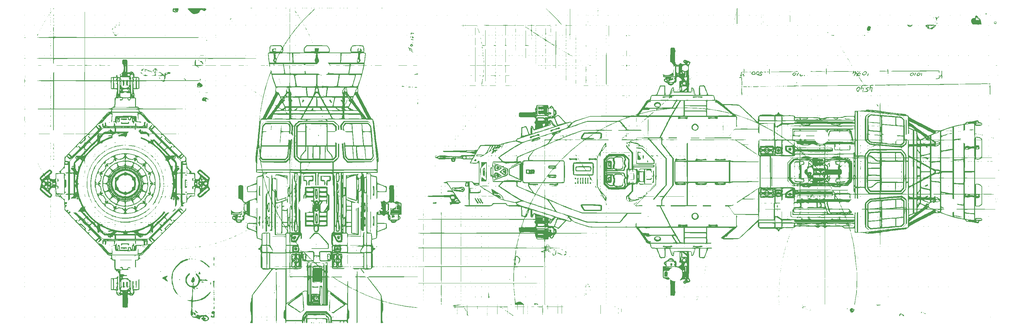
<source format=gbr>
%TF.GenerationSoftware,KiCad,Pcbnew,(7.0.0)*%
%TF.CreationDate,2024-02-03T20:42:42+01:00*%
%TF.ProjectId,the expanse,74686520-6578-4706-916e-73652e6b6963,rev?*%
%TF.SameCoordinates,Original*%
%TF.FileFunction,Legend,Top*%
%TF.FilePolarity,Positive*%
%FSLAX46Y46*%
G04 Gerber Fmt 4.6, Leading zero omitted, Abs format (unit mm)*
G04 Created by KiCad (PCBNEW (7.0.0)) date 2024-02-03 20:42:42*
%MOMM*%
%LPD*%
G01*
G04 APERTURE LIST*
%ADD10C,1.750000*%
%ADD11C,3.987800*%
%ADD12C,0.650000*%
%ADD13O,1.000000X1.600000*%
%ADD14O,1.000000X2.100000*%
G04 APERTURE END LIST*
%TO.C,G\u002A\u002A\u002A*%
G36*
X99819042Y-96040905D02*
G01*
X99773522Y-96086424D01*
X99728002Y-96040905D01*
X99773522Y-95995385D01*
X99819042Y-96040905D01*
G37*
G36*
X18976031Y-94402195D02*
G01*
X18930511Y-94447715D01*
X18884992Y-94402195D01*
X18930511Y-94356675D01*
X18976031Y-94402195D01*
G37*
G36*
X24529436Y-94402195D02*
G01*
X24483916Y-94447715D01*
X24438397Y-94402195D01*
X24483916Y-94356675D01*
X24529436Y-94402195D01*
G37*
G36*
X30082841Y-94402195D02*
G01*
X30037321Y-94447715D01*
X29991802Y-94402195D01*
X30037321Y-94356675D01*
X30082841Y-94402195D01*
G37*
G36*
X32905063Y-94402195D02*
G01*
X32859543Y-94447715D01*
X32814024Y-94402195D01*
X32859543Y-94356675D01*
X32905063Y-94402195D01*
G37*
G36*
X41280690Y-94402195D02*
G01*
X41235171Y-94447715D01*
X41189651Y-94402195D01*
X41235171Y-94356675D01*
X41280690Y-94402195D01*
G37*
G36*
X46834095Y-94402195D02*
G01*
X46788576Y-94447715D01*
X46743056Y-94402195D01*
X46788576Y-94356675D01*
X46834095Y-94402195D01*
G37*
G36*
X49656318Y-94402195D02*
G01*
X49610798Y-94447715D01*
X49565278Y-94402195D01*
X49610798Y-94356675D01*
X49656318Y-94402195D01*
G37*
G36*
X52387500Y-94402195D02*
G01*
X52341981Y-94447715D01*
X52296461Y-94402195D01*
X52341981Y-94356675D01*
X52387500Y-94402195D01*
G37*
G36*
X55209723Y-94402195D02*
G01*
X55164203Y-94447715D01*
X55118683Y-94402195D01*
X55164203Y-94356675D01*
X55209723Y-94402195D01*
G37*
G36*
X57940905Y-94402195D02*
G01*
X57895386Y-94447715D01*
X57849866Y-94402195D01*
X57895386Y-94356675D01*
X57940905Y-94402195D01*
G37*
G36*
X60763128Y-94402195D02*
G01*
X60717608Y-94447715D01*
X60672088Y-94402195D01*
X60717608Y-94356675D01*
X60763128Y-94402195D01*
G37*
G36*
X63585350Y-94402195D02*
G01*
X63539830Y-94447715D01*
X63494310Y-94402195D01*
X63539830Y-94356675D01*
X63585350Y-94402195D01*
G37*
G36*
X71960977Y-94402195D02*
G01*
X71915457Y-94447715D01*
X71869938Y-94402195D01*
X71915457Y-94356675D01*
X71960977Y-94402195D01*
G37*
G36*
X74692160Y-94402195D02*
G01*
X74646640Y-94447715D01*
X74601121Y-94402195D01*
X74646640Y-94356675D01*
X74692160Y-94402195D01*
G37*
G36*
X77514382Y-94402195D02*
G01*
X77468862Y-94447715D01*
X77423343Y-94402195D01*
X77468862Y-94356675D01*
X77514382Y-94402195D01*
G37*
G36*
X83067787Y-94402195D02*
G01*
X83022267Y-94447715D01*
X82976748Y-94402195D01*
X83022267Y-94356675D01*
X83067787Y-94402195D01*
G37*
G36*
X85890009Y-94402195D02*
G01*
X85844490Y-94447715D01*
X85798970Y-94402195D01*
X85844490Y-94356675D01*
X85890009Y-94402195D01*
G37*
G36*
X94265637Y-94402195D02*
G01*
X94220117Y-94447715D01*
X94174597Y-94402195D01*
X94220117Y-94356675D01*
X94265637Y-94402195D01*
G37*
G36*
X99819042Y-94402195D02*
G01*
X99773522Y-94447715D01*
X99728002Y-94402195D01*
X99773522Y-94356675D01*
X99819042Y-94402195D01*
G37*
G36*
X105372447Y-94402195D02*
G01*
X105326927Y-94447715D01*
X105281407Y-94402195D01*
X105326927Y-94356675D01*
X105372447Y-94402195D01*
G37*
G36*
X108194669Y-94402195D02*
G01*
X108149149Y-94447715D01*
X108103629Y-94402195D01*
X108149149Y-94356675D01*
X108194669Y-94402195D01*
G37*
G36*
X113748074Y-94402195D02*
G01*
X113702554Y-94447715D01*
X113657035Y-94402195D01*
X113702554Y-94356675D01*
X113748074Y-94402195D01*
G37*
G36*
X119301479Y-94402195D02*
G01*
X119255959Y-94447715D01*
X119210440Y-94402195D01*
X119255959Y-94356675D01*
X119301479Y-94402195D01*
G37*
G36*
X122123701Y-94402195D02*
G01*
X122078181Y-94447715D01*
X122032662Y-94402195D01*
X122078181Y-94356675D01*
X122123701Y-94402195D01*
G37*
G36*
X124854884Y-94402195D02*
G01*
X124809364Y-94447715D01*
X124763845Y-94402195D01*
X124809364Y-94356675D01*
X124854884Y-94402195D01*
G37*
G36*
X286631945Y-94402195D02*
G01*
X286586425Y-94447715D01*
X286540905Y-94402195D01*
X286586425Y-94356675D01*
X286631945Y-94402195D01*
G37*
G36*
X86163128Y-94129077D02*
G01*
X86117608Y-94174597D01*
X86072088Y-94129077D01*
X86117608Y-94083557D01*
X86163128Y-94129077D01*
G37*
G36*
X138237680Y-94038037D02*
G01*
X138192160Y-94083557D01*
X138146640Y-94038037D01*
X138192160Y-93992518D01*
X138237680Y-94038037D01*
G37*
G36*
X141606138Y-94038037D02*
G01*
X141560619Y-94083557D01*
X141515099Y-94038037D01*
X141560619Y-93992518D01*
X141606138Y-94038037D01*
G37*
G36*
X158357393Y-94038037D02*
G01*
X158311873Y-94083557D01*
X158266354Y-94038037D01*
X158311873Y-93992518D01*
X158357393Y-94038037D01*
G37*
G36*
X268059902Y-94038037D02*
G01*
X268014382Y-94083557D01*
X267968862Y-94038037D01*
X268014382Y-93992518D01*
X268059902Y-94038037D01*
G37*
G36*
X19158110Y-93946998D02*
G01*
X19112590Y-93992518D01*
X19067070Y-93946998D01*
X19112590Y-93901478D01*
X19158110Y-93946998D01*
G37*
G36*
X102277106Y-93946998D02*
G01*
X102231586Y-93992518D01*
X102186067Y-93946998D01*
X102231586Y-93901478D01*
X102277106Y-93946998D01*
G37*
G36*
X267695744Y-93946998D02*
G01*
X267650224Y-93992518D01*
X267604705Y-93946998D01*
X267650224Y-93901478D01*
X267695744Y-93946998D01*
G37*
G36*
X102823343Y-93855959D02*
G01*
X102777823Y-93901478D01*
X102732303Y-93855959D01*
X102777823Y-93810439D01*
X102823343Y-93855959D01*
G37*
G36*
X152803988Y-93855959D02*
G01*
X152758468Y-93901478D01*
X152712948Y-93855959D01*
X152758468Y-93810439D01*
X152803988Y-93855959D01*
G37*
G36*
X138874956Y-93764919D02*
G01*
X138829436Y-93810439D01*
X138783916Y-93764919D01*
X138829436Y-93719399D01*
X138874956Y-93764919D01*
G37*
G36*
X18976031Y-93673880D02*
G01*
X18930511Y-93719399D01*
X18884992Y-93673880D01*
X18930511Y-93628360D01*
X18976031Y-93673880D01*
G37*
G36*
X68501479Y-93309722D02*
G01*
X68455959Y-93355242D01*
X68410440Y-93309722D01*
X68455959Y-93264202D01*
X68501479Y-93309722D01*
G37*
G36*
X69138755Y-93218683D02*
G01*
X69093235Y-93264202D01*
X69047716Y-93218683D01*
X69093235Y-93173163D01*
X69138755Y-93218683D01*
G37*
G36*
X147159543Y-93218683D02*
G01*
X147114024Y-93264202D01*
X147068504Y-93218683D01*
X147114024Y-93173163D01*
X147159543Y-93218683D01*
G37*
G36*
X138874956Y-93127643D02*
G01*
X138829436Y-93173163D01*
X138783916Y-93127643D01*
X138829436Y-93082123D01*
X138874956Y-93127643D01*
G37*
G36*
X138874956Y-92945564D02*
G01*
X138829436Y-92991084D01*
X138783916Y-92945564D01*
X138829436Y-92900045D01*
X138874956Y-92945564D01*
G37*
G36*
X99819042Y-92581407D02*
G01*
X99773522Y-92626926D01*
X99728002Y-92581407D01*
X99773522Y-92535887D01*
X99819042Y-92581407D01*
G37*
G36*
X177839830Y-92490367D02*
G01*
X177794310Y-92535887D01*
X177748791Y-92490367D01*
X177794310Y-92444847D01*
X177839830Y-92490367D01*
G37*
G36*
X235831945Y-92308288D02*
G01*
X235786425Y-92353808D01*
X235740905Y-92308288D01*
X235786425Y-92262769D01*
X235831945Y-92308288D01*
G37*
G36*
X236651300Y-92217249D02*
G01*
X236605780Y-92262769D01*
X236560260Y-92217249D01*
X236605780Y-92171729D01*
X236651300Y-92217249D01*
G37*
G36*
X158357393Y-92126209D02*
G01*
X158311873Y-92171729D01*
X158266354Y-92126209D01*
X158311873Y-92080690D01*
X158357393Y-92126209D01*
G37*
G36*
X235467787Y-92126209D02*
G01*
X235422267Y-92171729D01*
X235376748Y-92126209D01*
X235422267Y-92080690D01*
X235467787Y-92126209D01*
G37*
G36*
X138874956Y-91853091D02*
G01*
X138829436Y-91898611D01*
X138783916Y-91853091D01*
X138829436Y-91807571D01*
X138874956Y-91853091D01*
G37*
G36*
X147159543Y-91853091D02*
G01*
X147114024Y-91898611D01*
X147068504Y-91853091D01*
X147114024Y-91807571D01*
X147159543Y-91853091D01*
G37*
G36*
X152803988Y-91853091D02*
G01*
X152758468Y-91898611D01*
X152712948Y-91853091D01*
X152758468Y-91807571D01*
X152803988Y-91853091D01*
G37*
G36*
X158357393Y-91853091D02*
G01*
X158311873Y-91898611D01*
X158266354Y-91853091D01*
X158311873Y-91807571D01*
X158357393Y-91853091D01*
G37*
G36*
X18976031Y-91579973D02*
G01*
X18930511Y-91625493D01*
X18884992Y-91579973D01*
X18930511Y-91534453D01*
X18976031Y-91579973D01*
G37*
G36*
X24529436Y-91579973D02*
G01*
X24483916Y-91625493D01*
X24438397Y-91579973D01*
X24483916Y-91534453D01*
X24529436Y-91579973D01*
G37*
G36*
X32905063Y-91579973D02*
G01*
X32859543Y-91625493D01*
X32814024Y-91579973D01*
X32859543Y-91534453D01*
X32905063Y-91579973D01*
G37*
G36*
X38458468Y-91579973D02*
G01*
X38412948Y-91625493D01*
X38367429Y-91579973D01*
X38412948Y-91534453D01*
X38458468Y-91579973D01*
G37*
G36*
X41280690Y-91579973D02*
G01*
X41235171Y-91625493D01*
X41189651Y-91579973D01*
X41235171Y-91534453D01*
X41280690Y-91579973D01*
G37*
G36*
X52387500Y-91579973D02*
G01*
X52341981Y-91625493D01*
X52296461Y-91579973D01*
X52341981Y-91534453D01*
X52387500Y-91579973D01*
G37*
G36*
X55209723Y-91579973D02*
G01*
X55164203Y-91625493D01*
X55118683Y-91579973D01*
X55164203Y-91534453D01*
X55209723Y-91579973D01*
G37*
G36*
X57940905Y-91579973D02*
G01*
X57895386Y-91625493D01*
X57849866Y-91579973D01*
X57895386Y-91534453D01*
X57940905Y-91579973D01*
G37*
G36*
X60763128Y-91579973D02*
G01*
X60717608Y-91625493D01*
X60672088Y-91579973D01*
X60717608Y-91534453D01*
X60763128Y-91579973D01*
G37*
G36*
X63585350Y-91579973D02*
G01*
X63539830Y-91625493D01*
X63494310Y-91579973D01*
X63539830Y-91534453D01*
X63585350Y-91579973D01*
G37*
G36*
X66316533Y-91579973D02*
G01*
X66271013Y-91625493D01*
X66225493Y-91579973D01*
X66271013Y-91534453D01*
X66316533Y-91579973D01*
G37*
G36*
X69138755Y-91579973D02*
G01*
X69093235Y-91625493D01*
X69047716Y-91579973D01*
X69093235Y-91534453D01*
X69138755Y-91579973D01*
G37*
G36*
X77514382Y-91579973D02*
G01*
X77468862Y-91625493D01*
X77423343Y-91579973D01*
X77468862Y-91534453D01*
X77514382Y-91579973D01*
G37*
G36*
X83067787Y-91579973D02*
G01*
X83022267Y-91625493D01*
X82976748Y-91579973D01*
X83022267Y-91534453D01*
X83067787Y-91579973D01*
G37*
G36*
X88257035Y-91579973D02*
G01*
X88211515Y-91625493D01*
X88165995Y-91579973D01*
X88211515Y-91534453D01*
X88257035Y-91579973D01*
G37*
G36*
X96996819Y-91579973D02*
G01*
X96951300Y-91625493D01*
X96905780Y-91579973D01*
X96951300Y-91534453D01*
X96996819Y-91579973D01*
G37*
G36*
X105372447Y-91579973D02*
G01*
X105326927Y-91625493D01*
X105281407Y-91579973D01*
X105326927Y-91534453D01*
X105372447Y-91579973D01*
G37*
G36*
X113748074Y-91579973D02*
G01*
X113702554Y-91625493D01*
X113657035Y-91579973D01*
X113702554Y-91534453D01*
X113748074Y-91579973D01*
G37*
G36*
X119301479Y-91579973D02*
G01*
X119255959Y-91625493D01*
X119210440Y-91579973D01*
X119255959Y-91534453D01*
X119301479Y-91579973D01*
G37*
G36*
X122123701Y-91579973D02*
G01*
X122078181Y-91625493D01*
X122032662Y-91579973D01*
X122078181Y-91534453D01*
X122123701Y-91579973D01*
G37*
G36*
X127677106Y-91579973D02*
G01*
X127631586Y-91625493D01*
X127586067Y-91579973D01*
X127631586Y-91534453D01*
X127677106Y-91579973D01*
G37*
G36*
X169464203Y-91579973D02*
G01*
X169418683Y-91625493D01*
X169373164Y-91579973D01*
X169418683Y-91534453D01*
X169464203Y-91579973D01*
G37*
G36*
X172286425Y-91579973D02*
G01*
X172240905Y-91625493D01*
X172195386Y-91579973D01*
X172240905Y-91534453D01*
X172286425Y-91579973D01*
G37*
G36*
X180662052Y-91579973D02*
G01*
X180616533Y-91625493D01*
X180571013Y-91579973D01*
X180616533Y-91534453D01*
X180662052Y-91579973D01*
G37*
G36*
X183484275Y-91579973D02*
G01*
X183438755Y-91625493D01*
X183393235Y-91579973D01*
X183438755Y-91534453D01*
X183484275Y-91579973D01*
G37*
G36*
X202966712Y-91579973D02*
G01*
X202921192Y-91625493D01*
X202875673Y-91579973D01*
X202921192Y-91534453D01*
X202966712Y-91579973D01*
G37*
G36*
X205788934Y-91579973D02*
G01*
X205743414Y-91625493D01*
X205697895Y-91579973D01*
X205743414Y-91534453D01*
X205788934Y-91579973D01*
G37*
G36*
X211342339Y-91579973D02*
G01*
X211296819Y-91625493D01*
X211251300Y-91579973D01*
X211296819Y-91534453D01*
X211342339Y-91579973D01*
G37*
G36*
X216895744Y-91579973D02*
G01*
X216850224Y-91625493D01*
X216804705Y-91579973D01*
X216850224Y-91534453D01*
X216895744Y-91579973D01*
G37*
G36*
X219717966Y-91579973D02*
G01*
X219672447Y-91625493D01*
X219626927Y-91579973D01*
X219672447Y-91534453D01*
X219717966Y-91579973D01*
G37*
G36*
X225271371Y-91579973D02*
G01*
X225225852Y-91625493D01*
X225180332Y-91579973D01*
X225225852Y-91534453D01*
X225271371Y-91579973D01*
G37*
G36*
X228093594Y-91579973D02*
G01*
X228048074Y-91625493D01*
X228002554Y-91579973D01*
X228048074Y-91534453D01*
X228093594Y-91579973D01*
G37*
G36*
X233646999Y-91579973D02*
G01*
X233601479Y-91625493D01*
X233555959Y-91579973D01*
X233601479Y-91534453D01*
X233646999Y-91579973D01*
G37*
G36*
X236469221Y-91579973D02*
G01*
X236423701Y-91625493D01*
X236378181Y-91579973D01*
X236423701Y-91534453D01*
X236469221Y-91579973D01*
G37*
G36*
X242022626Y-91579973D02*
G01*
X241977106Y-91625493D01*
X241931586Y-91579973D01*
X241977106Y-91534453D01*
X242022626Y-91579973D01*
G37*
G36*
X247576031Y-91579973D02*
G01*
X247530511Y-91625493D01*
X247484992Y-91579973D01*
X247530511Y-91534453D01*
X247576031Y-91579973D01*
G37*
G36*
X255951658Y-91579973D02*
G01*
X255906138Y-91625493D01*
X255860619Y-91579973D01*
X255906138Y-91534453D01*
X255951658Y-91579973D01*
G37*
G36*
X261505063Y-91579973D02*
G01*
X261459543Y-91625493D01*
X261414024Y-91579973D01*
X261459543Y-91534453D01*
X261505063Y-91579973D01*
G37*
G36*
X264327285Y-91579973D02*
G01*
X264281766Y-91625493D01*
X264236246Y-91579973D01*
X264281766Y-91534453D01*
X264327285Y-91579973D01*
G37*
G36*
X269880690Y-91579973D02*
G01*
X269835171Y-91625493D01*
X269789651Y-91579973D01*
X269835171Y-91534453D01*
X269880690Y-91579973D01*
G37*
G36*
X278256318Y-91579973D02*
G01*
X278210798Y-91625493D01*
X278165278Y-91579973D01*
X278210798Y-91534453D01*
X278256318Y-91579973D01*
G37*
G36*
X283809723Y-91579973D02*
G01*
X283764203Y-91625493D01*
X283718683Y-91579973D01*
X283764203Y-91534453D01*
X283809723Y-91579973D01*
G37*
G36*
X286631945Y-91579973D02*
G01*
X286586425Y-91625493D01*
X286540905Y-91579973D01*
X286586425Y-91534453D01*
X286631945Y-91579973D01*
G37*
G36*
X138874956Y-91397894D02*
G01*
X138829436Y-91443414D01*
X138783916Y-91397894D01*
X138829436Y-91352374D01*
X138874956Y-91397894D01*
G37*
G36*
X18976031Y-91306855D02*
G01*
X18930511Y-91352374D01*
X18884992Y-91306855D01*
X18930511Y-91261335D01*
X18976031Y-91306855D01*
G37*
G36*
X158357393Y-91306855D02*
G01*
X158311873Y-91352374D01*
X158266354Y-91306855D01*
X158311873Y-91261335D01*
X158357393Y-91306855D01*
G37*
G36*
X234466354Y-91306855D02*
G01*
X234420834Y-91352374D01*
X234375314Y-91306855D01*
X234420834Y-91261335D01*
X234466354Y-91306855D01*
G37*
G36*
X158357393Y-91124776D02*
G01*
X158311873Y-91170295D01*
X158266354Y-91124776D01*
X158311873Y-91079256D01*
X158357393Y-91124776D01*
G37*
G36*
X140513665Y-91033736D02*
G01*
X140468146Y-91079256D01*
X140422626Y-91033736D01*
X140468146Y-90988217D01*
X140513665Y-91033736D01*
G37*
G36*
X163364561Y-90942697D02*
G01*
X163319042Y-90988217D01*
X163273522Y-90942697D01*
X163319042Y-90897177D01*
X163364561Y-90942697D01*
G37*
G36*
X139876389Y-90669579D02*
G01*
X139830870Y-90715098D01*
X139785350Y-90669579D01*
X139830870Y-90624059D01*
X139876389Y-90669579D01*
G37*
G36*
X227911515Y-89759184D02*
G01*
X227865995Y-89804704D01*
X227820475Y-89759184D01*
X227865995Y-89713665D01*
X227911515Y-89759184D01*
G37*
G36*
X129497895Y-89668145D02*
G01*
X129452375Y-89713665D01*
X129406855Y-89668145D01*
X129452375Y-89622625D01*
X129497895Y-89668145D01*
G37*
G36*
X180115816Y-89668145D02*
G01*
X180070296Y-89713665D01*
X180024776Y-89668145D01*
X180070296Y-89622625D01*
X180115816Y-89668145D01*
G37*
G36*
X129497895Y-89121908D02*
G01*
X129452375Y-89167428D01*
X129406855Y-89121908D01*
X129452375Y-89076389D01*
X129497895Y-89121908D01*
G37*
G36*
X18976031Y-88757751D02*
G01*
X18930511Y-88803270D01*
X18884992Y-88757751D01*
X18930511Y-88712231D01*
X18976031Y-88757751D01*
G37*
G36*
X24529436Y-88757751D02*
G01*
X24483916Y-88803270D01*
X24438397Y-88757751D01*
X24483916Y-88712231D01*
X24529436Y-88757751D01*
G37*
G36*
X30082841Y-88757751D02*
G01*
X30037321Y-88803270D01*
X29991802Y-88757751D01*
X30037321Y-88712231D01*
X30082841Y-88757751D01*
G37*
G36*
X32905063Y-88757751D02*
G01*
X32859543Y-88803270D01*
X32814024Y-88757751D01*
X32859543Y-88712231D01*
X32905063Y-88757751D01*
G37*
G36*
X38458468Y-88757751D02*
G01*
X38412948Y-88803270D01*
X38367429Y-88757751D01*
X38412948Y-88712231D01*
X38458468Y-88757751D01*
G37*
G36*
X41280690Y-88757751D02*
G01*
X41235171Y-88803270D01*
X41189651Y-88757751D01*
X41235171Y-88712231D01*
X41280690Y-88757751D01*
G37*
G36*
X44102913Y-88757751D02*
G01*
X44057393Y-88803270D01*
X44011873Y-88757751D01*
X44057393Y-88712231D01*
X44102913Y-88757751D01*
G37*
G36*
X49656318Y-88757751D02*
G01*
X49610798Y-88803270D01*
X49565278Y-88757751D01*
X49610798Y-88712231D01*
X49656318Y-88757751D01*
G37*
G36*
X52387500Y-88757751D02*
G01*
X52341981Y-88803270D01*
X52296461Y-88757751D01*
X52341981Y-88712231D01*
X52387500Y-88757751D01*
G37*
G36*
X55209723Y-88757751D02*
G01*
X55164203Y-88803270D01*
X55118683Y-88757751D01*
X55164203Y-88712231D01*
X55209723Y-88757751D01*
G37*
G36*
X57940905Y-88757751D02*
G01*
X57895386Y-88803270D01*
X57849866Y-88757751D01*
X57895386Y-88712231D01*
X57940905Y-88757751D01*
G37*
G36*
X60763128Y-88757751D02*
G01*
X60717608Y-88803270D01*
X60672088Y-88757751D01*
X60717608Y-88712231D01*
X60763128Y-88757751D01*
G37*
G36*
X63585350Y-88757751D02*
G01*
X63539830Y-88803270D01*
X63494310Y-88757751D01*
X63539830Y-88712231D01*
X63585350Y-88757751D01*
G37*
G36*
X66316533Y-88757751D02*
G01*
X66271013Y-88803270D01*
X66225493Y-88757751D01*
X66271013Y-88712231D01*
X66316533Y-88757751D01*
G37*
G36*
X71960977Y-88757751D02*
G01*
X71915457Y-88803270D01*
X71869938Y-88757751D01*
X71915457Y-88712231D01*
X71960977Y-88757751D01*
G37*
G36*
X74692160Y-88757751D02*
G01*
X74646640Y-88803270D01*
X74601121Y-88757751D01*
X74646640Y-88712231D01*
X74692160Y-88757751D01*
G37*
G36*
X77514382Y-88757751D02*
G01*
X77468862Y-88803270D01*
X77423343Y-88757751D01*
X77468862Y-88712231D01*
X77514382Y-88757751D01*
G37*
G36*
X80245565Y-88757751D02*
G01*
X80200045Y-88803270D01*
X80154526Y-88757751D01*
X80200045Y-88712231D01*
X80245565Y-88757751D01*
G37*
G36*
X83067787Y-88757751D02*
G01*
X83022267Y-88803270D01*
X82976748Y-88757751D01*
X83022267Y-88712231D01*
X83067787Y-88757751D01*
G37*
G36*
X85890009Y-88757751D02*
G01*
X85844490Y-88803270D01*
X85798970Y-88757751D01*
X85844490Y-88712231D01*
X85890009Y-88757751D01*
G37*
G36*
X87437680Y-88757751D02*
G01*
X87392160Y-88803270D01*
X87346640Y-88757751D01*
X87392160Y-88712231D01*
X87437680Y-88757751D01*
G37*
G36*
X113748074Y-88757751D02*
G01*
X113702554Y-88803270D01*
X113657035Y-88757751D01*
X113702554Y-88712231D01*
X113748074Y-88757751D01*
G37*
G36*
X119301479Y-88757751D02*
G01*
X119255959Y-88803270D01*
X119210440Y-88757751D01*
X119255959Y-88712231D01*
X119301479Y-88757751D01*
G37*
G36*
X122123701Y-88757751D02*
G01*
X122078181Y-88803270D01*
X122032662Y-88757751D01*
X122078181Y-88712231D01*
X122123701Y-88757751D01*
G37*
G36*
X127677106Y-88757751D02*
G01*
X127631586Y-88803270D01*
X127586067Y-88757751D01*
X127631586Y-88712231D01*
X127677106Y-88757751D01*
G37*
G36*
X135506497Y-88757751D02*
G01*
X135460977Y-88803270D01*
X135415457Y-88757751D01*
X135460977Y-88712231D01*
X135506497Y-88757751D01*
G37*
G36*
X146704346Y-88757751D02*
G01*
X146658827Y-88803270D01*
X146613307Y-88757751D01*
X146658827Y-88712231D01*
X146704346Y-88757751D01*
G37*
G36*
X152257751Y-88757751D02*
G01*
X152212232Y-88803270D01*
X152166712Y-88757751D01*
X152212232Y-88712231D01*
X152257751Y-88757751D01*
G37*
G36*
X155079974Y-88757751D02*
G01*
X155034454Y-88803270D01*
X154988934Y-88757751D01*
X155034454Y-88712231D01*
X155079974Y-88757751D01*
G37*
G36*
X163364561Y-88757751D02*
G01*
X163319042Y-88803270D01*
X163273522Y-88757751D01*
X163319042Y-88712231D01*
X163364561Y-88757751D01*
G37*
G36*
X169009006Y-88757751D02*
G01*
X168963486Y-88803270D01*
X168917966Y-88757751D01*
X168963486Y-88712231D01*
X169009006Y-88757751D01*
G37*
G36*
X174562411Y-88757751D02*
G01*
X174516891Y-88803270D01*
X174471371Y-88757751D01*
X174516891Y-88712231D01*
X174562411Y-88757751D01*
G37*
G36*
X177384633Y-88757751D02*
G01*
X177339113Y-88803270D01*
X177293594Y-88757751D01*
X177339113Y-88712231D01*
X177384633Y-88757751D01*
G37*
G36*
X191313665Y-88757751D02*
G01*
X191268146Y-88803270D01*
X191222626Y-88757751D01*
X191268146Y-88712231D01*
X191313665Y-88757751D01*
G37*
G36*
X199689293Y-88757751D02*
G01*
X199643773Y-88803270D01*
X199598253Y-88757751D01*
X199643773Y-88712231D01*
X199689293Y-88757751D01*
G37*
G36*
X213618325Y-88757751D02*
G01*
X213572805Y-88803270D01*
X213527285Y-88757751D01*
X213572805Y-88712231D01*
X213618325Y-88757751D01*
G37*
G36*
X216440547Y-88757751D02*
G01*
X216395027Y-88803270D01*
X216349508Y-88757751D01*
X216395027Y-88712231D01*
X216440547Y-88757751D01*
G37*
G36*
X238745207Y-88757751D02*
G01*
X238699687Y-88803270D01*
X238654167Y-88757751D01*
X238699687Y-88712231D01*
X238745207Y-88757751D01*
G37*
G36*
X241476389Y-88757751D02*
G01*
X241430870Y-88803270D01*
X241385350Y-88757751D01*
X241430870Y-88712231D01*
X241476389Y-88757751D01*
G37*
G36*
X252674239Y-88757751D02*
G01*
X252628719Y-88803270D01*
X252583199Y-88757751D01*
X252628719Y-88712231D01*
X252674239Y-88757751D01*
G37*
G36*
X261049866Y-88757751D02*
G01*
X261004346Y-88803270D01*
X260958827Y-88757751D01*
X261004346Y-88712231D01*
X261049866Y-88757751D01*
G37*
G36*
X272156676Y-88757751D02*
G01*
X272111156Y-88803270D01*
X272065637Y-88757751D01*
X272111156Y-88712231D01*
X272156676Y-88757751D01*
G37*
G36*
X61855601Y-88484632D02*
G01*
X61810081Y-88530152D01*
X61764561Y-88484632D01*
X61810081Y-88439113D01*
X61855601Y-88484632D01*
G37*
G36*
X103278540Y-88484632D02*
G01*
X103233020Y-88530152D01*
X103187500Y-88484632D01*
X103233020Y-88439113D01*
X103278540Y-88484632D01*
G37*
G36*
X71414741Y-88393593D02*
G01*
X71369221Y-88439113D01*
X71323701Y-88393593D01*
X71369221Y-88348073D01*
X71414741Y-88393593D01*
G37*
G36*
X180115816Y-88302554D02*
G01*
X180070296Y-88348073D01*
X180024776Y-88302554D01*
X180070296Y-88257034D01*
X180115816Y-88302554D01*
G37*
G36*
X160633379Y-88211514D02*
G01*
X160587859Y-88257034D01*
X160542339Y-88211514D01*
X160587859Y-88165994D01*
X160633379Y-88211514D01*
G37*
G36*
X129497895Y-88120475D02*
G01*
X129452375Y-88165994D01*
X129406855Y-88120475D01*
X129452375Y-88074955D01*
X129497895Y-88120475D01*
G37*
G36*
X129497895Y-87574238D02*
G01*
X129452375Y-87619758D01*
X129406855Y-87574238D01*
X129452375Y-87528718D01*
X129497895Y-87574238D01*
G37*
G36*
X88257035Y-87028002D02*
G01*
X88211515Y-87073521D01*
X88165995Y-87028002D01*
X88211515Y-86982482D01*
X88257035Y-87028002D01*
G37*
G36*
X174562411Y-86936962D02*
G01*
X174516891Y-86982482D01*
X174471371Y-86936962D01*
X174516891Y-86891442D01*
X174562411Y-86936962D01*
G37*
G36*
X180115816Y-86936962D02*
G01*
X180070296Y-86982482D01*
X180024776Y-86936962D01*
X180070296Y-86891442D01*
X180115816Y-86936962D01*
G37*
G36*
X175745923Y-86663844D02*
G01*
X175700404Y-86709364D01*
X175654884Y-86663844D01*
X175700404Y-86618324D01*
X175745923Y-86663844D01*
G37*
G36*
X129497895Y-86299686D02*
G01*
X129452375Y-86345206D01*
X129406855Y-86299686D01*
X129452375Y-86254166D01*
X129497895Y-86299686D01*
G37*
G36*
X139876389Y-86299686D02*
G01*
X139830870Y-86345206D01*
X139785350Y-86299686D01*
X139830870Y-86254166D01*
X139876389Y-86299686D01*
G37*
G36*
X154533737Y-86299686D02*
G01*
X154488217Y-86345206D01*
X154442698Y-86299686D01*
X154488217Y-86254166D01*
X154533737Y-86299686D01*
G37*
G36*
X180115816Y-86208647D02*
G01*
X180070296Y-86254166D01*
X180024776Y-86208647D01*
X180070296Y-86163127D01*
X180115816Y-86208647D01*
G37*
G36*
X24529436Y-86026568D02*
G01*
X24483916Y-86072088D01*
X24438397Y-86026568D01*
X24483916Y-85981048D01*
X24529436Y-86026568D01*
G37*
G36*
X30082841Y-86026568D02*
G01*
X30037321Y-86072088D01*
X29991802Y-86026568D01*
X30037321Y-85981048D01*
X30082841Y-86026568D01*
G37*
G36*
X32905063Y-86026568D02*
G01*
X32859543Y-86072088D01*
X32814024Y-86026568D01*
X32859543Y-85981048D01*
X32905063Y-86026568D01*
G37*
G36*
X41280690Y-86026568D02*
G01*
X41235171Y-86072088D01*
X41189651Y-86026568D01*
X41235171Y-85981048D01*
X41280690Y-86026568D01*
G37*
G36*
X44011873Y-86026568D02*
G01*
X43966354Y-86072088D01*
X43920834Y-86026568D01*
X43966354Y-85981048D01*
X44011873Y-86026568D01*
G37*
G36*
X52387500Y-86026568D02*
G01*
X52341981Y-86072088D01*
X52296461Y-86026568D01*
X52341981Y-85981048D01*
X52387500Y-86026568D01*
G37*
G36*
X55209723Y-86026568D02*
G01*
X55164203Y-86072088D01*
X55118683Y-86026568D01*
X55164203Y-85981048D01*
X55209723Y-86026568D01*
G37*
G36*
X57940905Y-86026568D02*
G01*
X57895386Y-86072088D01*
X57849866Y-86026568D01*
X57895386Y-85981048D01*
X57940905Y-86026568D01*
G37*
G36*
X63585350Y-86026568D02*
G01*
X63539830Y-86072088D01*
X63494310Y-86026568D01*
X63539830Y-85981048D01*
X63585350Y-86026568D01*
G37*
G36*
X69138755Y-86026568D02*
G01*
X69093235Y-86072088D01*
X69047716Y-86026568D01*
X69093235Y-85981048D01*
X69138755Y-86026568D01*
G37*
G36*
X71960977Y-86026568D02*
G01*
X71915457Y-86072088D01*
X71869938Y-86026568D01*
X71915457Y-85981048D01*
X71960977Y-86026568D01*
G37*
G36*
X74692160Y-86026568D02*
G01*
X74646640Y-86072088D01*
X74601121Y-86026568D01*
X74646640Y-85981048D01*
X74692160Y-86026568D01*
G37*
G36*
X77514382Y-86026568D02*
G01*
X77468862Y-86072088D01*
X77423343Y-86026568D01*
X77468862Y-85981048D01*
X77514382Y-86026568D01*
G37*
G36*
X83067787Y-86026568D02*
G01*
X83022267Y-86072088D01*
X82976748Y-86026568D01*
X83022267Y-85981048D01*
X83067787Y-86026568D01*
G37*
G36*
X85890009Y-86026568D02*
G01*
X85844490Y-86072088D01*
X85798970Y-86026568D01*
X85844490Y-85981048D01*
X85890009Y-86026568D01*
G37*
G36*
X88257035Y-86026568D02*
G01*
X88211515Y-86072088D01*
X88165995Y-86026568D01*
X88211515Y-85981048D01*
X88257035Y-86026568D01*
G37*
G36*
X95540189Y-86026568D02*
G01*
X95494669Y-86072088D01*
X95449149Y-86026568D01*
X95494669Y-85981048D01*
X95540189Y-86026568D01*
G37*
G36*
X96996819Y-86026568D02*
G01*
X96951300Y-86072088D01*
X96905780Y-86026568D01*
X96951300Y-85981048D01*
X96996819Y-86026568D01*
G37*
G36*
X105372447Y-86026568D02*
G01*
X105326927Y-86072088D01*
X105281407Y-86026568D01*
X105326927Y-85981048D01*
X105372447Y-86026568D01*
G37*
G36*
X108194669Y-86026568D02*
G01*
X108149149Y-86072088D01*
X108103629Y-86026568D01*
X108149149Y-85981048D01*
X108194669Y-86026568D01*
G37*
G36*
X116570296Y-86026568D02*
G01*
X116524776Y-86072088D01*
X116479257Y-86026568D01*
X116524776Y-85981048D01*
X116570296Y-86026568D01*
G37*
G36*
X119301479Y-86026568D02*
G01*
X119255959Y-86072088D01*
X119210440Y-86026568D01*
X119255959Y-85981048D01*
X119301479Y-86026568D01*
G37*
G36*
X122123701Y-86026568D02*
G01*
X122078181Y-86072088D01*
X122032662Y-86026568D01*
X122078181Y-85981048D01*
X122123701Y-86026568D01*
G37*
G36*
X127677106Y-86026568D02*
G01*
X127631586Y-86072088D01*
X127586067Y-86026568D01*
X127631586Y-85981048D01*
X127677106Y-86026568D01*
G37*
G36*
X129953092Y-86026568D02*
G01*
X129907572Y-86072088D01*
X129862052Y-86026568D01*
X129907572Y-85981048D01*
X129953092Y-86026568D01*
G37*
G36*
X135506497Y-86026568D02*
G01*
X135460977Y-86072088D01*
X135415457Y-86026568D01*
X135460977Y-85981048D01*
X135506497Y-86026568D01*
G37*
G36*
X138328719Y-86026568D02*
G01*
X138283199Y-86072088D01*
X138237680Y-86026568D01*
X138283199Y-85981048D01*
X138328719Y-86026568D01*
G37*
G36*
X142880690Y-86026568D02*
G01*
X142835171Y-86072088D01*
X142789651Y-86026568D01*
X142835171Y-85981048D01*
X142880690Y-86026568D01*
G37*
G36*
X146704346Y-86026568D02*
G01*
X146658827Y-86072088D01*
X146613307Y-86026568D01*
X146658827Y-85981048D01*
X146704346Y-86026568D01*
G37*
G36*
X152257751Y-86026568D02*
G01*
X152212232Y-86072088D01*
X152166712Y-86026568D01*
X152212232Y-85981048D01*
X152257751Y-86026568D01*
G37*
G36*
X157811156Y-86026568D02*
G01*
X157765637Y-86072088D01*
X157720117Y-86026568D01*
X157765637Y-85981048D01*
X157811156Y-86026568D01*
G37*
G36*
X159085708Y-86026568D02*
G01*
X159040189Y-86072088D01*
X158994669Y-86026568D01*
X159040189Y-85981048D01*
X159085708Y-86026568D01*
G37*
G36*
X159722984Y-86026568D02*
G01*
X159677465Y-86072088D01*
X159631945Y-86026568D01*
X159677465Y-85981048D01*
X159722984Y-86026568D01*
G37*
G36*
X160633379Y-86026568D02*
G01*
X160587859Y-86072088D01*
X160542339Y-86026568D01*
X160587859Y-85981048D01*
X160633379Y-86026568D01*
G37*
G36*
X163364561Y-86026568D02*
G01*
X163319042Y-86072088D01*
X163273522Y-86026568D01*
X163319042Y-85981048D01*
X163364561Y-86026568D01*
G37*
G36*
X169009006Y-86026568D02*
G01*
X168963486Y-86072088D01*
X168917966Y-86026568D01*
X168963486Y-85981048D01*
X169009006Y-86026568D01*
G37*
G36*
X171740189Y-86026568D02*
G01*
X171694669Y-86072088D01*
X171649149Y-86026568D01*
X171694669Y-85981048D01*
X171740189Y-86026568D01*
G37*
G36*
X175108647Y-86026568D02*
G01*
X175063128Y-86072088D01*
X175017608Y-86026568D01*
X175063128Y-85981048D01*
X175108647Y-86026568D01*
G37*
G36*
X177384633Y-86026568D02*
G01*
X177339113Y-86072088D01*
X177293594Y-86026568D01*
X177339113Y-85981048D01*
X177384633Y-86026568D01*
G37*
G36*
X182938038Y-86026568D02*
G01*
X182892518Y-86072088D01*
X182846999Y-86026568D01*
X182892518Y-85981048D01*
X182938038Y-86026568D01*
G37*
G36*
X185760260Y-86026568D02*
G01*
X185714741Y-86072088D01*
X185669221Y-86026568D01*
X185714741Y-85981048D01*
X185760260Y-86026568D01*
G37*
G36*
X189583916Y-86026568D02*
G01*
X189538397Y-86072088D01*
X189492877Y-86026568D01*
X189538397Y-85981048D01*
X189583916Y-86026568D01*
G37*
G36*
X191313665Y-86026568D02*
G01*
X191268146Y-86072088D01*
X191222626Y-86026568D01*
X191268146Y-85981048D01*
X191313665Y-86026568D01*
G37*
G36*
X199689293Y-86026568D02*
G01*
X199643773Y-86072088D01*
X199598253Y-86026568D01*
X199643773Y-85981048D01*
X199689293Y-86026568D01*
G37*
G36*
X202511515Y-86026568D02*
G01*
X202465995Y-86072088D01*
X202420475Y-86026568D01*
X202465995Y-85981048D01*
X202511515Y-86026568D01*
G37*
G36*
X205242698Y-86026568D02*
G01*
X205197178Y-86072088D01*
X205151658Y-86026568D01*
X205197178Y-85981048D01*
X205242698Y-86026568D01*
G37*
G36*
X210796103Y-86026568D02*
G01*
X210750583Y-86072088D01*
X210705063Y-86026568D01*
X210750583Y-85981048D01*
X210796103Y-86026568D01*
G37*
G36*
X213618325Y-86026568D02*
G01*
X213572805Y-86072088D01*
X213527285Y-86026568D01*
X213572805Y-85981048D01*
X213618325Y-86026568D01*
G37*
G36*
X219171730Y-86026568D02*
G01*
X219126210Y-86072088D01*
X219080690Y-86026568D01*
X219126210Y-85981048D01*
X219171730Y-86026568D01*
G37*
G36*
X221993952Y-86026568D02*
G01*
X221948432Y-86072088D01*
X221902913Y-86026568D01*
X221948432Y-85981048D01*
X221993952Y-86026568D01*
G37*
G36*
X227547357Y-86026568D02*
G01*
X227501837Y-86072088D01*
X227456318Y-86026568D01*
X227501837Y-85981048D01*
X227547357Y-86026568D01*
G37*
G36*
X230369579Y-86026568D02*
G01*
X230324060Y-86072088D01*
X230278540Y-86026568D01*
X230324060Y-85981048D01*
X230369579Y-86026568D01*
G37*
G36*
X238745207Y-86026568D02*
G01*
X238699687Y-86072088D01*
X238654167Y-86026568D01*
X238699687Y-85981048D01*
X238745207Y-86026568D01*
G37*
G36*
X244298612Y-86026568D02*
G01*
X244253092Y-86072088D01*
X244207572Y-86026568D01*
X244253092Y-85981048D01*
X244298612Y-86026568D01*
G37*
G36*
X249852017Y-86026568D02*
G01*
X249806497Y-86072088D01*
X249760977Y-86026568D01*
X249806497Y-85981048D01*
X249852017Y-86026568D01*
G37*
G36*
X252674239Y-86026568D02*
G01*
X252628719Y-86072088D01*
X252583199Y-86026568D01*
X252628719Y-85981048D01*
X252674239Y-86026568D01*
G37*
G36*
X255405422Y-86026568D02*
G01*
X255359902Y-86072088D01*
X255314382Y-86026568D01*
X255359902Y-85981048D01*
X255405422Y-86026568D01*
G37*
G36*
X261049866Y-86026568D02*
G01*
X261004346Y-86072088D01*
X260958827Y-86026568D01*
X261004346Y-85981048D01*
X261049866Y-86026568D01*
G37*
G36*
X263781049Y-86026568D02*
G01*
X263735529Y-86072088D01*
X263690009Y-86026568D01*
X263735529Y-85981048D01*
X263781049Y-86026568D01*
G37*
G36*
X266603271Y-86026568D02*
G01*
X266557751Y-86072088D01*
X266512232Y-86026568D01*
X266557751Y-85981048D01*
X266603271Y-86026568D01*
G37*
G36*
X272156676Y-86026568D02*
G01*
X272111156Y-86072088D01*
X272065637Y-86026568D01*
X272111156Y-85981048D01*
X272156676Y-86026568D01*
G37*
G36*
X89622626Y-85753450D02*
G01*
X89577106Y-85798969D01*
X89531586Y-85753450D01*
X89577106Y-85707930D01*
X89622626Y-85753450D01*
G37*
G36*
X99819042Y-85753450D02*
G01*
X99773522Y-85798969D01*
X99728002Y-85753450D01*
X99773522Y-85707930D01*
X99819042Y-85753450D01*
G37*
G36*
X18976031Y-85116174D02*
G01*
X18930511Y-85161693D01*
X18884992Y-85116174D01*
X18930511Y-85070654D01*
X18976031Y-85116174D01*
G37*
G36*
X161543773Y-85025134D02*
G01*
X161498253Y-85070654D01*
X161452733Y-85025134D01*
X161498253Y-84979614D01*
X161543773Y-85025134D01*
G37*
G36*
X163364561Y-85025134D02*
G01*
X163319042Y-85070654D01*
X163273522Y-85025134D01*
X163319042Y-84979614D01*
X163364561Y-85025134D01*
G37*
G36*
X18976031Y-84843055D02*
G01*
X18930511Y-84888575D01*
X18884992Y-84843055D01*
X18930511Y-84797536D01*
X18976031Y-84843055D01*
G37*
G36*
X228093594Y-84660976D02*
G01*
X228048074Y-84706496D01*
X228002554Y-84660976D01*
X228048074Y-84615457D01*
X228093594Y-84660976D01*
G37*
G36*
X180115816Y-83750582D02*
G01*
X180070296Y-83796102D01*
X180024776Y-83750582D01*
X180070296Y-83705062D01*
X180115816Y-83750582D01*
G37*
G36*
X228184633Y-83568503D02*
G01*
X228139113Y-83614023D01*
X228093594Y-83568503D01*
X228139113Y-83522984D01*
X228184633Y-83568503D01*
G37*
G36*
X24529436Y-83204346D02*
G01*
X24483916Y-83249865D01*
X24438397Y-83204346D01*
X24483916Y-83158826D01*
X24529436Y-83204346D01*
G37*
G36*
X30082841Y-83204346D02*
G01*
X30037321Y-83249865D01*
X29991802Y-83204346D01*
X30037321Y-83158826D01*
X30082841Y-83204346D01*
G37*
G36*
X32905063Y-83204346D02*
G01*
X32859543Y-83249865D01*
X32814024Y-83204346D01*
X32859543Y-83158826D01*
X32905063Y-83204346D01*
G37*
G36*
X38458468Y-83204346D02*
G01*
X38412948Y-83249865D01*
X38367429Y-83204346D01*
X38412948Y-83158826D01*
X38458468Y-83204346D01*
G37*
G36*
X41280690Y-83204346D02*
G01*
X41235171Y-83249865D01*
X41189651Y-83204346D01*
X41235171Y-83158826D01*
X41280690Y-83204346D01*
G37*
G36*
X46834095Y-83204346D02*
G01*
X46788576Y-83249865D01*
X46743056Y-83204346D01*
X46788576Y-83158826D01*
X46834095Y-83204346D01*
G37*
G36*
X52387500Y-83204346D02*
G01*
X52341981Y-83249865D01*
X52296461Y-83204346D01*
X52341981Y-83158826D01*
X52387500Y-83204346D01*
G37*
G36*
X55209723Y-83204346D02*
G01*
X55164203Y-83249865D01*
X55118683Y-83204346D01*
X55164203Y-83158826D01*
X55209723Y-83204346D01*
G37*
G36*
X60763128Y-83204346D02*
G01*
X60717608Y-83249865D01*
X60672088Y-83204346D01*
X60717608Y-83158826D01*
X60763128Y-83204346D01*
G37*
G36*
X63585350Y-83204346D02*
G01*
X63539830Y-83249865D01*
X63494310Y-83204346D01*
X63539830Y-83158826D01*
X63585350Y-83204346D01*
G37*
G36*
X69138755Y-83204346D02*
G01*
X69093235Y-83249865D01*
X69047716Y-83204346D01*
X69093235Y-83158826D01*
X69138755Y-83204346D01*
G37*
G36*
X71960977Y-83204346D02*
G01*
X71915457Y-83249865D01*
X71869938Y-83204346D01*
X71915457Y-83158826D01*
X71960977Y-83204346D01*
G37*
G36*
X74692160Y-83204346D02*
G01*
X74646640Y-83249865D01*
X74601121Y-83204346D01*
X74646640Y-83158826D01*
X74692160Y-83204346D01*
G37*
G36*
X77514382Y-83204346D02*
G01*
X77468862Y-83249865D01*
X77423343Y-83204346D01*
X77468862Y-83158826D01*
X77514382Y-83204346D01*
G37*
G36*
X83067787Y-83204346D02*
G01*
X83022267Y-83249865D01*
X82976748Y-83204346D01*
X83022267Y-83158826D01*
X83067787Y-83204346D01*
G37*
G36*
X88257035Y-83204346D02*
G01*
X88211515Y-83249865D01*
X88165995Y-83204346D01*
X88211515Y-83158826D01*
X88257035Y-83204346D01*
G37*
G36*
X143882124Y-83204346D02*
G01*
X143836604Y-83249865D01*
X143791085Y-83204346D01*
X143836604Y-83158826D01*
X143882124Y-83204346D01*
G37*
G36*
X152257751Y-83204346D02*
G01*
X152212232Y-83249865D01*
X152166712Y-83204346D01*
X152212232Y-83158826D01*
X152257751Y-83204346D01*
G37*
G36*
X166186784Y-83204346D02*
G01*
X166141264Y-83249865D01*
X166095744Y-83204346D01*
X166141264Y-83158826D01*
X166186784Y-83204346D01*
G37*
G36*
X174562411Y-83204346D02*
G01*
X174516891Y-83249865D01*
X174471371Y-83204346D01*
X174516891Y-83158826D01*
X174562411Y-83204346D01*
G37*
G36*
X179205422Y-83204346D02*
G01*
X179159902Y-83249865D01*
X179114382Y-83204346D01*
X179159902Y-83158826D01*
X179205422Y-83204346D01*
G37*
G36*
X185760260Y-83204346D02*
G01*
X185714741Y-83249865D01*
X185669221Y-83204346D01*
X185714741Y-83158826D01*
X185760260Y-83204346D01*
G37*
G36*
X191768862Y-83204346D02*
G01*
X191723343Y-83249865D01*
X191677823Y-83204346D01*
X191723343Y-83158826D01*
X191768862Y-83204346D01*
G37*
G36*
X203421909Y-83204346D02*
G01*
X203376389Y-83249865D01*
X203330870Y-83204346D01*
X203376389Y-83158826D01*
X203421909Y-83204346D01*
G37*
G36*
X208064920Y-83204346D02*
G01*
X208019400Y-83249865D01*
X207973880Y-83204346D01*
X208019400Y-83158826D01*
X208064920Y-83204346D01*
G37*
G36*
X213618325Y-83204346D02*
G01*
X213572805Y-83249865D01*
X213527285Y-83204346D01*
X213572805Y-83158826D01*
X213618325Y-83204346D01*
G37*
G36*
X227547357Y-83204346D02*
G01*
X227501837Y-83249865D01*
X227456318Y-83204346D01*
X227501837Y-83158826D01*
X227547357Y-83204346D01*
G37*
G36*
X235922984Y-83204346D02*
G01*
X235877465Y-83249865D01*
X235831945Y-83204346D01*
X235877465Y-83158826D01*
X235922984Y-83204346D01*
G37*
G36*
X236196103Y-83204346D02*
G01*
X236150583Y-83249865D01*
X236105063Y-83204346D01*
X236150583Y-83158826D01*
X236196103Y-83204346D01*
G37*
G36*
X238745207Y-83204346D02*
G01*
X238699687Y-83249865D01*
X238654167Y-83204346D01*
X238699687Y-83158826D01*
X238745207Y-83204346D01*
G37*
G36*
X249852017Y-83204346D02*
G01*
X249806497Y-83249865D01*
X249760977Y-83204346D01*
X249806497Y-83158826D01*
X249852017Y-83204346D01*
G37*
G36*
X258227644Y-83204346D02*
G01*
X258182124Y-83249865D01*
X258136604Y-83204346D01*
X258182124Y-83158826D01*
X258227644Y-83204346D01*
G37*
G36*
X266603271Y-83204346D02*
G01*
X266557751Y-83249865D01*
X266512232Y-83204346D01*
X266557751Y-83158826D01*
X266603271Y-83204346D01*
G37*
G36*
X272156676Y-83204346D02*
G01*
X272111156Y-83249865D01*
X272065637Y-83204346D01*
X272111156Y-83158826D01*
X272156676Y-83204346D01*
G37*
G36*
X228275673Y-83022267D02*
G01*
X228230153Y-83067787D01*
X228184633Y-83022267D01*
X228230153Y-82976747D01*
X228275673Y-83022267D01*
G37*
G36*
X228275673Y-82658109D02*
G01*
X228230153Y-82703629D01*
X228184633Y-82658109D01*
X228230153Y-82612589D01*
X228275673Y-82658109D01*
G37*
G36*
X92809006Y-82476030D02*
G01*
X92763486Y-82521550D01*
X92717966Y-82476030D01*
X92763486Y-82430511D01*
X92809006Y-82476030D01*
G37*
G36*
X93082124Y-82293951D02*
G01*
X93036604Y-82339471D01*
X92991085Y-82293951D01*
X93036604Y-82248432D01*
X93082124Y-82293951D01*
G37*
G36*
X207336604Y-82293951D02*
G01*
X207291085Y-82339471D01*
X207245565Y-82293951D01*
X207291085Y-82248432D01*
X207336604Y-82293951D01*
G37*
G36*
X145611873Y-81383557D02*
G01*
X145566354Y-81429077D01*
X145520834Y-81383557D01*
X145566354Y-81338037D01*
X145611873Y-81383557D01*
G37*
G36*
X180115816Y-81383557D02*
G01*
X180070296Y-81429077D01*
X180024776Y-81383557D01*
X180070296Y-81338037D01*
X180115816Y-81383557D01*
G37*
G36*
X252674239Y-81383557D02*
G01*
X252628719Y-81429077D01*
X252583199Y-81383557D01*
X252628719Y-81338037D01*
X252674239Y-81383557D01*
G37*
G36*
X55209723Y-80473163D02*
G01*
X55164203Y-80518683D01*
X55118683Y-80473163D01*
X55164203Y-80427643D01*
X55209723Y-80473163D01*
G37*
G36*
X69138755Y-80473163D02*
G01*
X69093235Y-80518683D01*
X69047716Y-80473163D01*
X69093235Y-80427643D01*
X69138755Y-80473163D01*
G37*
G36*
X74692160Y-80473163D02*
G01*
X74646640Y-80518683D01*
X74601121Y-80473163D01*
X74646640Y-80427643D01*
X74692160Y-80473163D01*
G37*
G36*
X80245565Y-80473163D02*
G01*
X80200045Y-80518683D01*
X80154526Y-80473163D01*
X80200045Y-80427643D01*
X80245565Y-80473163D01*
G37*
G36*
X113383916Y-80473163D02*
G01*
X113338397Y-80518683D01*
X113292877Y-80473163D01*
X113338397Y-80427643D01*
X113383916Y-80473163D01*
G37*
G36*
X117025493Y-80473163D02*
G01*
X116979974Y-80518683D01*
X116934454Y-80473163D01*
X116979974Y-80427643D01*
X117025493Y-80473163D01*
G37*
G36*
X117207572Y-80473163D02*
G01*
X117162052Y-80518683D01*
X117116533Y-80473163D01*
X117162052Y-80427643D01*
X117207572Y-80473163D01*
G37*
G36*
X125128002Y-80473163D02*
G01*
X125082483Y-80518683D01*
X125036963Y-80473163D01*
X125082483Y-80427643D01*
X125128002Y-80473163D01*
G37*
G36*
X85890009Y-80382123D02*
G01*
X85844490Y-80427643D01*
X85798970Y-80382123D01*
X85844490Y-80336604D01*
X85890009Y-80382123D01*
G37*
G36*
X169009006Y-80382123D02*
G01*
X168963486Y-80427643D01*
X168917966Y-80382123D01*
X168963486Y-80336604D01*
X169009006Y-80382123D01*
G37*
G36*
X171740189Y-80382123D02*
G01*
X171694669Y-80427643D01*
X171649149Y-80382123D01*
X171694669Y-80336604D01*
X171740189Y-80382123D01*
G37*
G36*
X177384633Y-80382123D02*
G01*
X177339113Y-80427643D01*
X177293594Y-80382123D01*
X177339113Y-80336604D01*
X177384633Y-80382123D01*
G37*
G36*
X182938038Y-80382123D02*
G01*
X182892518Y-80427643D01*
X182846999Y-80382123D01*
X182892518Y-80336604D01*
X182938038Y-80382123D01*
G37*
G36*
X188582483Y-80382123D02*
G01*
X188536963Y-80427643D01*
X188491443Y-80382123D01*
X188536963Y-80336604D01*
X188582483Y-80382123D01*
G37*
G36*
X191313665Y-80382123D02*
G01*
X191268146Y-80427643D01*
X191222626Y-80382123D01*
X191268146Y-80336604D01*
X191313665Y-80382123D01*
G37*
G36*
X210796103Y-80382123D02*
G01*
X210750583Y-80427643D01*
X210705063Y-80382123D01*
X210750583Y-80336604D01*
X210796103Y-80382123D01*
G37*
G36*
X213618325Y-80382123D02*
G01*
X213572805Y-80427643D01*
X213527285Y-80382123D01*
X213572805Y-80336604D01*
X213618325Y-80382123D01*
G37*
G36*
X216440547Y-80382123D02*
G01*
X216395027Y-80427643D01*
X216349508Y-80382123D01*
X216395027Y-80336604D01*
X216440547Y-80382123D01*
G37*
G36*
X221993952Y-80382123D02*
G01*
X221948432Y-80427643D01*
X221902913Y-80382123D01*
X221948432Y-80336604D01*
X221993952Y-80382123D01*
G37*
G36*
X228639830Y-80382123D02*
G01*
X228594310Y-80427643D01*
X228548791Y-80382123D01*
X228594310Y-80336604D01*
X228639830Y-80382123D01*
G37*
G36*
X230369579Y-80382123D02*
G01*
X230324060Y-80427643D01*
X230278540Y-80382123D01*
X230324060Y-80336604D01*
X230369579Y-80382123D01*
G37*
G36*
X238745207Y-80382123D02*
G01*
X238699687Y-80427643D01*
X238654167Y-80382123D01*
X238699687Y-80336604D01*
X238745207Y-80382123D01*
G37*
G36*
X244298612Y-80382123D02*
G01*
X244253092Y-80427643D01*
X244207572Y-80382123D01*
X244253092Y-80336604D01*
X244298612Y-80382123D01*
G37*
G36*
X251763845Y-80382123D02*
G01*
X251718325Y-80427643D01*
X251672805Y-80382123D01*
X251718325Y-80336604D01*
X251763845Y-80382123D01*
G37*
G36*
X255405422Y-80382123D02*
G01*
X255359902Y-80427643D01*
X255314382Y-80382123D01*
X255359902Y-80336604D01*
X255405422Y-80382123D01*
G37*
G36*
X266603271Y-80382123D02*
G01*
X266557751Y-80427643D01*
X266512232Y-80382123D01*
X266557751Y-80336604D01*
X266603271Y-80382123D01*
G37*
G36*
X269425493Y-80382123D02*
G01*
X269379974Y-80427643D01*
X269334454Y-80382123D01*
X269379974Y-80336604D01*
X269425493Y-80382123D01*
G37*
G36*
X272156676Y-80382123D02*
G01*
X272111156Y-80427643D01*
X272065637Y-80382123D01*
X272111156Y-80336604D01*
X272156676Y-80382123D01*
G37*
G36*
X228730870Y-80109005D02*
G01*
X228685350Y-80154525D01*
X228639830Y-80109005D01*
X228685350Y-80063485D01*
X228730870Y-80109005D01*
G37*
G36*
X100729436Y-79562769D02*
G01*
X100683916Y-79608288D01*
X100638397Y-79562769D01*
X100683916Y-79517249D01*
X100729436Y-79562769D01*
G37*
G36*
X180115816Y-79471729D02*
G01*
X180070296Y-79517249D01*
X180024776Y-79471729D01*
X180070296Y-79426209D01*
X180115816Y-79471729D01*
G37*
G36*
X155535171Y-79380690D02*
G01*
X155489651Y-79426209D01*
X155444131Y-79380690D01*
X155489651Y-79335170D01*
X155535171Y-79380690D01*
G37*
G36*
X66316533Y-79198611D02*
G01*
X66271013Y-79244131D01*
X66225493Y-79198611D01*
X66271013Y-79153091D01*
X66316533Y-79198611D01*
G37*
G36*
X155353092Y-79198611D02*
G01*
X155307572Y-79244131D01*
X155262052Y-79198611D01*
X155307572Y-79153091D01*
X155353092Y-79198611D01*
G37*
G36*
X228912948Y-78834453D02*
G01*
X228867429Y-78879973D01*
X228821909Y-78834453D01*
X228867429Y-78788933D01*
X228912948Y-78834453D01*
G37*
G36*
X141606138Y-78470295D02*
G01*
X141560619Y-78515815D01*
X141515099Y-78470295D01*
X141560619Y-78424776D01*
X141606138Y-78470295D01*
G37*
G36*
X171284992Y-78288217D02*
G01*
X171239472Y-78333736D01*
X171193952Y-78288217D01*
X171239472Y-78242697D01*
X171284992Y-78288217D01*
G37*
G36*
X44102913Y-78197177D02*
G01*
X44057393Y-78242697D01*
X44011873Y-78197177D01*
X44057393Y-78151657D01*
X44102913Y-78197177D01*
G37*
G36*
X44102913Y-78015098D02*
G01*
X44057393Y-78060618D01*
X44011873Y-78015098D01*
X44057393Y-77969579D01*
X44102913Y-78015098D01*
G37*
G36*
X18976031Y-77650941D02*
G01*
X18930511Y-77696460D01*
X18884992Y-77650941D01*
X18930511Y-77605421D01*
X18976031Y-77650941D01*
G37*
G36*
X24529436Y-77650941D02*
G01*
X24483916Y-77696460D01*
X24438397Y-77650941D01*
X24483916Y-77605421D01*
X24529436Y-77650941D01*
G37*
G36*
X32905063Y-77650941D02*
G01*
X32859543Y-77696460D01*
X32814024Y-77650941D01*
X32859543Y-77605421D01*
X32905063Y-77650941D01*
G37*
G36*
X41280690Y-77650941D02*
G01*
X41235171Y-77696460D01*
X41189651Y-77650941D01*
X41235171Y-77605421D01*
X41280690Y-77650941D01*
G37*
G36*
X46834095Y-77650941D02*
G01*
X46788576Y-77696460D01*
X46743056Y-77650941D01*
X46788576Y-77605421D01*
X46834095Y-77650941D01*
G37*
G36*
X52387500Y-77650941D02*
G01*
X52341981Y-77696460D01*
X52296461Y-77650941D01*
X52341981Y-77605421D01*
X52387500Y-77650941D01*
G37*
G36*
X55209723Y-77650941D02*
G01*
X55164203Y-77696460D01*
X55118683Y-77650941D01*
X55164203Y-77605421D01*
X55209723Y-77650941D01*
G37*
G36*
X57940905Y-77650941D02*
G01*
X57895386Y-77696460D01*
X57849866Y-77650941D01*
X57895386Y-77605421D01*
X57940905Y-77650941D01*
G37*
G36*
X60763128Y-77650941D02*
G01*
X60717608Y-77696460D01*
X60672088Y-77650941D01*
X60717608Y-77605421D01*
X60763128Y-77650941D01*
G37*
G36*
X63585350Y-77650941D02*
G01*
X63539830Y-77696460D01*
X63494310Y-77650941D01*
X63539830Y-77605421D01*
X63585350Y-77650941D01*
G37*
G36*
X66316533Y-77650941D02*
G01*
X66271013Y-77696460D01*
X66225493Y-77650941D01*
X66271013Y-77605421D01*
X66316533Y-77650941D01*
G37*
G36*
X69138755Y-77650941D02*
G01*
X69093235Y-77696460D01*
X69047716Y-77650941D01*
X69093235Y-77605421D01*
X69138755Y-77650941D01*
G37*
G36*
X71960977Y-77650941D02*
G01*
X71915457Y-77696460D01*
X71869938Y-77650941D01*
X71915457Y-77605421D01*
X71960977Y-77650941D01*
G37*
G36*
X74692160Y-77650941D02*
G01*
X74646640Y-77696460D01*
X74601121Y-77650941D01*
X74646640Y-77605421D01*
X74692160Y-77650941D01*
G37*
G36*
X77514382Y-77650941D02*
G01*
X77468862Y-77696460D01*
X77423343Y-77650941D01*
X77468862Y-77605421D01*
X77514382Y-77650941D01*
G37*
G36*
X80245565Y-77650941D02*
G01*
X80200045Y-77696460D01*
X80154526Y-77650941D01*
X80200045Y-77605421D01*
X80245565Y-77650941D01*
G37*
G36*
X83067787Y-77650941D02*
G01*
X83022267Y-77696460D01*
X82976748Y-77650941D01*
X83022267Y-77605421D01*
X83067787Y-77650941D01*
G37*
G36*
X85890009Y-77650941D02*
G01*
X85844490Y-77696460D01*
X85798970Y-77650941D01*
X85844490Y-77605421D01*
X85890009Y-77650941D01*
G37*
G36*
X88621192Y-77650941D02*
G01*
X88575673Y-77696460D01*
X88530153Y-77650941D01*
X88575673Y-77605421D01*
X88621192Y-77650941D01*
G37*
G36*
X102550224Y-77650941D02*
G01*
X102504705Y-77696460D01*
X102459185Y-77650941D01*
X102504705Y-77605421D01*
X102550224Y-77650941D01*
G37*
G36*
X108194669Y-77650941D02*
G01*
X108149149Y-77696460D01*
X108103629Y-77650941D01*
X108149149Y-77605421D01*
X108194669Y-77650941D01*
G37*
G36*
X110925852Y-77650941D02*
G01*
X110880332Y-77696460D01*
X110834812Y-77650941D01*
X110880332Y-77605421D01*
X110925852Y-77650941D01*
G37*
G36*
X119301479Y-77650941D02*
G01*
X119255959Y-77696460D01*
X119210440Y-77650941D01*
X119255959Y-77605421D01*
X119301479Y-77650941D01*
G37*
G36*
X122123701Y-77650941D02*
G01*
X122078181Y-77696460D01*
X122032662Y-77650941D01*
X122078181Y-77605421D01*
X122123701Y-77650941D01*
G37*
G36*
X124854884Y-77650941D02*
G01*
X124809364Y-77696460D01*
X124763845Y-77650941D01*
X124809364Y-77605421D01*
X124854884Y-77650941D01*
G37*
G36*
X127677106Y-77650941D02*
G01*
X127631586Y-77696460D01*
X127586067Y-77650941D01*
X127631586Y-77605421D01*
X127677106Y-77650941D01*
G37*
G36*
X129953092Y-77650941D02*
G01*
X129907572Y-77696460D01*
X129862052Y-77650941D01*
X129907572Y-77605421D01*
X129953092Y-77650941D01*
G37*
G36*
X135506497Y-77650941D02*
G01*
X135460977Y-77696460D01*
X135415457Y-77650941D01*
X135460977Y-77605421D01*
X135506497Y-77650941D01*
G37*
G36*
X138328719Y-77650941D02*
G01*
X138283199Y-77696460D01*
X138237680Y-77650941D01*
X138283199Y-77605421D01*
X138328719Y-77650941D01*
G37*
G36*
X143882124Y-77650941D02*
G01*
X143836604Y-77696460D01*
X143791085Y-77650941D01*
X143836604Y-77605421D01*
X143882124Y-77650941D01*
G37*
G36*
X146704346Y-77650941D02*
G01*
X146658827Y-77696460D01*
X146613307Y-77650941D01*
X146658827Y-77605421D01*
X146704346Y-77650941D01*
G37*
G36*
X152257751Y-77650941D02*
G01*
X152212232Y-77696460D01*
X152166712Y-77650941D01*
X152212232Y-77605421D01*
X152257751Y-77650941D01*
G37*
G36*
X156536604Y-77650941D02*
G01*
X156491085Y-77696460D01*
X156445565Y-77650941D01*
X156491085Y-77605421D01*
X156536604Y-77650941D01*
G37*
G36*
X157811156Y-77650941D02*
G01*
X157765637Y-77696460D01*
X157720117Y-77650941D01*
X157765637Y-77605421D01*
X157811156Y-77650941D01*
G37*
G36*
X160633379Y-77650941D02*
G01*
X160587859Y-77696460D01*
X160542339Y-77650941D01*
X160587859Y-77605421D01*
X160633379Y-77650941D01*
G37*
G36*
X166186784Y-77650941D02*
G01*
X166141264Y-77696460D01*
X166095744Y-77650941D01*
X166141264Y-77605421D01*
X166186784Y-77650941D01*
G37*
G36*
X169009006Y-77650941D02*
G01*
X168963486Y-77696460D01*
X168917966Y-77650941D01*
X168963486Y-77605421D01*
X169009006Y-77650941D01*
G37*
G36*
X174562411Y-77650941D02*
G01*
X174516891Y-77696460D01*
X174471371Y-77650941D01*
X174516891Y-77605421D01*
X174562411Y-77650941D01*
G37*
G36*
X182938038Y-77650941D02*
G01*
X182892518Y-77696460D01*
X182846999Y-77650941D01*
X182892518Y-77605421D01*
X182938038Y-77650941D01*
G37*
G36*
X185760260Y-77650941D02*
G01*
X185714741Y-77696460D01*
X185669221Y-77650941D01*
X185714741Y-77605421D01*
X185760260Y-77650941D01*
G37*
G36*
X189583916Y-77650941D02*
G01*
X189538397Y-77696460D01*
X189492877Y-77650941D01*
X189538397Y-77605421D01*
X189583916Y-77650941D01*
G37*
G36*
X191313665Y-77650941D02*
G01*
X191268146Y-77696460D01*
X191222626Y-77650941D01*
X191268146Y-77605421D01*
X191313665Y-77650941D01*
G37*
G36*
X193043414Y-77650941D02*
G01*
X192997895Y-77696460D01*
X192952375Y-77650941D01*
X192997895Y-77605421D01*
X193043414Y-77650941D01*
G37*
G36*
X199689293Y-77650941D02*
G01*
X199643773Y-77696460D01*
X199598253Y-77650941D01*
X199643773Y-77605421D01*
X199689293Y-77650941D01*
G37*
G36*
X205242698Y-77650941D02*
G01*
X205197178Y-77696460D01*
X205151658Y-77650941D01*
X205197178Y-77605421D01*
X205242698Y-77650941D01*
G37*
G36*
X207063486Y-77650941D02*
G01*
X207017966Y-77696460D01*
X206972447Y-77650941D01*
X207017966Y-77605421D01*
X207063486Y-77650941D01*
G37*
G36*
X213618325Y-77650941D02*
G01*
X213572805Y-77696460D01*
X213527285Y-77650941D01*
X213572805Y-77605421D01*
X213618325Y-77650941D01*
G37*
G36*
X219171730Y-77650941D02*
G01*
X219126210Y-77696460D01*
X219080690Y-77650941D01*
X219126210Y-77605421D01*
X219171730Y-77650941D01*
G37*
G36*
X221993952Y-77650941D02*
G01*
X221948432Y-77696460D01*
X221902913Y-77650941D01*
X221948432Y-77605421D01*
X221993952Y-77650941D01*
G37*
G36*
X227547357Y-77650941D02*
G01*
X227501837Y-77696460D01*
X227456318Y-77650941D01*
X227501837Y-77605421D01*
X227547357Y-77650941D01*
G37*
G36*
X230369579Y-77650941D02*
G01*
X230324060Y-77696460D01*
X230278540Y-77650941D01*
X230324060Y-77605421D01*
X230369579Y-77650941D01*
G37*
G36*
X235922984Y-77650941D02*
G01*
X235877465Y-77696460D01*
X235831945Y-77650941D01*
X235877465Y-77605421D01*
X235922984Y-77650941D01*
G37*
G36*
X238745207Y-77650941D02*
G01*
X238699687Y-77696460D01*
X238654167Y-77650941D01*
X238699687Y-77605421D01*
X238745207Y-77650941D01*
G37*
G36*
X244298612Y-77650941D02*
G01*
X244253092Y-77696460D01*
X244207572Y-77650941D01*
X244253092Y-77605421D01*
X244298612Y-77650941D01*
G37*
G36*
X249852017Y-77650941D02*
G01*
X249806497Y-77696460D01*
X249760977Y-77650941D01*
X249806497Y-77605421D01*
X249852017Y-77650941D01*
G37*
G36*
X252674239Y-77650941D02*
G01*
X252628719Y-77696460D01*
X252583199Y-77650941D01*
X252628719Y-77605421D01*
X252674239Y-77650941D01*
G37*
G36*
X256042698Y-77650941D02*
G01*
X255997178Y-77696460D01*
X255951658Y-77650941D01*
X255997178Y-77605421D01*
X256042698Y-77650941D01*
G37*
G36*
X258227644Y-77650941D02*
G01*
X258182124Y-77696460D01*
X258136604Y-77650941D01*
X258182124Y-77605421D01*
X258227644Y-77650941D01*
G37*
G36*
X266603271Y-77650941D02*
G01*
X266557751Y-77696460D01*
X266512232Y-77650941D01*
X266557751Y-77605421D01*
X266603271Y-77650941D01*
G37*
G36*
X272156676Y-77650941D02*
G01*
X272111156Y-77696460D01*
X272065637Y-77650941D01*
X272111156Y-77605421D01*
X272156676Y-77650941D01*
G37*
G36*
X101457751Y-77104704D02*
G01*
X101412232Y-77150224D01*
X101366712Y-77104704D01*
X101412232Y-77059184D01*
X101457751Y-77104704D01*
G37*
G36*
X63585350Y-76922625D02*
G01*
X63539830Y-76968145D01*
X63494310Y-76922625D01*
X63539830Y-76877106D01*
X63585350Y-76922625D01*
G37*
G36*
X145611873Y-76740546D02*
G01*
X145566354Y-76786066D01*
X145520834Y-76740546D01*
X145566354Y-76695027D01*
X145611873Y-76740546D01*
G37*
G36*
X180115816Y-76740546D02*
G01*
X180070296Y-76786066D01*
X180024776Y-76740546D01*
X180070296Y-76695027D01*
X180115816Y-76740546D01*
G37*
G36*
X204150224Y-76467428D02*
G01*
X204104705Y-76512948D01*
X204059185Y-76467428D01*
X204104705Y-76421908D01*
X204150224Y-76467428D01*
G37*
G36*
X167461336Y-75830152D02*
G01*
X167415816Y-75875672D01*
X167370296Y-75830152D01*
X167415816Y-75784632D01*
X167461336Y-75830152D01*
G37*
G36*
X121304346Y-75739113D02*
G01*
X121258827Y-75784632D01*
X121213307Y-75739113D01*
X121258827Y-75693593D01*
X121304346Y-75739113D01*
G37*
G36*
X204332303Y-75739113D02*
G01*
X204286784Y-75784632D01*
X204241264Y-75739113D01*
X204286784Y-75693593D01*
X204332303Y-75739113D01*
G37*
G36*
X56120117Y-75557034D02*
G01*
X56074597Y-75602554D01*
X56029078Y-75557034D01*
X56074597Y-75511514D01*
X56120117Y-75557034D01*
G37*
G36*
X61764561Y-75557034D02*
G01*
X61719042Y-75602554D01*
X61673522Y-75557034D01*
X61719042Y-75511514D01*
X61764561Y-75557034D01*
G37*
G36*
X163637680Y-75557034D02*
G01*
X163592160Y-75602554D01*
X163546640Y-75557034D01*
X163592160Y-75511514D01*
X163637680Y-75557034D01*
G37*
G36*
X198141622Y-75557034D02*
G01*
X198096103Y-75602554D01*
X198050583Y-75557034D01*
X198096103Y-75511514D01*
X198141622Y-75557034D01*
G37*
G36*
X199689293Y-75557034D02*
G01*
X199643773Y-75602554D01*
X199598253Y-75557034D01*
X199643773Y-75511514D01*
X199689293Y-75557034D01*
G37*
G36*
X201783199Y-75557034D02*
G01*
X201737680Y-75602554D01*
X201692160Y-75557034D01*
X201737680Y-75511514D01*
X201783199Y-75557034D01*
G37*
G36*
X204423343Y-75557034D02*
G01*
X204377823Y-75602554D01*
X204332303Y-75557034D01*
X204377823Y-75511514D01*
X204423343Y-75557034D01*
G37*
G36*
X107011156Y-75374955D02*
G01*
X106965637Y-75420475D01*
X106920117Y-75374955D01*
X106965637Y-75329435D01*
X107011156Y-75374955D01*
G37*
G36*
X60763128Y-75283916D02*
G01*
X60717608Y-75329435D01*
X60672088Y-75283916D01*
X60717608Y-75238396D01*
X60763128Y-75283916D01*
G37*
G36*
X119301479Y-75283916D02*
G01*
X119255959Y-75329435D01*
X119210440Y-75283916D01*
X119255959Y-75238396D01*
X119301479Y-75283916D01*
G37*
G36*
X169009006Y-75283916D02*
G01*
X168963486Y-75329435D01*
X168917966Y-75283916D01*
X168963486Y-75238396D01*
X169009006Y-75283916D01*
G37*
G36*
X18976031Y-74828718D02*
G01*
X18930511Y-74874238D01*
X18884992Y-74828718D01*
X18930511Y-74783199D01*
X18976031Y-74828718D01*
G37*
G36*
X24529436Y-74828718D02*
G01*
X24483916Y-74874238D01*
X24438397Y-74828718D01*
X24483916Y-74783199D01*
X24529436Y-74828718D01*
G37*
G36*
X27351658Y-74828718D02*
G01*
X27306138Y-74874238D01*
X27260619Y-74828718D01*
X27306138Y-74783199D01*
X27351658Y-74828718D01*
G37*
G36*
X30082841Y-74828718D02*
G01*
X30037321Y-74874238D01*
X29991802Y-74828718D01*
X30037321Y-74783199D01*
X30082841Y-74828718D01*
G37*
G36*
X32905063Y-74828718D02*
G01*
X32859543Y-74874238D01*
X32814024Y-74828718D01*
X32859543Y-74783199D01*
X32905063Y-74828718D01*
G37*
G36*
X41280690Y-74828718D02*
G01*
X41235171Y-74874238D01*
X41189651Y-74828718D01*
X41235171Y-74783199D01*
X41280690Y-74828718D01*
G37*
G36*
X43465637Y-74828718D02*
G01*
X43420117Y-74874238D01*
X43374597Y-74828718D01*
X43420117Y-74783199D01*
X43465637Y-74828718D01*
G37*
G36*
X46834095Y-74828718D02*
G01*
X46788576Y-74874238D01*
X46743056Y-74828718D01*
X46788576Y-74783199D01*
X46834095Y-74828718D01*
G37*
G36*
X55209723Y-74828718D02*
G01*
X55164203Y-74874238D01*
X55118683Y-74828718D01*
X55164203Y-74783199D01*
X55209723Y-74828718D01*
G37*
G36*
X57940905Y-74828718D02*
G01*
X57895386Y-74874238D01*
X57849866Y-74828718D01*
X57895386Y-74783199D01*
X57940905Y-74828718D01*
G37*
G36*
X60763128Y-74828718D02*
G01*
X60717608Y-74874238D01*
X60672088Y-74828718D01*
X60717608Y-74783199D01*
X60763128Y-74828718D01*
G37*
G36*
X63585350Y-74828718D02*
G01*
X63539830Y-74874238D01*
X63494310Y-74828718D01*
X63539830Y-74783199D01*
X63585350Y-74828718D01*
G37*
G36*
X66316533Y-74828718D02*
G01*
X66271013Y-74874238D01*
X66225493Y-74828718D01*
X66271013Y-74783199D01*
X66316533Y-74828718D01*
G37*
G36*
X71960977Y-74828718D02*
G01*
X71915457Y-74874238D01*
X71869938Y-74828718D01*
X71915457Y-74783199D01*
X71960977Y-74828718D01*
G37*
G36*
X74692160Y-74828718D02*
G01*
X74646640Y-74874238D01*
X74601121Y-74828718D01*
X74646640Y-74783199D01*
X74692160Y-74828718D01*
G37*
G36*
X77514382Y-74828718D02*
G01*
X77468862Y-74874238D01*
X77423343Y-74828718D01*
X77468862Y-74783199D01*
X77514382Y-74828718D01*
G37*
G36*
X83067787Y-74828718D02*
G01*
X83022267Y-74874238D01*
X82976748Y-74828718D01*
X83022267Y-74783199D01*
X83067787Y-74828718D01*
G37*
G36*
X85890009Y-74828718D02*
G01*
X85844490Y-74874238D01*
X85798970Y-74828718D01*
X85844490Y-74783199D01*
X85890009Y-74828718D01*
G37*
G36*
X88621192Y-74828718D02*
G01*
X88575673Y-74874238D01*
X88530153Y-74828718D01*
X88575673Y-74783199D01*
X88621192Y-74828718D01*
G37*
G36*
X96996819Y-74828718D02*
G01*
X96951300Y-74874238D01*
X96905780Y-74828718D01*
X96951300Y-74783199D01*
X96996819Y-74828718D01*
G37*
G36*
X110743773Y-74828718D02*
G01*
X110698253Y-74874238D01*
X110652733Y-74828718D01*
X110698253Y-74783199D01*
X110743773Y-74828718D01*
G37*
G36*
X114294310Y-74828718D02*
G01*
X114248791Y-74874238D01*
X114203271Y-74828718D01*
X114248791Y-74783199D01*
X114294310Y-74828718D01*
G37*
G36*
X119301479Y-74828718D02*
G01*
X119255959Y-74874238D01*
X119210440Y-74828718D01*
X119255959Y-74783199D01*
X119301479Y-74828718D01*
G37*
G36*
X122123701Y-74828718D02*
G01*
X122078181Y-74874238D01*
X122032662Y-74828718D01*
X122078181Y-74783199D01*
X122123701Y-74828718D01*
G37*
G36*
X124854884Y-74828718D02*
G01*
X124809364Y-74874238D01*
X124763845Y-74828718D01*
X124809364Y-74783199D01*
X124854884Y-74828718D01*
G37*
G36*
X127677106Y-74828718D02*
G01*
X127631586Y-74874238D01*
X127586067Y-74828718D01*
X127631586Y-74783199D01*
X127677106Y-74828718D01*
G37*
G36*
X129953092Y-74828718D02*
G01*
X129907572Y-74874238D01*
X129862052Y-74828718D01*
X129907572Y-74783199D01*
X129953092Y-74828718D01*
G37*
G36*
X135506497Y-74828718D02*
G01*
X135460977Y-74874238D01*
X135415457Y-74828718D01*
X135460977Y-74783199D01*
X135506497Y-74828718D01*
G37*
G36*
X138328719Y-74828718D02*
G01*
X138283199Y-74874238D01*
X138237680Y-74828718D01*
X138283199Y-74783199D01*
X138328719Y-74828718D01*
G37*
G36*
X143882124Y-74828718D02*
G01*
X143836604Y-74874238D01*
X143791085Y-74828718D01*
X143836604Y-74783199D01*
X143882124Y-74828718D01*
G37*
G36*
X146704346Y-74828718D02*
G01*
X146658827Y-74874238D01*
X146613307Y-74828718D01*
X146658827Y-74783199D01*
X146704346Y-74828718D01*
G37*
G36*
X152257751Y-74828718D02*
G01*
X152212232Y-74874238D01*
X152166712Y-74828718D01*
X152212232Y-74783199D01*
X152257751Y-74828718D01*
G37*
G36*
X156536604Y-74828718D02*
G01*
X156491085Y-74874238D01*
X156445565Y-74828718D01*
X156491085Y-74783199D01*
X156536604Y-74828718D01*
G37*
G36*
X157811156Y-74828718D02*
G01*
X157765637Y-74874238D01*
X157720117Y-74828718D01*
X157765637Y-74783199D01*
X157811156Y-74828718D01*
G37*
G36*
X160633379Y-74828718D02*
G01*
X160587859Y-74874238D01*
X160542339Y-74828718D01*
X160587859Y-74783199D01*
X160633379Y-74828718D01*
G37*
G36*
X166186784Y-74828718D02*
G01*
X166141264Y-74874238D01*
X166095744Y-74828718D01*
X166141264Y-74783199D01*
X166186784Y-74828718D01*
G37*
G36*
X169009006Y-74828718D02*
G01*
X168963486Y-74874238D01*
X168917966Y-74828718D01*
X168963486Y-74783199D01*
X169009006Y-74828718D01*
G37*
G36*
X171740189Y-74828718D02*
G01*
X171694669Y-74874238D01*
X171649149Y-74828718D01*
X171694669Y-74783199D01*
X171740189Y-74828718D01*
G37*
G36*
X174562411Y-74828718D02*
G01*
X174516891Y-74874238D01*
X174471371Y-74828718D01*
X174516891Y-74783199D01*
X174562411Y-74828718D01*
G37*
G36*
X177384633Y-74828718D02*
G01*
X177339113Y-74874238D01*
X177293594Y-74828718D01*
X177339113Y-74783199D01*
X177384633Y-74828718D01*
G37*
G36*
X182938038Y-74828718D02*
G01*
X182892518Y-74874238D01*
X182846999Y-74828718D01*
X182892518Y-74783199D01*
X182938038Y-74828718D01*
G37*
G36*
X185760260Y-74828718D02*
G01*
X185714741Y-74874238D01*
X185669221Y-74828718D01*
X185714741Y-74783199D01*
X185760260Y-74828718D01*
G37*
G36*
X189583916Y-74828718D02*
G01*
X189538397Y-74874238D01*
X189492877Y-74828718D01*
X189538397Y-74783199D01*
X189583916Y-74828718D01*
G37*
G36*
X191313665Y-74828718D02*
G01*
X191268146Y-74874238D01*
X191222626Y-74828718D01*
X191268146Y-74783199D01*
X191313665Y-74828718D01*
G37*
G36*
X192952375Y-74828718D02*
G01*
X192906855Y-74874238D01*
X192861336Y-74828718D01*
X192906855Y-74783199D01*
X192952375Y-74828718D01*
G37*
G36*
X199689293Y-74828718D02*
G01*
X199643773Y-74874238D01*
X199598253Y-74828718D01*
X199643773Y-74783199D01*
X199689293Y-74828718D01*
G37*
G36*
X202511515Y-74828718D02*
G01*
X202465995Y-74874238D01*
X202420475Y-74828718D01*
X202465995Y-74783199D01*
X202511515Y-74828718D01*
G37*
G36*
X207882841Y-74828718D02*
G01*
X207837321Y-74874238D01*
X207791802Y-74828718D01*
X207837321Y-74783199D01*
X207882841Y-74828718D01*
G37*
G36*
X208064920Y-74828718D02*
G01*
X208019400Y-74874238D01*
X207973880Y-74828718D01*
X208019400Y-74783199D01*
X208064920Y-74828718D01*
G37*
G36*
X210796103Y-74828718D02*
G01*
X210750583Y-74874238D01*
X210705063Y-74828718D01*
X210750583Y-74783199D01*
X210796103Y-74828718D01*
G37*
G36*
X213618325Y-74828718D02*
G01*
X213572805Y-74874238D01*
X213527285Y-74828718D01*
X213572805Y-74783199D01*
X213618325Y-74828718D01*
G37*
G36*
X219171730Y-74828718D02*
G01*
X219126210Y-74874238D01*
X219080690Y-74828718D01*
X219126210Y-74783199D01*
X219171730Y-74828718D01*
G37*
G36*
X221993952Y-74828718D02*
G01*
X221948432Y-74874238D01*
X221902913Y-74828718D01*
X221948432Y-74783199D01*
X221993952Y-74828718D01*
G37*
G36*
X227547357Y-74828718D02*
G01*
X227501837Y-74874238D01*
X227456318Y-74828718D01*
X227501837Y-74783199D01*
X227547357Y-74828718D01*
G37*
G36*
X229914382Y-74828718D02*
G01*
X229868862Y-74874238D01*
X229823343Y-74828718D01*
X229868862Y-74783199D01*
X229914382Y-74828718D01*
G37*
G36*
X230369579Y-74828718D02*
G01*
X230324060Y-74874238D01*
X230278540Y-74828718D01*
X230324060Y-74783199D01*
X230369579Y-74828718D01*
G37*
G36*
X235922984Y-74828718D02*
G01*
X235877465Y-74874238D01*
X235831945Y-74828718D01*
X235877465Y-74783199D01*
X235922984Y-74828718D01*
G37*
G36*
X238745207Y-74828718D02*
G01*
X238699687Y-74874238D01*
X238654167Y-74828718D01*
X238699687Y-74783199D01*
X238745207Y-74828718D01*
G37*
G36*
X244298612Y-74828718D02*
G01*
X244253092Y-74874238D01*
X244207572Y-74828718D01*
X244253092Y-74783199D01*
X244298612Y-74828718D01*
G37*
G36*
X249852017Y-74828718D02*
G01*
X249806497Y-74874238D01*
X249760977Y-74828718D01*
X249806497Y-74783199D01*
X249852017Y-74828718D01*
G37*
G36*
X252674239Y-74828718D02*
G01*
X252628719Y-74874238D01*
X252583199Y-74828718D01*
X252628719Y-74783199D01*
X252674239Y-74828718D01*
G37*
G36*
X255405422Y-74828718D02*
G01*
X255359902Y-74874238D01*
X255314382Y-74828718D01*
X255359902Y-74783199D01*
X255405422Y-74828718D01*
G37*
G36*
X261049866Y-74828718D02*
G01*
X261004346Y-74874238D01*
X260958827Y-74828718D01*
X261004346Y-74783199D01*
X261049866Y-74828718D01*
G37*
G36*
X263781049Y-74828718D02*
G01*
X263735529Y-74874238D01*
X263690009Y-74828718D01*
X263735529Y-74783199D01*
X263781049Y-74828718D01*
G37*
G36*
X266603271Y-74828718D02*
G01*
X266557751Y-74874238D01*
X266512232Y-74828718D01*
X266557751Y-74783199D01*
X266603271Y-74828718D01*
G37*
G36*
X272156676Y-74828718D02*
G01*
X272111156Y-74874238D01*
X272065637Y-74828718D01*
X272111156Y-74783199D01*
X272156676Y-74828718D01*
G37*
G36*
X277710081Y-74828718D02*
G01*
X277664561Y-74874238D01*
X277619042Y-74828718D01*
X277664561Y-74783199D01*
X277710081Y-74828718D01*
G37*
G36*
X280532303Y-74828718D02*
G01*
X280486784Y-74874238D01*
X280441264Y-74828718D01*
X280486784Y-74783199D01*
X280532303Y-74828718D01*
G37*
G36*
X283354526Y-74828718D02*
G01*
X283309006Y-74874238D01*
X283263486Y-74828718D01*
X283309006Y-74783199D01*
X283354526Y-74828718D01*
G37*
G36*
X286085708Y-74828718D02*
G01*
X286040189Y-74874238D01*
X285994669Y-74828718D01*
X286040189Y-74783199D01*
X286085708Y-74828718D01*
G37*
G36*
X47198253Y-74555600D02*
G01*
X47152733Y-74601120D01*
X47107214Y-74555600D01*
X47152733Y-74510080D01*
X47198253Y-74555600D01*
G37*
G36*
X88621192Y-74555600D02*
G01*
X88575673Y-74601120D01*
X88530153Y-74555600D01*
X88575673Y-74510080D01*
X88621192Y-74555600D01*
G37*
G36*
X49565278Y-74282482D02*
G01*
X49519759Y-74328002D01*
X49474239Y-74282482D01*
X49519759Y-74236962D01*
X49565278Y-74282482D01*
G37*
G36*
X96996819Y-74282482D02*
G01*
X96951300Y-74328002D01*
X96905780Y-74282482D01*
X96951300Y-74236962D01*
X96996819Y-74282482D01*
G37*
G36*
X101639830Y-74282482D02*
G01*
X101594310Y-74328002D01*
X101548791Y-74282482D01*
X101594310Y-74236962D01*
X101639830Y-74282482D01*
G37*
G36*
X102095027Y-74282482D02*
G01*
X102049508Y-74328002D01*
X102003988Y-74282482D01*
X102049508Y-74236962D01*
X102095027Y-74282482D01*
G37*
G36*
X48836963Y-74100403D02*
G01*
X48791443Y-74145923D01*
X48745923Y-74100403D01*
X48791443Y-74054883D01*
X48836963Y-74100403D01*
G37*
G36*
X48017608Y-73827285D02*
G01*
X47972088Y-73872804D01*
X47926569Y-73827285D01*
X47972088Y-73781765D01*
X48017608Y-73827285D01*
G37*
G36*
X47653450Y-73736245D02*
G01*
X47607931Y-73781765D01*
X47562411Y-73736245D01*
X47607931Y-73690726D01*
X47653450Y-73736245D01*
G37*
G36*
X207700762Y-73281048D02*
G01*
X207655242Y-73326568D01*
X207609723Y-73281048D01*
X207655242Y-73235528D01*
X207700762Y-73281048D01*
G37*
G36*
X145611873Y-73007930D02*
G01*
X145566354Y-73053450D01*
X145520834Y-73007930D01*
X145566354Y-72962410D01*
X145611873Y-73007930D01*
G37*
G36*
X76421909Y-72370654D02*
G01*
X76376389Y-72416174D01*
X76330870Y-72370654D01*
X76376389Y-72325134D01*
X76421909Y-72370654D01*
G37*
G36*
X76603988Y-72279614D02*
G01*
X76558468Y-72325134D01*
X76512948Y-72279614D01*
X76558468Y-72234095D01*
X76603988Y-72279614D01*
G37*
G36*
X83067787Y-72279614D02*
G01*
X83022267Y-72325134D01*
X82976748Y-72279614D01*
X83022267Y-72234095D01*
X83067787Y-72279614D01*
G37*
G36*
X18976031Y-72097536D02*
G01*
X18930511Y-72143055D01*
X18884992Y-72097536D01*
X18930511Y-72052016D01*
X18976031Y-72097536D01*
G37*
G36*
X24529436Y-72097536D02*
G01*
X24483916Y-72143055D01*
X24438397Y-72097536D01*
X24483916Y-72052016D01*
X24529436Y-72097536D01*
G37*
G36*
X30082841Y-72097536D02*
G01*
X30037321Y-72143055D01*
X29991802Y-72097536D01*
X30037321Y-72052016D01*
X30082841Y-72097536D01*
G37*
G36*
X32905063Y-72097536D02*
G01*
X32859543Y-72143055D01*
X32814024Y-72097536D01*
X32859543Y-72052016D01*
X32905063Y-72097536D01*
G37*
G36*
X38458468Y-72097536D02*
G01*
X38412948Y-72143055D01*
X38367429Y-72097536D01*
X38412948Y-72052016D01*
X38458468Y-72097536D01*
G37*
G36*
X41280690Y-72097536D02*
G01*
X41235171Y-72143055D01*
X41189651Y-72097536D01*
X41235171Y-72052016D01*
X41280690Y-72097536D01*
G37*
G36*
X46834095Y-72097536D02*
G01*
X46788576Y-72143055D01*
X46743056Y-72097536D01*
X46788576Y-72052016D01*
X46834095Y-72097536D01*
G37*
G36*
X52387500Y-72097536D02*
G01*
X52341981Y-72143055D01*
X52296461Y-72097536D01*
X52341981Y-72052016D01*
X52387500Y-72097536D01*
G37*
G36*
X55209723Y-72097536D02*
G01*
X55164203Y-72143055D01*
X55118683Y-72097536D01*
X55164203Y-72052016D01*
X55209723Y-72097536D01*
G37*
G36*
X57940905Y-72097536D02*
G01*
X57895386Y-72143055D01*
X57849866Y-72097536D01*
X57895386Y-72052016D01*
X57940905Y-72097536D01*
G37*
G36*
X60763128Y-72097536D02*
G01*
X60717608Y-72143055D01*
X60672088Y-72097536D01*
X60717608Y-72052016D01*
X60763128Y-72097536D01*
G37*
G36*
X63585350Y-72097536D02*
G01*
X63539830Y-72143055D01*
X63494310Y-72097536D01*
X63539830Y-72052016D01*
X63585350Y-72097536D01*
G37*
G36*
X66316533Y-72097536D02*
G01*
X66271013Y-72143055D01*
X66225493Y-72097536D01*
X66271013Y-72052016D01*
X66316533Y-72097536D01*
G37*
G36*
X69138755Y-72097536D02*
G01*
X69093235Y-72143055D01*
X69047716Y-72097536D01*
X69093235Y-72052016D01*
X69138755Y-72097536D01*
G37*
G36*
X71960977Y-72097536D02*
G01*
X71915457Y-72143055D01*
X71869938Y-72097536D01*
X71915457Y-72052016D01*
X71960977Y-72097536D01*
G37*
G36*
X74692160Y-72097536D02*
G01*
X74646640Y-72143055D01*
X74601121Y-72097536D01*
X74646640Y-72052016D01*
X74692160Y-72097536D01*
G37*
G36*
X80245565Y-72097536D02*
G01*
X80200045Y-72143055D01*
X80154526Y-72097536D01*
X80200045Y-72052016D01*
X80245565Y-72097536D01*
G37*
G36*
X83067787Y-72097536D02*
G01*
X83022267Y-72143055D01*
X82976748Y-72097536D01*
X83022267Y-72052016D01*
X83067787Y-72097536D01*
G37*
G36*
X85890009Y-72097536D02*
G01*
X85844490Y-72143055D01*
X85798970Y-72097536D01*
X85844490Y-72052016D01*
X85890009Y-72097536D01*
G37*
G36*
X96996819Y-72097536D02*
G01*
X96951300Y-72143055D01*
X96905780Y-72097536D01*
X96951300Y-72052016D01*
X96996819Y-72097536D01*
G37*
G36*
X99819042Y-72097536D02*
G01*
X99773522Y-72143055D01*
X99728002Y-72097536D01*
X99773522Y-72052016D01*
X99819042Y-72097536D01*
G37*
G36*
X102550224Y-72097536D02*
G01*
X102504705Y-72143055D01*
X102459185Y-72097536D01*
X102504705Y-72052016D01*
X102550224Y-72097536D01*
G37*
G36*
X108194669Y-72097536D02*
G01*
X108149149Y-72143055D01*
X108103629Y-72097536D01*
X108149149Y-72052016D01*
X108194669Y-72097536D01*
G37*
G36*
X119301479Y-72097536D02*
G01*
X119255959Y-72143055D01*
X119210440Y-72097536D01*
X119255959Y-72052016D01*
X119301479Y-72097536D01*
G37*
G36*
X122123701Y-72097536D02*
G01*
X122078181Y-72143055D01*
X122032662Y-72097536D01*
X122078181Y-72052016D01*
X122123701Y-72097536D01*
G37*
G36*
X124854884Y-72097536D02*
G01*
X124809364Y-72143055D01*
X124763845Y-72097536D01*
X124809364Y-72052016D01*
X124854884Y-72097536D01*
G37*
G36*
X127677106Y-72097536D02*
G01*
X127631586Y-72143055D01*
X127586067Y-72097536D01*
X127631586Y-72052016D01*
X127677106Y-72097536D01*
G37*
G36*
X129953092Y-72097536D02*
G01*
X129907572Y-72143055D01*
X129862052Y-72097536D01*
X129907572Y-72052016D01*
X129953092Y-72097536D01*
G37*
G36*
X135506497Y-72097536D02*
G01*
X135460977Y-72143055D01*
X135415457Y-72097536D01*
X135460977Y-72052016D01*
X135506497Y-72097536D01*
G37*
G36*
X138328719Y-72097536D02*
G01*
X138283199Y-72143055D01*
X138237680Y-72097536D01*
X138283199Y-72052016D01*
X138328719Y-72097536D01*
G37*
G36*
X146704346Y-72097536D02*
G01*
X146658827Y-72143055D01*
X146613307Y-72097536D01*
X146658827Y-72052016D01*
X146704346Y-72097536D01*
G37*
G36*
X149435529Y-72097536D02*
G01*
X149390009Y-72143055D01*
X149344490Y-72097536D01*
X149390009Y-72052016D01*
X149435529Y-72097536D01*
G37*
G36*
X152257751Y-72097536D02*
G01*
X152212232Y-72143055D01*
X152166712Y-72097536D01*
X152212232Y-72052016D01*
X152257751Y-72097536D01*
G37*
G36*
X155079974Y-72097536D02*
G01*
X155034454Y-72143055D01*
X154988934Y-72097536D01*
X155034454Y-72052016D01*
X155079974Y-72097536D01*
G37*
G36*
X157811156Y-72097536D02*
G01*
X157765637Y-72143055D01*
X157720117Y-72097536D01*
X157765637Y-72052016D01*
X157811156Y-72097536D01*
G37*
G36*
X165003271Y-72097536D02*
G01*
X164957751Y-72143055D01*
X164912232Y-72097536D01*
X164957751Y-72052016D01*
X165003271Y-72097536D01*
G37*
G36*
X166186784Y-72097536D02*
G01*
X166141264Y-72143055D01*
X166095744Y-72097536D01*
X166141264Y-72052016D01*
X166186784Y-72097536D01*
G37*
G36*
X177384633Y-72097536D02*
G01*
X177339113Y-72143055D01*
X177293594Y-72097536D01*
X177339113Y-72052016D01*
X177384633Y-72097536D01*
G37*
G36*
X182938038Y-72097536D02*
G01*
X182892518Y-72143055D01*
X182846999Y-72097536D01*
X182892518Y-72052016D01*
X182938038Y-72097536D01*
G37*
G36*
X196867070Y-72097536D02*
G01*
X196821551Y-72143055D01*
X196776031Y-72097536D01*
X196821551Y-72052016D01*
X196867070Y-72097536D01*
G37*
G36*
X205242698Y-72097536D02*
G01*
X205197178Y-72143055D01*
X205151658Y-72097536D01*
X205197178Y-72052016D01*
X205242698Y-72097536D01*
G37*
G36*
X221993952Y-72097536D02*
G01*
X221948432Y-72143055D01*
X221902913Y-72097536D01*
X221948432Y-72052016D01*
X221993952Y-72097536D01*
G37*
G36*
X233100762Y-72097536D02*
G01*
X233055242Y-72143055D01*
X233009723Y-72097536D01*
X233055242Y-72052016D01*
X233100762Y-72097536D01*
G37*
G36*
X241476389Y-72097536D02*
G01*
X241430870Y-72143055D01*
X241385350Y-72097536D01*
X241430870Y-72052016D01*
X241476389Y-72097536D01*
G37*
G36*
X244298612Y-72097536D02*
G01*
X244253092Y-72143055D01*
X244207572Y-72097536D01*
X244253092Y-72052016D01*
X244298612Y-72097536D01*
G37*
G36*
X252674239Y-72097536D02*
G01*
X252628719Y-72143055D01*
X252583199Y-72097536D01*
X252628719Y-72052016D01*
X252674239Y-72097536D01*
G37*
G36*
X255405422Y-72097536D02*
G01*
X255359902Y-72143055D01*
X255314382Y-72097536D01*
X255359902Y-72052016D01*
X255405422Y-72097536D01*
G37*
G36*
X261049866Y-72097536D02*
G01*
X261004346Y-72143055D01*
X260958827Y-72097536D01*
X261004346Y-72052016D01*
X261049866Y-72097536D01*
G37*
G36*
X263781049Y-72097536D02*
G01*
X263735529Y-72143055D01*
X263690009Y-72097536D01*
X263735529Y-72052016D01*
X263781049Y-72097536D01*
G37*
G36*
X266603271Y-72097536D02*
G01*
X266557751Y-72143055D01*
X266512232Y-72097536D01*
X266557751Y-72052016D01*
X266603271Y-72097536D01*
G37*
G36*
X277710081Y-72097536D02*
G01*
X277664561Y-72143055D01*
X277619042Y-72097536D01*
X277664561Y-72052016D01*
X277710081Y-72097536D01*
G37*
G36*
X280532303Y-72097536D02*
G01*
X280486784Y-72143055D01*
X280441264Y-72097536D01*
X280486784Y-72052016D01*
X280532303Y-72097536D01*
G37*
G36*
X283354526Y-72097536D02*
G01*
X283309006Y-72143055D01*
X283263486Y-72097536D01*
X283309006Y-72052016D01*
X283354526Y-72097536D01*
G37*
G36*
X236196103Y-71824417D02*
G01*
X236150583Y-71869937D01*
X236105063Y-71824417D01*
X236150583Y-71778898D01*
X236196103Y-71824417D01*
G37*
G36*
X231006855Y-71551299D02*
G01*
X230961336Y-71596819D01*
X230915816Y-71551299D01*
X230961336Y-71505779D01*
X231006855Y-71551299D01*
G37*
G36*
X78424776Y-71460260D02*
G01*
X78379257Y-71505779D01*
X78333737Y-71460260D01*
X78379257Y-71414740D01*
X78424776Y-71460260D01*
G37*
G36*
X78971013Y-71187141D02*
G01*
X78925493Y-71232661D01*
X78879974Y-71187141D01*
X78925493Y-71141622D01*
X78971013Y-71187141D01*
G37*
G36*
X109105063Y-71187141D02*
G01*
X109059543Y-71232661D01*
X109014024Y-71187141D01*
X109059543Y-71141622D01*
X109105063Y-71187141D01*
G37*
G36*
X231188934Y-71096102D02*
G01*
X231143414Y-71141622D01*
X231097895Y-71096102D01*
X231143414Y-71050582D01*
X231188934Y-71096102D01*
G37*
G36*
X79881407Y-70731944D02*
G01*
X79835888Y-70777464D01*
X79790368Y-70731944D01*
X79835888Y-70686424D01*
X79881407Y-70731944D01*
G37*
G36*
X142061336Y-70640905D02*
G01*
X142015816Y-70686424D01*
X141970296Y-70640905D01*
X142015816Y-70595385D01*
X142061336Y-70640905D01*
G37*
G36*
X180115816Y-70549865D02*
G01*
X180070296Y-70595385D01*
X180024776Y-70549865D01*
X180070296Y-70504346D01*
X180115816Y-70549865D01*
G37*
G36*
X38458468Y-70094668D02*
G01*
X38412948Y-70140188D01*
X38367429Y-70094668D01*
X38412948Y-70049149D01*
X38458468Y-70094668D01*
G37*
G36*
X256862052Y-70094668D02*
G01*
X256816533Y-70140188D01*
X256771013Y-70094668D01*
X256816533Y-70049149D01*
X256862052Y-70094668D01*
G37*
G36*
X257317250Y-70094668D02*
G01*
X257271730Y-70140188D01*
X257226210Y-70094668D01*
X257271730Y-70049149D01*
X257317250Y-70094668D01*
G37*
G36*
X236196103Y-70003629D02*
G01*
X236150583Y-70049149D01*
X236105063Y-70003629D01*
X236150583Y-69958109D01*
X236196103Y-70003629D01*
G37*
G36*
X44011873Y-69912589D02*
G01*
X43966354Y-69958109D01*
X43920834Y-69912589D01*
X43966354Y-69867070D01*
X44011873Y-69912589D01*
G37*
G36*
X180115816Y-69821550D02*
G01*
X180070296Y-69867070D01*
X180024776Y-69821550D01*
X180070296Y-69776030D01*
X180115816Y-69821550D01*
G37*
G36*
X261960260Y-69548432D02*
G01*
X261914741Y-69593951D01*
X261869221Y-69548432D01*
X261914741Y-69502912D01*
X261960260Y-69548432D01*
G37*
G36*
X18976031Y-69275313D02*
G01*
X18930511Y-69320833D01*
X18884992Y-69275313D01*
X18930511Y-69229794D01*
X18976031Y-69275313D01*
G37*
G36*
X24529436Y-69275313D02*
G01*
X24483916Y-69320833D01*
X24438397Y-69275313D01*
X24483916Y-69229794D01*
X24529436Y-69275313D01*
G37*
G36*
X30082841Y-69275313D02*
G01*
X30037321Y-69320833D01*
X29991802Y-69275313D01*
X30037321Y-69229794D01*
X30082841Y-69275313D01*
G37*
G36*
X32905063Y-69275313D02*
G01*
X32859543Y-69320833D01*
X32814024Y-69275313D01*
X32859543Y-69229794D01*
X32905063Y-69275313D01*
G37*
G36*
X35727285Y-69275313D02*
G01*
X35681766Y-69320833D01*
X35636246Y-69275313D01*
X35681766Y-69229794D01*
X35727285Y-69275313D01*
G37*
G36*
X44011873Y-69275313D02*
G01*
X43966354Y-69320833D01*
X43920834Y-69275313D01*
X43966354Y-69229794D01*
X44011873Y-69275313D01*
G37*
G36*
X49656318Y-69275313D02*
G01*
X49610798Y-69320833D01*
X49565278Y-69275313D01*
X49610798Y-69229794D01*
X49656318Y-69275313D01*
G37*
G36*
X57940905Y-69275313D02*
G01*
X57895386Y-69320833D01*
X57849866Y-69275313D01*
X57895386Y-69229794D01*
X57940905Y-69275313D01*
G37*
G36*
X60763128Y-69275313D02*
G01*
X60717608Y-69320833D01*
X60672088Y-69275313D01*
X60717608Y-69229794D01*
X60763128Y-69275313D01*
G37*
G36*
X63585350Y-69275313D02*
G01*
X63539830Y-69320833D01*
X63494310Y-69275313D01*
X63539830Y-69229794D01*
X63585350Y-69275313D01*
G37*
G36*
X66316533Y-69275313D02*
G01*
X66271013Y-69320833D01*
X66225493Y-69275313D01*
X66271013Y-69229794D01*
X66316533Y-69275313D01*
G37*
G36*
X69138755Y-69275313D02*
G01*
X69093235Y-69320833D01*
X69047716Y-69275313D01*
X69093235Y-69229794D01*
X69138755Y-69275313D01*
G37*
G36*
X71960977Y-69275313D02*
G01*
X71915457Y-69320833D01*
X71869938Y-69275313D01*
X71915457Y-69229794D01*
X71960977Y-69275313D01*
G37*
G36*
X74692160Y-69275313D02*
G01*
X74646640Y-69320833D01*
X74601121Y-69275313D01*
X74646640Y-69229794D01*
X74692160Y-69275313D01*
G37*
G36*
X77514382Y-69275313D02*
G01*
X77468862Y-69320833D01*
X77423343Y-69275313D01*
X77468862Y-69229794D01*
X77514382Y-69275313D01*
G37*
G36*
X80245565Y-69275313D02*
G01*
X80200045Y-69320833D01*
X80154526Y-69275313D01*
X80200045Y-69229794D01*
X80245565Y-69275313D01*
G37*
G36*
X94174597Y-69275313D02*
G01*
X94129078Y-69320833D01*
X94083558Y-69275313D01*
X94129078Y-69229794D01*
X94174597Y-69275313D01*
G37*
G36*
X122123701Y-69275313D02*
G01*
X122078181Y-69320833D01*
X122032662Y-69275313D01*
X122078181Y-69229794D01*
X122123701Y-69275313D01*
G37*
G36*
X127677106Y-69275313D02*
G01*
X127631586Y-69320833D01*
X127586067Y-69275313D01*
X127631586Y-69229794D01*
X127677106Y-69275313D01*
G37*
G36*
X129953092Y-69275313D02*
G01*
X129907572Y-69320833D01*
X129862052Y-69275313D01*
X129907572Y-69229794D01*
X129953092Y-69275313D01*
G37*
G36*
X135506497Y-69275313D02*
G01*
X135460977Y-69320833D01*
X135415457Y-69275313D01*
X135460977Y-69229794D01*
X135506497Y-69275313D01*
G37*
G36*
X138328719Y-69275313D02*
G01*
X138283199Y-69320833D01*
X138237680Y-69275313D01*
X138283199Y-69229794D01*
X138328719Y-69275313D01*
G37*
G36*
X142334454Y-69275313D02*
G01*
X142288934Y-69320833D01*
X142243414Y-69275313D01*
X142288934Y-69229794D01*
X142334454Y-69275313D01*
G37*
G36*
X143882124Y-69275313D02*
G01*
X143836604Y-69320833D01*
X143791085Y-69275313D01*
X143836604Y-69229794D01*
X143882124Y-69275313D01*
G37*
G36*
X146704346Y-69275313D02*
G01*
X146658827Y-69320833D01*
X146613307Y-69275313D01*
X146658827Y-69229794D01*
X146704346Y-69275313D01*
G37*
G36*
X152257751Y-69275313D02*
G01*
X152212232Y-69320833D01*
X152166712Y-69275313D01*
X152212232Y-69229794D01*
X152257751Y-69275313D01*
G37*
G36*
X169009006Y-69275313D02*
G01*
X168963486Y-69320833D01*
X168917966Y-69275313D01*
X168963486Y-69229794D01*
X169009006Y-69275313D01*
G37*
G36*
X171740189Y-69275313D02*
G01*
X171694669Y-69320833D01*
X171649149Y-69275313D01*
X171694669Y-69229794D01*
X171740189Y-69275313D01*
G37*
G36*
X219171730Y-69275313D02*
G01*
X219126210Y-69320833D01*
X219080690Y-69275313D01*
X219126210Y-69229794D01*
X219171730Y-69275313D01*
G37*
G36*
X221993952Y-69275313D02*
G01*
X221948432Y-69320833D01*
X221902913Y-69275313D01*
X221948432Y-69229794D01*
X221993952Y-69275313D01*
G37*
G36*
X224725135Y-69275313D02*
G01*
X224679615Y-69320833D01*
X224634095Y-69275313D01*
X224679615Y-69229794D01*
X224725135Y-69275313D01*
G37*
G36*
X227547357Y-69275313D02*
G01*
X227501837Y-69320833D01*
X227456318Y-69275313D01*
X227501837Y-69229794D01*
X227547357Y-69275313D01*
G37*
G36*
X230369579Y-69275313D02*
G01*
X230324060Y-69320833D01*
X230278540Y-69275313D01*
X230324060Y-69229794D01*
X230369579Y-69275313D01*
G37*
G36*
X255405422Y-69275313D02*
G01*
X255359902Y-69320833D01*
X255314382Y-69275313D01*
X255359902Y-69229794D01*
X255405422Y-69275313D01*
G37*
G36*
X266603271Y-69275313D02*
G01*
X266557751Y-69320833D01*
X266512232Y-69275313D01*
X266557751Y-69229794D01*
X266603271Y-69275313D01*
G37*
G36*
X272156676Y-69275313D02*
G01*
X272111156Y-69320833D01*
X272065637Y-69275313D01*
X272111156Y-69229794D01*
X272156676Y-69275313D01*
G37*
G36*
X274978898Y-69275313D02*
G01*
X274933379Y-69320833D01*
X274887859Y-69275313D01*
X274933379Y-69229794D01*
X274978898Y-69275313D01*
G37*
G36*
X277710081Y-69275313D02*
G01*
X277664561Y-69320833D01*
X277619042Y-69275313D01*
X277664561Y-69229794D01*
X277710081Y-69275313D01*
G37*
G36*
X280532303Y-69275313D02*
G01*
X280486784Y-69320833D01*
X280441264Y-69275313D01*
X280486784Y-69229794D01*
X280532303Y-69275313D01*
G37*
G36*
X286085708Y-69275313D02*
G01*
X286040189Y-69320833D01*
X285994669Y-69275313D01*
X286040189Y-69229794D01*
X286085708Y-69275313D01*
G37*
G36*
X244844848Y-68638037D02*
G01*
X244799328Y-68683557D01*
X244753809Y-68638037D01*
X244799328Y-68592518D01*
X244844848Y-68638037D01*
G37*
G36*
X261960260Y-68638037D02*
G01*
X261914741Y-68683557D01*
X261869221Y-68638037D01*
X261914741Y-68592518D01*
X261960260Y-68638037D01*
G37*
G36*
X43101479Y-68455959D02*
G01*
X43055959Y-68501478D01*
X43010440Y-68455959D01*
X43055959Y-68410439D01*
X43101479Y-68455959D01*
G37*
G36*
X55209723Y-68455959D02*
G01*
X55164203Y-68501478D01*
X55118683Y-68455959D01*
X55164203Y-68410439D01*
X55209723Y-68455959D01*
G37*
G36*
X26987500Y-68182840D02*
G01*
X26941981Y-68228360D01*
X26896461Y-68182840D01*
X26941981Y-68137321D01*
X26987500Y-68182840D01*
G37*
G36*
X27351658Y-68182840D02*
G01*
X27306138Y-68228360D01*
X27260619Y-68182840D01*
X27306138Y-68137321D01*
X27351658Y-68182840D01*
G37*
G36*
X29900762Y-68182840D02*
G01*
X29855242Y-68228360D01*
X29809723Y-68182840D01*
X29855242Y-68137321D01*
X29900762Y-68182840D01*
G37*
G36*
X30993235Y-68182840D02*
G01*
X30947716Y-68228360D01*
X30902196Y-68182840D01*
X30947716Y-68137321D01*
X30993235Y-68182840D01*
G37*
G36*
X31630511Y-68182840D02*
G01*
X31584992Y-68228360D01*
X31539472Y-68182840D01*
X31584992Y-68137321D01*
X31630511Y-68182840D01*
G37*
G36*
X31903629Y-68182840D02*
G01*
X31858110Y-68228360D01*
X31812590Y-68182840D01*
X31858110Y-68137321D01*
X31903629Y-68182840D01*
G37*
G36*
X36910798Y-68182840D02*
G01*
X36865278Y-68228360D01*
X36819759Y-68182840D01*
X36865278Y-68137321D01*
X36910798Y-68182840D01*
G37*
G36*
X40825493Y-68182840D02*
G01*
X40779974Y-68228360D01*
X40734454Y-68182840D01*
X40779974Y-68137321D01*
X40825493Y-68182840D01*
G37*
G36*
X49019042Y-68182840D02*
G01*
X48973522Y-68228360D01*
X48928002Y-68182840D01*
X48973522Y-68137321D01*
X49019042Y-68182840D01*
G37*
G36*
X50293594Y-68182840D02*
G01*
X50248074Y-68228360D01*
X50202554Y-68182840D01*
X50248074Y-68137321D01*
X50293594Y-68182840D01*
G37*
G36*
X50475673Y-68182840D02*
G01*
X50430153Y-68228360D01*
X50384633Y-68182840D01*
X50430153Y-68137321D01*
X50475673Y-68182840D01*
G37*
G36*
X61946640Y-68182840D02*
G01*
X61901121Y-68228360D01*
X61855601Y-68182840D01*
X61901121Y-68137321D01*
X61946640Y-68182840D01*
G37*
G36*
X62583916Y-68182840D02*
G01*
X62538397Y-68228360D01*
X62492877Y-68182840D01*
X62538397Y-68137321D01*
X62583916Y-68182840D01*
G37*
G36*
X64222626Y-68182840D02*
G01*
X64177106Y-68228360D01*
X64131586Y-68182840D01*
X64177106Y-68137321D01*
X64222626Y-68182840D01*
G37*
G36*
X65315099Y-68182840D02*
G01*
X65269579Y-68228360D01*
X65224060Y-68182840D01*
X65269579Y-68137321D01*
X65315099Y-68182840D01*
G37*
G36*
X75147357Y-68182840D02*
G01*
X75101837Y-68228360D01*
X75056318Y-68182840D01*
X75101837Y-68137321D01*
X75147357Y-68182840D01*
G37*
G36*
X77514382Y-68182840D02*
G01*
X77468862Y-68228360D01*
X77423343Y-68182840D01*
X77468862Y-68137321D01*
X77514382Y-68182840D01*
G37*
G36*
X81520117Y-68182840D02*
G01*
X81474597Y-68228360D01*
X81429078Y-68182840D01*
X81474597Y-68137321D01*
X81520117Y-68182840D01*
G37*
G36*
X88074956Y-68182840D02*
G01*
X88029436Y-68228360D01*
X87983916Y-68182840D01*
X88029436Y-68137321D01*
X88074956Y-68182840D01*
G37*
G36*
X89895744Y-68182840D02*
G01*
X89850224Y-68228360D01*
X89804705Y-68182840D01*
X89850224Y-68137321D01*
X89895744Y-68182840D01*
G37*
G36*
X36000404Y-67818683D02*
G01*
X35954884Y-67864202D01*
X35909364Y-67818683D01*
X35954884Y-67773163D01*
X36000404Y-67818683D01*
G37*
G36*
X92809006Y-67818683D02*
G01*
X92763486Y-67864202D01*
X92717966Y-67818683D01*
X92763486Y-67773163D01*
X92809006Y-67818683D01*
G37*
G36*
X129497895Y-67818683D02*
G01*
X129452375Y-67864202D01*
X129406855Y-67818683D01*
X129452375Y-67773163D01*
X129497895Y-67818683D01*
G37*
G36*
X129497895Y-67636604D02*
G01*
X129452375Y-67682123D01*
X129406855Y-67636604D01*
X129452375Y-67591084D01*
X129497895Y-67636604D01*
G37*
G36*
X92809006Y-67454525D02*
G01*
X92763486Y-67500045D01*
X92717966Y-67454525D01*
X92763486Y-67409005D01*
X92809006Y-67454525D01*
G37*
G36*
X40825493Y-67363485D02*
G01*
X40779974Y-67409005D01*
X40734454Y-67363485D01*
X40779974Y-67317966D01*
X40825493Y-67363485D01*
G37*
G36*
X85252733Y-67363485D02*
G01*
X85207214Y-67409005D01*
X85161694Y-67363485D01*
X85207214Y-67317966D01*
X85252733Y-67363485D01*
G37*
G36*
X165913665Y-67363485D02*
G01*
X165868146Y-67409005D01*
X165822626Y-67363485D01*
X165868146Y-67317966D01*
X165913665Y-67363485D01*
G37*
G36*
X233829078Y-67181407D02*
G01*
X233783558Y-67226926D01*
X233738038Y-67181407D01*
X233783558Y-67135887D01*
X233829078Y-67181407D01*
G37*
G36*
X129497895Y-67090367D02*
G01*
X129452375Y-67135887D01*
X129406855Y-67090367D01*
X129452375Y-67044847D01*
X129497895Y-67090367D01*
G37*
G36*
X129497895Y-66908288D02*
G01*
X129452375Y-66953808D01*
X129406855Y-66908288D01*
X129452375Y-66862769D01*
X129497895Y-66908288D01*
G37*
G36*
X88985350Y-66817249D02*
G01*
X88939830Y-66862769D01*
X88894310Y-66817249D01*
X88939830Y-66771729D01*
X88985350Y-66817249D01*
G37*
G36*
X129497895Y-66726209D02*
G01*
X129452375Y-66771729D01*
X129406855Y-66726209D01*
X129452375Y-66680690D01*
X129497895Y-66726209D01*
G37*
G36*
X139876389Y-66726209D02*
G01*
X139830870Y-66771729D01*
X139785350Y-66726209D01*
X139830870Y-66680690D01*
X139876389Y-66726209D01*
G37*
G36*
X180115816Y-66726209D02*
G01*
X180070296Y-66771729D01*
X180024776Y-66726209D01*
X180070296Y-66680690D01*
X180115816Y-66726209D01*
G37*
G36*
X129953092Y-66544131D02*
G01*
X129907572Y-66589650D01*
X129862052Y-66544131D01*
X129907572Y-66498611D01*
X129953092Y-66544131D01*
G37*
G36*
X155079974Y-66544131D02*
G01*
X155034454Y-66589650D01*
X154988934Y-66544131D01*
X155034454Y-66498611D01*
X155079974Y-66544131D01*
G37*
G36*
X165003271Y-66544131D02*
G01*
X164957751Y-66589650D01*
X164912232Y-66544131D01*
X164957751Y-66498611D01*
X165003271Y-66544131D01*
G37*
G36*
X177384633Y-66544131D02*
G01*
X177339113Y-66589650D01*
X177293594Y-66544131D01*
X177339113Y-66498611D01*
X177384633Y-66544131D01*
G37*
G36*
X224816174Y-66544131D02*
G01*
X224770655Y-66589650D01*
X224725135Y-66544131D01*
X224770655Y-66498611D01*
X224816174Y-66544131D01*
G37*
G36*
X228093594Y-66544131D02*
G01*
X228048074Y-66589650D01*
X228002554Y-66544131D01*
X228048074Y-66498611D01*
X228093594Y-66544131D01*
G37*
G36*
X255405422Y-66544131D02*
G01*
X255359902Y-66589650D01*
X255314382Y-66544131D01*
X255359902Y-66498611D01*
X255405422Y-66544131D01*
G37*
G36*
X283354526Y-66544131D02*
G01*
X283309006Y-66589650D01*
X283263486Y-66544131D01*
X283309006Y-66498611D01*
X283354526Y-66544131D01*
G37*
G36*
X24529436Y-66453091D02*
G01*
X24483916Y-66498611D01*
X24438397Y-66453091D01*
X24483916Y-66407571D01*
X24529436Y-66453091D01*
G37*
G36*
X27351658Y-66453091D02*
G01*
X27306138Y-66498611D01*
X27260619Y-66453091D01*
X27306138Y-66407571D01*
X27351658Y-66453091D01*
G37*
G36*
X55209723Y-66453091D02*
G01*
X55164203Y-66498611D01*
X55118683Y-66453091D01*
X55164203Y-66407571D01*
X55209723Y-66453091D01*
G37*
G36*
X63585350Y-66453091D02*
G01*
X63539830Y-66498611D01*
X63494310Y-66453091D01*
X63539830Y-66407571D01*
X63585350Y-66453091D01*
G37*
G36*
X66316533Y-66453091D02*
G01*
X66271013Y-66498611D01*
X66225493Y-66453091D01*
X66271013Y-66407571D01*
X66316533Y-66453091D01*
G37*
G36*
X69138755Y-66453091D02*
G01*
X69093235Y-66498611D01*
X69047716Y-66453091D01*
X69093235Y-66407571D01*
X69138755Y-66453091D01*
G37*
G36*
X74692160Y-66453091D02*
G01*
X74646640Y-66498611D01*
X74601121Y-66453091D01*
X74646640Y-66407571D01*
X74692160Y-66453091D01*
G37*
G36*
X80245565Y-66453091D02*
G01*
X80200045Y-66498611D01*
X80154526Y-66453091D01*
X80200045Y-66407571D01*
X80245565Y-66453091D01*
G37*
G36*
X93537321Y-66453091D02*
G01*
X93491802Y-66498611D01*
X93446282Y-66453091D01*
X93491802Y-66407571D01*
X93537321Y-66453091D01*
G37*
G36*
X119301479Y-66453091D02*
G01*
X119255959Y-66498611D01*
X119210440Y-66453091D01*
X119255959Y-66407571D01*
X119301479Y-66453091D01*
G37*
G36*
X127677106Y-66453091D02*
G01*
X127631586Y-66498611D01*
X127586067Y-66453091D01*
X127631586Y-66407571D01*
X127677106Y-66453091D01*
G37*
G36*
X143062769Y-66453091D02*
G01*
X143017250Y-66498611D01*
X142971730Y-66453091D01*
X143017250Y-66407571D01*
X143062769Y-66453091D01*
G37*
G36*
X164730153Y-66453091D02*
G01*
X164684633Y-66498611D01*
X164639113Y-66453091D01*
X164684633Y-66407571D01*
X164730153Y-66453091D01*
G37*
G36*
X238745207Y-66453091D02*
G01*
X238699687Y-66498611D01*
X238654167Y-66453091D01*
X238699687Y-66407571D01*
X238745207Y-66453091D01*
G37*
G36*
X41007572Y-66271012D02*
G01*
X40962052Y-66316532D01*
X40916533Y-66271012D01*
X40962052Y-66225493D01*
X41007572Y-66271012D01*
G37*
G36*
X83067787Y-66271012D02*
G01*
X83022267Y-66316532D01*
X82976748Y-66271012D01*
X83022267Y-66225493D01*
X83067787Y-66271012D01*
G37*
G36*
X88894310Y-66179973D02*
G01*
X88848791Y-66225493D01*
X88803271Y-66179973D01*
X88848791Y-66134453D01*
X88894310Y-66179973D01*
G37*
G36*
X81611156Y-66088933D02*
G01*
X81565637Y-66134453D01*
X81520117Y-66088933D01*
X81565637Y-66043414D01*
X81611156Y-66088933D01*
G37*
G36*
X40370296Y-65815815D02*
G01*
X40324776Y-65861335D01*
X40279257Y-65815815D01*
X40324776Y-65770295D01*
X40370296Y-65815815D01*
G37*
G36*
X26168146Y-65724776D02*
G01*
X26122626Y-65770295D01*
X26077106Y-65724776D01*
X26122626Y-65679256D01*
X26168146Y-65724776D01*
G37*
G36*
X26168146Y-65542697D02*
G01*
X26122626Y-65588217D01*
X26077106Y-65542697D01*
X26122626Y-65497177D01*
X26168146Y-65542697D01*
G37*
G36*
X91443414Y-65542697D02*
G01*
X91397895Y-65588217D01*
X91352375Y-65542697D01*
X91397895Y-65497177D01*
X91443414Y-65542697D01*
G37*
G36*
X92809006Y-65542697D02*
G01*
X92763486Y-65588217D01*
X92717966Y-65542697D01*
X92763486Y-65497177D01*
X92809006Y-65542697D01*
G37*
G36*
X261960260Y-65542697D02*
G01*
X261914741Y-65588217D01*
X261869221Y-65542697D01*
X261914741Y-65497177D01*
X261960260Y-65542697D01*
G37*
G36*
X83067787Y-65178539D02*
G01*
X83022267Y-65224059D01*
X82976748Y-65178539D01*
X83022267Y-65133019D01*
X83067787Y-65178539D01*
G37*
G36*
X92809006Y-65178539D02*
G01*
X92763486Y-65224059D01*
X92717966Y-65178539D01*
X92763486Y-65133019D01*
X92809006Y-65178539D01*
G37*
G36*
X233829078Y-65178539D02*
G01*
X233783558Y-65224059D01*
X233738038Y-65178539D01*
X233783558Y-65133019D01*
X233829078Y-65178539D01*
G37*
G36*
X244844848Y-65178539D02*
G01*
X244799328Y-65224059D01*
X244753809Y-65178539D01*
X244799328Y-65133019D01*
X244844848Y-65178539D01*
G37*
G36*
X129497895Y-64905421D02*
G01*
X129452375Y-64950941D01*
X129406855Y-64905421D01*
X129452375Y-64859901D01*
X129497895Y-64905421D01*
G37*
G36*
X180115816Y-64905421D02*
G01*
X180070296Y-64950941D01*
X180024776Y-64905421D01*
X180070296Y-64859901D01*
X180115816Y-64905421D01*
G37*
G36*
X233829078Y-64905421D02*
G01*
X233783558Y-64950941D01*
X233738038Y-64905421D01*
X233783558Y-64859901D01*
X233829078Y-64905421D01*
G37*
G36*
X143609006Y-64723342D02*
G01*
X143563486Y-64768862D01*
X143517966Y-64723342D01*
X143563486Y-64677822D01*
X143609006Y-64723342D01*
G37*
G36*
X32905063Y-64632303D02*
G01*
X32859543Y-64677822D01*
X32814024Y-64632303D01*
X32859543Y-64586783D01*
X32905063Y-64632303D01*
G37*
G36*
X180115816Y-64632303D02*
G01*
X180070296Y-64677822D01*
X180024776Y-64632303D01*
X180070296Y-64586783D01*
X180115816Y-64632303D01*
G37*
G36*
X181026210Y-64632303D02*
G01*
X180980690Y-64677822D01*
X180935171Y-64632303D01*
X180980690Y-64586783D01*
X181026210Y-64632303D01*
G37*
G36*
X223814741Y-64541263D02*
G01*
X223769221Y-64586783D01*
X223723701Y-64541263D01*
X223769221Y-64495743D01*
X223814741Y-64541263D01*
G37*
G36*
X38913665Y-64359184D02*
G01*
X38868146Y-64404704D01*
X38822626Y-64359184D01*
X38868146Y-64313665D01*
X38913665Y-64359184D01*
G37*
G36*
X250580332Y-64268145D02*
G01*
X250534812Y-64313665D01*
X250489293Y-64268145D01*
X250534812Y-64222625D01*
X250580332Y-64268145D01*
G37*
G36*
X83067787Y-63903987D02*
G01*
X83022267Y-63949507D01*
X82976748Y-63903987D01*
X83022267Y-63858468D01*
X83067787Y-63903987D01*
G37*
G36*
X18976031Y-63721908D02*
G01*
X18930511Y-63767428D01*
X18884992Y-63721908D01*
X18930511Y-63676389D01*
X18976031Y-63721908D01*
G37*
G36*
X24529436Y-63721908D02*
G01*
X24483916Y-63767428D01*
X24438397Y-63721908D01*
X24483916Y-63676389D01*
X24529436Y-63721908D01*
G37*
G36*
X34634812Y-63721908D02*
G01*
X34589293Y-63767428D01*
X34543773Y-63721908D01*
X34589293Y-63676389D01*
X34634812Y-63721908D01*
G37*
G36*
X48836963Y-63721908D02*
G01*
X48791443Y-63767428D01*
X48745923Y-63721908D01*
X48791443Y-63676389D01*
X48836963Y-63721908D01*
G37*
G36*
X59852733Y-63721908D02*
G01*
X59807214Y-63767428D01*
X59761694Y-63721908D01*
X59807214Y-63676389D01*
X59852733Y-63721908D01*
G37*
G36*
X66316533Y-63721908D02*
G01*
X66271013Y-63767428D01*
X66225493Y-63721908D01*
X66271013Y-63676389D01*
X66316533Y-63721908D01*
G37*
G36*
X69138755Y-63721908D02*
G01*
X69093235Y-63767428D01*
X69047716Y-63721908D01*
X69093235Y-63676389D01*
X69138755Y-63721908D01*
G37*
G36*
X74692160Y-63721908D02*
G01*
X74646640Y-63767428D01*
X74601121Y-63721908D01*
X74646640Y-63676389D01*
X74692160Y-63721908D01*
G37*
G36*
X80245565Y-63721908D02*
G01*
X80200045Y-63767428D01*
X80154526Y-63721908D01*
X80200045Y-63676389D01*
X80245565Y-63721908D01*
G37*
G36*
X106373880Y-63721908D02*
G01*
X106328361Y-63767428D01*
X106282841Y-63721908D01*
X106328361Y-63676389D01*
X106373880Y-63721908D01*
G37*
G36*
X119301479Y-63721908D02*
G01*
X119255959Y-63767428D01*
X119210440Y-63721908D01*
X119255959Y-63676389D01*
X119301479Y-63721908D01*
G37*
G36*
X120120834Y-63721908D02*
G01*
X120075314Y-63767428D01*
X120029794Y-63721908D01*
X120075314Y-63676389D01*
X120120834Y-63721908D01*
G37*
G36*
X127677106Y-63721908D02*
G01*
X127631586Y-63767428D01*
X127586067Y-63721908D01*
X127631586Y-63676389D01*
X127677106Y-63721908D01*
G37*
G36*
X129953092Y-63721908D02*
G01*
X129907572Y-63767428D01*
X129862052Y-63721908D01*
X129907572Y-63676389D01*
X129953092Y-63721908D01*
G37*
G36*
X138328719Y-63721908D02*
G01*
X138283199Y-63767428D01*
X138237680Y-63721908D01*
X138283199Y-63676389D01*
X138328719Y-63721908D01*
G37*
G36*
X152257751Y-63721908D02*
G01*
X152212232Y-63767428D01*
X152166712Y-63721908D01*
X152212232Y-63676389D01*
X152257751Y-63721908D01*
G37*
G36*
X157811156Y-63721908D02*
G01*
X157765637Y-63767428D01*
X157720117Y-63721908D01*
X157765637Y-63676389D01*
X157811156Y-63721908D01*
G37*
G36*
X160633379Y-63721908D02*
G01*
X160587859Y-63767428D01*
X160542339Y-63721908D01*
X160587859Y-63676389D01*
X160633379Y-63721908D01*
G37*
G36*
X166186784Y-63721908D02*
G01*
X166141264Y-63767428D01*
X166095744Y-63721908D01*
X166141264Y-63676389D01*
X166186784Y-63721908D01*
G37*
G36*
X172741622Y-63721908D02*
G01*
X172696103Y-63767428D01*
X172650583Y-63721908D01*
X172696103Y-63676389D01*
X172741622Y-63721908D01*
G37*
G36*
X174562411Y-63721908D02*
G01*
X174516891Y-63767428D01*
X174471371Y-63721908D01*
X174516891Y-63676389D01*
X174562411Y-63721908D01*
G37*
G36*
X182938038Y-63721908D02*
G01*
X182892518Y-63767428D01*
X182846999Y-63721908D01*
X182892518Y-63676389D01*
X182938038Y-63721908D01*
G37*
G36*
X185760260Y-63721908D02*
G01*
X185714741Y-63767428D01*
X185669221Y-63721908D01*
X185714741Y-63676389D01*
X185760260Y-63721908D01*
G37*
G36*
X219171730Y-63721908D02*
G01*
X219126210Y-63767428D01*
X219080690Y-63721908D01*
X219126210Y-63676389D01*
X219171730Y-63721908D01*
G37*
G36*
X221993952Y-63721908D02*
G01*
X221948432Y-63767428D01*
X221902913Y-63721908D01*
X221948432Y-63676389D01*
X221993952Y-63721908D01*
G37*
G36*
X227911515Y-63721908D02*
G01*
X227865995Y-63767428D01*
X227820475Y-63721908D01*
X227865995Y-63676389D01*
X227911515Y-63721908D01*
G37*
G36*
X230369579Y-63721908D02*
G01*
X230324060Y-63767428D01*
X230278540Y-63721908D01*
X230324060Y-63676389D01*
X230369579Y-63721908D01*
G37*
G36*
X235922984Y-63721908D02*
G01*
X235877465Y-63767428D01*
X235831945Y-63721908D01*
X235877465Y-63676389D01*
X235922984Y-63721908D01*
G37*
G36*
X236196103Y-63721908D02*
G01*
X236150583Y-63767428D01*
X236105063Y-63721908D01*
X236150583Y-63676389D01*
X236196103Y-63721908D01*
G37*
G36*
X244298612Y-63721908D02*
G01*
X244253092Y-63767428D01*
X244207572Y-63721908D01*
X244253092Y-63676389D01*
X244298612Y-63721908D01*
G37*
G36*
X255405422Y-63721908D02*
G01*
X255359902Y-63767428D01*
X255314382Y-63721908D01*
X255359902Y-63676389D01*
X255405422Y-63721908D01*
G37*
G36*
X258227644Y-63721908D02*
G01*
X258182124Y-63767428D01*
X258136604Y-63721908D01*
X258182124Y-63676389D01*
X258227644Y-63721908D01*
G37*
G36*
X261049866Y-63721908D02*
G01*
X261004346Y-63767428D01*
X260958827Y-63721908D01*
X261004346Y-63676389D01*
X261049866Y-63721908D01*
G37*
G36*
X272156676Y-63721908D02*
G01*
X272111156Y-63767428D01*
X272065637Y-63721908D01*
X272111156Y-63676389D01*
X272156676Y-63721908D01*
G37*
G36*
X280532303Y-63721908D02*
G01*
X280486784Y-63767428D01*
X280441264Y-63721908D01*
X280486784Y-63676389D01*
X280532303Y-63721908D01*
G37*
G36*
X286085708Y-63721908D02*
G01*
X286040189Y-63767428D01*
X285994669Y-63721908D01*
X286040189Y-63676389D01*
X286085708Y-63721908D01*
G37*
G36*
X35636246Y-63448790D02*
G01*
X35590726Y-63494310D01*
X35545207Y-63448790D01*
X35590726Y-63403270D01*
X35636246Y-63448790D01*
G37*
G36*
X55664920Y-63448790D02*
G01*
X55619400Y-63494310D01*
X55573880Y-63448790D01*
X55619400Y-63403270D01*
X55664920Y-63448790D01*
G37*
G36*
X38094310Y-63357751D02*
G01*
X38048791Y-63403270D01*
X38003271Y-63357751D01*
X38048791Y-63312231D01*
X38094310Y-63357751D01*
G37*
G36*
X250580332Y-63357751D02*
G01*
X250534812Y-63403270D01*
X250489293Y-63357751D01*
X250534812Y-63312231D01*
X250580332Y-63357751D01*
G37*
G36*
X112109364Y-63175672D02*
G01*
X112063845Y-63221192D01*
X112018325Y-63175672D01*
X112063845Y-63130152D01*
X112109364Y-63175672D01*
G37*
G36*
X144246282Y-63175672D02*
G01*
X144200762Y-63221192D01*
X144155242Y-63175672D01*
X144200762Y-63130152D01*
X144246282Y-63175672D01*
G37*
G36*
X250580332Y-63175672D02*
G01*
X250534812Y-63221192D01*
X250489293Y-63175672D01*
X250534812Y-63130152D01*
X250580332Y-63175672D01*
G37*
G36*
X37912232Y-63084632D02*
G01*
X37866712Y-63130152D01*
X37821192Y-63084632D01*
X37866712Y-63039113D01*
X37912232Y-63084632D01*
G37*
G36*
X248122267Y-62902554D02*
G01*
X248076748Y-62948073D01*
X248031228Y-62902554D01*
X248076748Y-62857034D01*
X248122267Y-62902554D01*
G37*
G36*
X223177465Y-62811514D02*
G01*
X223131945Y-62857034D01*
X223086425Y-62811514D01*
X223131945Y-62765994D01*
X223177465Y-62811514D01*
G37*
G36*
X268150941Y-62811514D02*
G01*
X268105422Y-62857034D01*
X268059902Y-62811514D01*
X268105422Y-62765994D01*
X268150941Y-62811514D01*
G37*
G36*
X44011873Y-62720475D02*
G01*
X43966354Y-62765994D01*
X43920834Y-62720475D01*
X43966354Y-62674955D01*
X44011873Y-62720475D01*
G37*
G36*
X91443414Y-62720475D02*
G01*
X91397895Y-62765994D01*
X91352375Y-62720475D01*
X91397895Y-62674955D01*
X91443414Y-62720475D01*
G37*
G36*
X112109364Y-62720475D02*
G01*
X112063845Y-62765994D01*
X112018325Y-62720475D01*
X112063845Y-62674955D01*
X112109364Y-62720475D01*
G37*
G36*
X91443414Y-62538396D02*
G01*
X91397895Y-62583916D01*
X91352375Y-62538396D01*
X91397895Y-62492876D01*
X91443414Y-62538396D01*
G37*
G36*
X268150941Y-62538396D02*
G01*
X268105422Y-62583916D01*
X268059902Y-62538396D01*
X268105422Y-62492876D01*
X268150941Y-62538396D01*
G37*
G36*
X163364561Y-62265278D02*
G01*
X163319042Y-62310797D01*
X163273522Y-62265278D01*
X163319042Y-62219758D01*
X163364561Y-62265278D01*
G37*
G36*
X92809006Y-62174238D02*
G01*
X92763486Y-62219758D01*
X92717966Y-62174238D01*
X92763486Y-62128718D01*
X92809006Y-62174238D01*
G37*
G36*
X185760260Y-62174238D02*
G01*
X185714741Y-62219758D01*
X185669221Y-62174238D01*
X185714741Y-62128718D01*
X185760260Y-62174238D01*
G37*
G36*
X204696461Y-62174238D02*
G01*
X204650941Y-62219758D01*
X204605422Y-62174238D01*
X204650941Y-62128718D01*
X204696461Y-62174238D01*
G37*
G36*
X51568146Y-62083199D02*
G01*
X51522626Y-62128718D01*
X51477106Y-62083199D01*
X51522626Y-62037679D01*
X51568146Y-62083199D01*
G37*
G36*
X112109364Y-61901120D02*
G01*
X112063845Y-61946640D01*
X112018325Y-61901120D01*
X112063845Y-61855600D01*
X112109364Y-61901120D01*
G37*
G36*
X166186784Y-61810080D02*
G01*
X166141264Y-61855600D01*
X166095744Y-61810080D01*
X166141264Y-61764561D01*
X166186784Y-61810080D01*
G37*
G36*
X169009006Y-61810080D02*
G01*
X168963486Y-61855600D01*
X168917966Y-61810080D01*
X168963486Y-61764561D01*
X169009006Y-61810080D01*
G37*
G36*
X174562411Y-61810080D02*
G01*
X174516891Y-61855600D01*
X174471371Y-61810080D01*
X174516891Y-61764561D01*
X174562411Y-61810080D01*
G37*
G36*
X182938038Y-61810080D02*
G01*
X182892518Y-61855600D01*
X182846999Y-61810080D01*
X182892518Y-61764561D01*
X182938038Y-61810080D01*
G37*
G36*
X185578181Y-61810080D02*
G01*
X185532662Y-61855600D01*
X185487142Y-61810080D01*
X185532662Y-61764561D01*
X185578181Y-61810080D01*
G37*
G36*
X288543773Y-61628002D02*
G01*
X288498253Y-61673521D01*
X288452733Y-61628002D01*
X288498253Y-61582482D01*
X288543773Y-61628002D01*
G37*
G36*
X235012590Y-61536962D02*
G01*
X234967070Y-61582482D01*
X234921551Y-61536962D01*
X234967070Y-61491442D01*
X235012590Y-61536962D01*
G37*
G36*
X232645565Y-61172804D02*
G01*
X232600045Y-61218324D01*
X232554526Y-61172804D01*
X232600045Y-61127285D01*
X232645565Y-61172804D01*
G37*
G36*
X234102196Y-61081765D02*
G01*
X234056676Y-61127285D01*
X234011156Y-61081765D01*
X234056676Y-61036245D01*
X234102196Y-61081765D01*
G37*
G36*
X235012590Y-61081765D02*
G01*
X234967070Y-61127285D01*
X234921551Y-61081765D01*
X234967070Y-61036245D01*
X235012590Y-61081765D01*
G37*
G36*
X238472088Y-61081765D02*
G01*
X238426569Y-61127285D01*
X238381049Y-61081765D01*
X238426569Y-61036245D01*
X238472088Y-61081765D01*
G37*
G36*
X239655601Y-61081765D02*
G01*
X239610081Y-61127285D01*
X239564561Y-61081765D01*
X239610081Y-61036245D01*
X239655601Y-61081765D01*
G37*
G36*
X242113665Y-61081765D02*
G01*
X242068146Y-61127285D01*
X242022626Y-61081765D01*
X242068146Y-61036245D01*
X242113665Y-61081765D01*
G37*
G36*
X201965278Y-60990726D02*
G01*
X201919759Y-61036245D01*
X201874239Y-60990726D01*
X201919759Y-60945206D01*
X201965278Y-60990726D01*
G37*
G36*
X18976031Y-60899686D02*
G01*
X18930511Y-60945206D01*
X18884992Y-60899686D01*
X18930511Y-60854166D01*
X18976031Y-60899686D01*
G37*
G36*
X24529436Y-60899686D02*
G01*
X24483916Y-60945206D01*
X24438397Y-60899686D01*
X24483916Y-60854166D01*
X24529436Y-60899686D01*
G37*
G36*
X30355959Y-60899686D02*
G01*
X30310440Y-60945206D01*
X30264920Y-60899686D01*
X30310440Y-60854166D01*
X30355959Y-60899686D01*
G37*
G36*
X38458468Y-60899686D02*
G01*
X38412948Y-60945206D01*
X38367429Y-60899686D01*
X38412948Y-60854166D01*
X38458468Y-60899686D01*
G37*
G36*
X41280690Y-60899686D02*
G01*
X41235171Y-60945206D01*
X41189651Y-60899686D01*
X41235171Y-60854166D01*
X41280690Y-60899686D01*
G37*
G36*
X55209723Y-60899686D02*
G01*
X55164203Y-60945206D01*
X55118683Y-60899686D01*
X55164203Y-60854166D01*
X55209723Y-60899686D01*
G37*
G36*
X63585350Y-60899686D02*
G01*
X63539830Y-60945206D01*
X63494310Y-60899686D01*
X63539830Y-60854166D01*
X63585350Y-60899686D01*
G37*
G36*
X64404705Y-60899686D02*
G01*
X64359185Y-60945206D01*
X64313665Y-60899686D01*
X64359185Y-60854166D01*
X64404705Y-60899686D01*
G37*
G36*
X66316533Y-60899686D02*
G01*
X66271013Y-60945206D01*
X66225493Y-60899686D01*
X66271013Y-60854166D01*
X66316533Y-60899686D01*
G37*
G36*
X69138755Y-60899686D02*
G01*
X69093235Y-60945206D01*
X69047716Y-60899686D01*
X69093235Y-60854166D01*
X69138755Y-60899686D01*
G37*
G36*
X77514382Y-60899686D02*
G01*
X77468862Y-60945206D01*
X77423343Y-60899686D01*
X77468862Y-60854166D01*
X77514382Y-60899686D01*
G37*
G36*
X83067787Y-60899686D02*
G01*
X83022267Y-60945206D01*
X82976748Y-60899686D01*
X83022267Y-60854166D01*
X83067787Y-60899686D01*
G37*
G36*
X91443414Y-60899686D02*
G01*
X91397895Y-60945206D01*
X91352375Y-60899686D01*
X91397895Y-60854166D01*
X91443414Y-60899686D01*
G37*
G36*
X114112232Y-60899686D02*
G01*
X114066712Y-60945206D01*
X114021192Y-60899686D01*
X114066712Y-60854166D01*
X114112232Y-60899686D01*
G37*
G36*
X119301479Y-60899686D02*
G01*
X119255959Y-60945206D01*
X119210440Y-60899686D01*
X119255959Y-60854166D01*
X119301479Y-60899686D01*
G37*
G36*
X127677106Y-60899686D02*
G01*
X127631586Y-60945206D01*
X127586067Y-60899686D01*
X127631586Y-60854166D01*
X127677106Y-60899686D01*
G37*
G36*
X129953092Y-60899686D02*
G01*
X129907572Y-60945206D01*
X129862052Y-60899686D01*
X129907572Y-60854166D01*
X129953092Y-60899686D01*
G37*
G36*
X139876389Y-60899686D02*
G01*
X139830870Y-60945206D01*
X139785350Y-60899686D01*
X139830870Y-60854166D01*
X139876389Y-60899686D01*
G37*
G36*
X143882124Y-60899686D02*
G01*
X143836604Y-60945206D01*
X143791085Y-60899686D01*
X143836604Y-60854166D01*
X143882124Y-60899686D01*
G37*
G36*
X145065637Y-60899686D02*
G01*
X145020117Y-60945206D01*
X144974597Y-60899686D01*
X145020117Y-60854166D01*
X145065637Y-60899686D01*
G37*
G36*
X148980332Y-60899686D02*
G01*
X148934812Y-60945206D01*
X148889293Y-60899686D01*
X148934812Y-60854166D01*
X148980332Y-60899686D01*
G37*
G36*
X152257751Y-60899686D02*
G01*
X152212232Y-60945206D01*
X152166712Y-60899686D01*
X152212232Y-60854166D01*
X152257751Y-60899686D01*
G37*
G36*
X157811156Y-60899686D02*
G01*
X157765637Y-60945206D01*
X157720117Y-60899686D01*
X157765637Y-60854166D01*
X157811156Y-60899686D01*
G37*
G36*
X160633379Y-60899686D02*
G01*
X160587859Y-60945206D01*
X160542339Y-60899686D01*
X160587859Y-60854166D01*
X160633379Y-60899686D01*
G37*
G36*
X163364561Y-60899686D02*
G01*
X163319042Y-60945206D01*
X163273522Y-60899686D01*
X163319042Y-60854166D01*
X163364561Y-60899686D01*
G37*
G36*
X165276389Y-60899686D02*
G01*
X165230870Y-60945206D01*
X165185350Y-60899686D01*
X165230870Y-60854166D01*
X165276389Y-60899686D01*
G37*
G36*
X165458468Y-60899686D02*
G01*
X165412948Y-60945206D01*
X165367429Y-60899686D01*
X165412948Y-60854166D01*
X165458468Y-60899686D01*
G37*
G36*
X166186784Y-60899686D02*
G01*
X166141264Y-60945206D01*
X166095744Y-60899686D01*
X166141264Y-60854166D01*
X166186784Y-60899686D01*
G37*
G36*
X169009006Y-60899686D02*
G01*
X168963486Y-60945206D01*
X168917966Y-60899686D01*
X168963486Y-60854166D01*
X169009006Y-60899686D01*
G37*
G36*
X171740189Y-60899686D02*
G01*
X171694669Y-60945206D01*
X171649149Y-60899686D01*
X171694669Y-60854166D01*
X171740189Y-60899686D01*
G37*
G36*
X174562411Y-60899686D02*
G01*
X174516891Y-60945206D01*
X174471371Y-60899686D01*
X174516891Y-60854166D01*
X174562411Y-60899686D01*
G37*
G36*
X177384633Y-60899686D02*
G01*
X177339113Y-60945206D01*
X177293594Y-60899686D01*
X177339113Y-60854166D01*
X177384633Y-60899686D01*
G37*
G36*
X182938038Y-60899686D02*
G01*
X182892518Y-60945206D01*
X182846999Y-60899686D01*
X182892518Y-60854166D01*
X182938038Y-60899686D01*
G37*
G36*
X184212590Y-60899686D02*
G01*
X184167070Y-60945206D01*
X184121551Y-60899686D01*
X184167070Y-60854166D01*
X184212590Y-60899686D01*
G37*
G36*
X196684992Y-60899686D02*
G01*
X196639472Y-60945206D01*
X196593952Y-60899686D01*
X196639472Y-60854166D01*
X196684992Y-60899686D01*
G37*
G36*
X205242698Y-60899686D02*
G01*
X205197178Y-60945206D01*
X205151658Y-60899686D01*
X205197178Y-60854166D01*
X205242698Y-60899686D01*
G37*
G36*
X208064920Y-60899686D02*
G01*
X208019400Y-60945206D01*
X207973880Y-60899686D01*
X208019400Y-60854166D01*
X208064920Y-60899686D01*
G37*
G36*
X213618325Y-60899686D02*
G01*
X213572805Y-60945206D01*
X213527285Y-60899686D01*
X213572805Y-60854166D01*
X213618325Y-60899686D01*
G37*
G36*
X221993952Y-60899686D02*
G01*
X221948432Y-60945206D01*
X221902913Y-60899686D01*
X221948432Y-60854166D01*
X221993952Y-60899686D01*
G37*
G36*
X244298612Y-60899686D02*
G01*
X244253092Y-60945206D01*
X244207572Y-60899686D01*
X244253092Y-60854166D01*
X244298612Y-60899686D01*
G37*
G36*
X247120834Y-60899686D02*
G01*
X247075314Y-60945206D01*
X247029794Y-60899686D01*
X247075314Y-60854166D01*
X247120834Y-60899686D01*
G37*
G36*
X252674239Y-60899686D02*
G01*
X252628719Y-60945206D01*
X252583199Y-60899686D01*
X252628719Y-60854166D01*
X252674239Y-60899686D01*
G37*
G36*
X272156676Y-60899686D02*
G01*
X272111156Y-60945206D01*
X272065637Y-60899686D01*
X272111156Y-60854166D01*
X272156676Y-60899686D01*
G37*
G36*
X277710081Y-60899686D02*
G01*
X277664561Y-60945206D01*
X277619042Y-60899686D01*
X277664561Y-60854166D01*
X277710081Y-60899686D01*
G37*
G36*
X286085708Y-60899686D02*
G01*
X286040189Y-60945206D01*
X285994669Y-60899686D01*
X286040189Y-60854166D01*
X286085708Y-60899686D01*
G37*
G36*
X145520834Y-60626568D02*
G01*
X145475314Y-60672088D01*
X145429794Y-60626568D01*
X145475314Y-60581048D01*
X145520834Y-60626568D01*
G37*
G36*
X166186784Y-60444489D02*
G01*
X166141264Y-60490009D01*
X166095744Y-60444489D01*
X166141264Y-60398969D01*
X166186784Y-60444489D01*
G37*
G36*
X48745923Y-60080331D02*
G01*
X48700404Y-60125851D01*
X48654884Y-60080331D01*
X48700404Y-60034812D01*
X48745923Y-60080331D01*
G37*
G36*
X250580332Y-59716174D02*
G01*
X250534812Y-59761693D01*
X250489293Y-59716174D01*
X250534812Y-59670654D01*
X250580332Y-59716174D01*
G37*
G36*
X203330870Y-59534095D02*
G01*
X203285350Y-59579614D01*
X203239830Y-59534095D01*
X203285350Y-59488575D01*
X203330870Y-59534095D01*
G37*
G36*
X26168146Y-59260976D02*
G01*
X26122626Y-59306496D01*
X26077106Y-59260976D01*
X26122626Y-59215457D01*
X26168146Y-59260976D01*
G37*
G36*
X106100762Y-59078898D02*
G01*
X106055242Y-59124417D01*
X106009723Y-59078898D01*
X106055242Y-59033378D01*
X106100762Y-59078898D01*
G37*
G36*
X185760260Y-58896819D02*
G01*
X185714741Y-58942338D01*
X185669221Y-58896819D01*
X185714741Y-58851299D01*
X185760260Y-58896819D01*
G37*
G36*
X250580332Y-58805779D02*
G01*
X250534812Y-58851299D01*
X250489293Y-58805779D01*
X250534812Y-58760260D01*
X250580332Y-58805779D01*
G37*
G36*
X227547357Y-58350582D02*
G01*
X227501837Y-58396102D01*
X227456318Y-58350582D01*
X227501837Y-58305062D01*
X227547357Y-58350582D01*
G37*
G36*
X52387500Y-58168503D02*
G01*
X52341981Y-58214023D01*
X52296461Y-58168503D01*
X52341981Y-58122984D01*
X52387500Y-58168503D01*
G37*
G36*
X129953092Y-58168503D02*
G01*
X129907572Y-58214023D01*
X129862052Y-58168503D01*
X129907572Y-58122984D01*
X129953092Y-58168503D01*
G37*
G36*
X155079974Y-58168503D02*
G01*
X155034454Y-58214023D01*
X154988934Y-58168503D01*
X155034454Y-58122984D01*
X155079974Y-58168503D01*
G37*
G36*
X191313665Y-58168503D02*
G01*
X191268146Y-58214023D01*
X191222626Y-58168503D01*
X191268146Y-58122984D01*
X191313665Y-58168503D01*
G37*
G36*
X194135888Y-58168503D02*
G01*
X194090368Y-58214023D01*
X194044848Y-58168503D01*
X194090368Y-58122984D01*
X194135888Y-58168503D01*
G37*
G36*
X196867070Y-58168503D02*
G01*
X196821551Y-58214023D01*
X196776031Y-58168503D01*
X196821551Y-58122984D01*
X196867070Y-58168503D01*
G37*
G36*
X199689293Y-58168503D02*
G01*
X199643773Y-58214023D01*
X199598253Y-58168503D01*
X199643773Y-58122984D01*
X199689293Y-58168503D01*
G37*
G36*
X213618325Y-58168503D02*
G01*
X213572805Y-58214023D01*
X213527285Y-58168503D01*
X213572805Y-58122984D01*
X213618325Y-58168503D01*
G37*
G36*
X219171730Y-58168503D02*
G01*
X219126210Y-58214023D01*
X219080690Y-58168503D01*
X219126210Y-58122984D01*
X219171730Y-58168503D01*
G37*
G36*
X221993952Y-58168503D02*
G01*
X221948432Y-58214023D01*
X221902913Y-58168503D01*
X221948432Y-58122984D01*
X221993952Y-58168503D01*
G37*
G36*
X223814741Y-58168503D02*
G01*
X223769221Y-58214023D01*
X223723701Y-58168503D01*
X223769221Y-58122984D01*
X223814741Y-58168503D01*
G37*
G36*
X228457751Y-58168503D02*
G01*
X228412232Y-58214023D01*
X228366712Y-58168503D01*
X228412232Y-58122984D01*
X228457751Y-58168503D01*
G37*
G36*
X255405422Y-58168503D02*
G01*
X255359902Y-58214023D01*
X255314382Y-58168503D01*
X255359902Y-58122984D01*
X255405422Y-58168503D01*
G37*
G36*
X269425493Y-58168503D02*
G01*
X269379974Y-58214023D01*
X269334454Y-58168503D01*
X269379974Y-58122984D01*
X269425493Y-58168503D01*
G37*
G36*
X274978898Y-58168503D02*
G01*
X274933379Y-58214023D01*
X274887859Y-58168503D01*
X274933379Y-58122984D01*
X274978898Y-58168503D01*
G37*
G36*
X35636246Y-58077464D02*
G01*
X35590726Y-58122984D01*
X35545207Y-58077464D01*
X35590726Y-58031944D01*
X35636246Y-58077464D01*
G37*
G36*
X59761694Y-58077464D02*
G01*
X59716174Y-58122984D01*
X59670655Y-58077464D01*
X59716174Y-58031944D01*
X59761694Y-58077464D01*
G37*
G36*
X77514382Y-58077464D02*
G01*
X77468862Y-58122984D01*
X77423343Y-58077464D01*
X77468862Y-58031944D01*
X77514382Y-58077464D01*
G37*
G36*
X80245565Y-58077464D02*
G01*
X80200045Y-58122984D01*
X80154526Y-58077464D01*
X80200045Y-58031944D01*
X80245565Y-58077464D01*
G37*
G36*
X96996819Y-58077464D02*
G01*
X96951300Y-58122984D01*
X96905780Y-58077464D01*
X96951300Y-58031944D01*
X96996819Y-58077464D01*
G37*
G36*
X99819042Y-58077464D02*
G01*
X99773522Y-58122984D01*
X99728002Y-58077464D01*
X99773522Y-58031944D01*
X99819042Y-58077464D01*
G37*
G36*
X102550224Y-58077464D02*
G01*
X102504705Y-58122984D01*
X102459185Y-58077464D01*
X102504705Y-58031944D01*
X102550224Y-58077464D01*
G37*
G36*
X106100762Y-58077464D02*
G01*
X106055242Y-58122984D01*
X106009723Y-58077464D01*
X106055242Y-58031944D01*
X106100762Y-58077464D01*
G37*
G36*
X119301479Y-58077464D02*
G01*
X119255959Y-58122984D01*
X119210440Y-58077464D01*
X119255959Y-58031944D01*
X119301479Y-58077464D01*
G37*
G36*
X164730153Y-58077464D02*
G01*
X164684633Y-58122984D01*
X164639113Y-58077464D01*
X164684633Y-58031944D01*
X164730153Y-58077464D01*
G37*
G36*
X288907931Y-57895385D02*
G01*
X288862411Y-57940905D01*
X288816891Y-57895385D01*
X288862411Y-57849865D01*
X288907931Y-57895385D01*
G37*
G36*
X261960260Y-57804346D02*
G01*
X261914741Y-57849865D01*
X261869221Y-57804346D01*
X261914741Y-57758826D01*
X261960260Y-57804346D01*
G37*
G36*
X69138755Y-57622267D02*
G01*
X69093235Y-57667787D01*
X69047716Y-57622267D01*
X69093235Y-57576747D01*
X69138755Y-57622267D01*
G37*
G36*
X101184633Y-57440188D02*
G01*
X101139113Y-57485708D01*
X101093594Y-57440188D01*
X101139113Y-57394668D01*
X101184633Y-57440188D01*
G37*
G36*
X268150941Y-57167070D02*
G01*
X268105422Y-57212589D01*
X268059902Y-57167070D01*
X268105422Y-57121550D01*
X268150941Y-57167070D01*
G37*
G36*
X147614741Y-56802912D02*
G01*
X147569221Y-56848432D01*
X147523701Y-56802912D01*
X147569221Y-56757392D01*
X147614741Y-56802912D01*
G37*
G36*
X187034812Y-56802912D02*
G01*
X186989293Y-56848432D01*
X186943773Y-56802912D01*
X186989293Y-56757392D01*
X187034812Y-56802912D01*
G37*
G36*
X148252017Y-56347715D02*
G01*
X148206497Y-56393235D01*
X148160977Y-56347715D01*
X148206497Y-56302195D01*
X148252017Y-56347715D01*
G37*
G36*
X35272088Y-56256675D02*
G01*
X35226569Y-56302195D01*
X35181049Y-56256675D01*
X35226569Y-56211156D01*
X35272088Y-56256675D01*
G37*
G36*
X233646999Y-56256675D02*
G01*
X233601479Y-56302195D01*
X233555959Y-56256675D01*
X233601479Y-56211156D01*
X233646999Y-56256675D01*
G37*
G36*
X63949508Y-56165636D02*
G01*
X63903988Y-56211156D01*
X63858468Y-56165636D01*
X63903988Y-56120116D01*
X63949508Y-56165636D01*
G37*
G36*
X153259185Y-56074597D02*
G01*
X153213665Y-56120116D01*
X153168146Y-56074597D01*
X153213665Y-56029077D01*
X153259185Y-56074597D01*
G37*
G36*
X219171730Y-55892518D02*
G01*
X219126210Y-55938037D01*
X219080690Y-55892518D01*
X219126210Y-55846998D01*
X219171730Y-55892518D01*
G37*
G36*
X153805422Y-55801478D02*
G01*
X153759902Y-55846998D01*
X153714382Y-55801478D01*
X153759902Y-55755959D01*
X153805422Y-55801478D01*
G37*
G36*
X154078540Y-55801478D02*
G01*
X154033020Y-55846998D01*
X153987500Y-55801478D01*
X154033020Y-55755959D01*
X154078540Y-55801478D01*
G37*
G36*
X178477106Y-55801478D02*
G01*
X178431586Y-55846998D01*
X178386067Y-55801478D01*
X178431586Y-55755959D01*
X178477106Y-55801478D01*
G37*
G36*
X49838397Y-55710439D02*
G01*
X49792877Y-55755959D01*
X49747357Y-55710439D01*
X49792877Y-55664919D01*
X49838397Y-55710439D01*
G37*
G36*
X250580332Y-55619399D02*
G01*
X250534812Y-55664919D01*
X250489293Y-55619399D01*
X250534812Y-55573880D01*
X250580332Y-55619399D01*
G37*
G36*
X268150941Y-55619399D02*
G01*
X268105422Y-55664919D01*
X268059902Y-55619399D01*
X268105422Y-55573880D01*
X268150941Y-55619399D01*
G37*
G36*
X238745207Y-55528360D02*
G01*
X238699687Y-55573880D01*
X238654167Y-55528360D01*
X238699687Y-55482840D01*
X238745207Y-55528360D01*
G37*
G36*
X18976031Y-55346281D02*
G01*
X18930511Y-55391801D01*
X18884992Y-55346281D01*
X18930511Y-55300761D01*
X18976031Y-55346281D01*
G37*
G36*
X35727285Y-55346281D02*
G01*
X35681766Y-55391801D01*
X35636246Y-55346281D01*
X35681766Y-55300761D01*
X35727285Y-55346281D01*
G37*
G36*
X38458468Y-55346281D02*
G01*
X38412948Y-55391801D01*
X38367429Y-55346281D01*
X38412948Y-55300761D01*
X38458468Y-55346281D01*
G37*
G36*
X41280690Y-55346281D02*
G01*
X41235171Y-55391801D01*
X41189651Y-55346281D01*
X41235171Y-55300761D01*
X41280690Y-55346281D01*
G37*
G36*
X46834095Y-55346281D02*
G01*
X46788576Y-55391801D01*
X46743056Y-55346281D01*
X46788576Y-55300761D01*
X46834095Y-55346281D01*
G37*
G36*
X57940905Y-55346281D02*
G01*
X57895386Y-55391801D01*
X57849866Y-55346281D01*
X57895386Y-55300761D01*
X57940905Y-55346281D01*
G37*
G36*
X59579615Y-55346281D02*
G01*
X59534095Y-55391801D01*
X59488576Y-55346281D01*
X59534095Y-55300761D01*
X59579615Y-55346281D01*
G37*
G36*
X70322267Y-55346281D02*
G01*
X70276748Y-55391801D01*
X70231228Y-55346281D01*
X70276748Y-55300761D01*
X70322267Y-55346281D01*
G37*
G36*
X71960977Y-55346281D02*
G01*
X71915457Y-55391801D01*
X71869938Y-55346281D01*
X71915457Y-55300761D01*
X71960977Y-55346281D01*
G37*
G36*
X74692160Y-55346281D02*
G01*
X74646640Y-55391801D01*
X74601121Y-55346281D01*
X74646640Y-55300761D01*
X74692160Y-55346281D01*
G37*
G36*
X77514382Y-55346281D02*
G01*
X77468862Y-55391801D01*
X77423343Y-55346281D01*
X77468862Y-55300761D01*
X77514382Y-55346281D01*
G37*
G36*
X80245565Y-55346281D02*
G01*
X80200045Y-55391801D01*
X80154526Y-55346281D01*
X80200045Y-55300761D01*
X80245565Y-55346281D01*
G37*
G36*
X83067787Y-55346281D02*
G01*
X83022267Y-55391801D01*
X82976748Y-55346281D01*
X83022267Y-55300761D01*
X83067787Y-55346281D01*
G37*
G36*
X119301479Y-55346281D02*
G01*
X119255959Y-55391801D01*
X119210440Y-55346281D01*
X119255959Y-55300761D01*
X119301479Y-55346281D01*
G37*
G36*
X122123701Y-55346281D02*
G01*
X122078181Y-55391801D01*
X122032662Y-55346281D01*
X122078181Y-55300761D01*
X122123701Y-55346281D01*
G37*
G36*
X124854884Y-55346281D02*
G01*
X124809364Y-55391801D01*
X124763845Y-55346281D01*
X124809364Y-55300761D01*
X124854884Y-55346281D01*
G37*
G36*
X127677106Y-55346281D02*
G01*
X127631586Y-55391801D01*
X127586067Y-55346281D01*
X127631586Y-55300761D01*
X127677106Y-55346281D01*
G37*
G36*
X129953092Y-55346281D02*
G01*
X129907572Y-55391801D01*
X129862052Y-55346281D01*
X129907572Y-55300761D01*
X129953092Y-55346281D01*
G37*
G36*
X135506497Y-55346281D02*
G01*
X135460977Y-55391801D01*
X135415457Y-55346281D01*
X135460977Y-55300761D01*
X135506497Y-55346281D01*
G37*
G36*
X138328719Y-55346281D02*
G01*
X138283199Y-55391801D01*
X138237680Y-55346281D01*
X138283199Y-55300761D01*
X138328719Y-55346281D01*
G37*
G36*
X143882124Y-55346281D02*
G01*
X143836604Y-55391801D01*
X143791085Y-55346281D01*
X143836604Y-55300761D01*
X143882124Y-55346281D01*
G37*
G36*
X157811156Y-55346281D02*
G01*
X157765637Y-55391801D01*
X157720117Y-55346281D01*
X157765637Y-55300761D01*
X157811156Y-55346281D01*
G37*
G36*
X160633379Y-55346281D02*
G01*
X160587859Y-55391801D01*
X160542339Y-55346281D01*
X160587859Y-55300761D01*
X160633379Y-55346281D01*
G37*
G36*
X169009006Y-55346281D02*
G01*
X168963486Y-55391801D01*
X168917966Y-55346281D01*
X168963486Y-55300761D01*
X169009006Y-55346281D01*
G37*
G36*
X171740189Y-55346281D02*
G01*
X171694669Y-55391801D01*
X171649149Y-55346281D01*
X171694669Y-55300761D01*
X171740189Y-55346281D01*
G37*
G36*
X174562411Y-55346281D02*
G01*
X174516891Y-55391801D01*
X174471371Y-55346281D01*
X174516891Y-55300761D01*
X174562411Y-55346281D01*
G37*
G36*
X182938038Y-55346281D02*
G01*
X182892518Y-55391801D01*
X182846999Y-55346281D01*
X182892518Y-55300761D01*
X182938038Y-55346281D01*
G37*
G36*
X199689293Y-55346281D02*
G01*
X199643773Y-55391801D01*
X199598253Y-55346281D01*
X199643773Y-55300761D01*
X199689293Y-55346281D01*
G37*
G36*
X205242698Y-55346281D02*
G01*
X205197178Y-55391801D01*
X205151658Y-55346281D01*
X205197178Y-55300761D01*
X205242698Y-55346281D01*
G37*
G36*
X208064920Y-55346281D02*
G01*
X208019400Y-55391801D01*
X207973880Y-55346281D01*
X208019400Y-55300761D01*
X208064920Y-55346281D01*
G37*
G36*
X213618325Y-55346281D02*
G01*
X213572805Y-55391801D01*
X213527285Y-55346281D01*
X213572805Y-55300761D01*
X213618325Y-55346281D01*
G37*
G36*
X216440547Y-55346281D02*
G01*
X216395027Y-55391801D01*
X216349508Y-55346281D01*
X216395027Y-55300761D01*
X216440547Y-55346281D01*
G37*
G36*
X219171730Y-55346281D02*
G01*
X219126210Y-55391801D01*
X219080690Y-55346281D01*
X219126210Y-55300761D01*
X219171730Y-55346281D01*
G37*
G36*
X226363845Y-55346281D02*
G01*
X226318325Y-55391801D01*
X226272805Y-55346281D01*
X226318325Y-55300761D01*
X226363845Y-55346281D01*
G37*
G36*
X226910081Y-55346281D02*
G01*
X226864561Y-55391801D01*
X226819042Y-55346281D01*
X226864561Y-55300761D01*
X226910081Y-55346281D01*
G37*
G36*
X227547357Y-55346281D02*
G01*
X227501837Y-55391801D01*
X227456318Y-55346281D01*
X227501837Y-55300761D01*
X227547357Y-55346281D01*
G37*
G36*
X238745207Y-55346281D02*
G01*
X238699687Y-55391801D01*
X238654167Y-55346281D01*
X238699687Y-55300761D01*
X238745207Y-55346281D01*
G37*
G36*
X247120834Y-55346281D02*
G01*
X247075314Y-55391801D01*
X247029794Y-55346281D01*
X247075314Y-55300761D01*
X247120834Y-55346281D01*
G37*
G36*
X258227644Y-55346281D02*
G01*
X258182124Y-55391801D01*
X258136604Y-55346281D01*
X258182124Y-55300761D01*
X258227644Y-55346281D01*
G37*
G36*
X261049866Y-55346281D02*
G01*
X261004346Y-55391801D01*
X260958827Y-55346281D01*
X261004346Y-55300761D01*
X261049866Y-55346281D01*
G37*
G36*
X272156676Y-55346281D02*
G01*
X272111156Y-55391801D01*
X272065637Y-55346281D01*
X272111156Y-55300761D01*
X272156676Y-55346281D01*
G37*
G36*
X280532303Y-55346281D02*
G01*
X280486784Y-55391801D01*
X280441264Y-55346281D01*
X280486784Y-55300761D01*
X280532303Y-55346281D01*
G37*
G36*
X283354526Y-55346281D02*
G01*
X283309006Y-55391801D01*
X283263486Y-55346281D01*
X283309006Y-55300761D01*
X283354526Y-55346281D01*
G37*
G36*
X286085708Y-55346281D02*
G01*
X286040189Y-55391801D01*
X285994669Y-55346281D01*
X286040189Y-55300761D01*
X286085708Y-55346281D01*
G37*
G36*
X26168146Y-55073163D02*
G01*
X26122626Y-55118683D01*
X26077106Y-55073163D01*
X26122626Y-55027643D01*
X26168146Y-55073163D01*
G37*
G36*
X232372447Y-55073163D02*
G01*
X232326927Y-55118683D01*
X232281407Y-55073163D01*
X232326927Y-55027643D01*
X232372447Y-55073163D01*
G37*
G36*
X95176031Y-54982123D02*
G01*
X95130511Y-55027643D01*
X95084992Y-54982123D01*
X95130511Y-54936604D01*
X95176031Y-54982123D01*
G37*
G36*
X112109364Y-54982123D02*
G01*
X112063845Y-55027643D01*
X112018325Y-54982123D01*
X112063845Y-54936604D01*
X112109364Y-54982123D01*
G37*
G36*
X40825493Y-54891084D02*
G01*
X40779974Y-54936604D01*
X40734454Y-54891084D01*
X40779974Y-54845564D01*
X40825493Y-54891084D01*
G37*
G36*
X53024776Y-54891084D02*
G01*
X52979257Y-54936604D01*
X52933737Y-54891084D01*
X52979257Y-54845564D01*
X53024776Y-54891084D01*
G37*
G36*
X232372447Y-54709005D02*
G01*
X232326927Y-54754525D01*
X232281407Y-54709005D01*
X232326927Y-54663485D01*
X232372447Y-54709005D01*
G37*
G36*
X94902913Y-54617966D02*
G01*
X94857393Y-54663485D01*
X94811873Y-54617966D01*
X94857393Y-54572446D01*
X94902913Y-54617966D01*
G37*
G36*
X152075673Y-54617966D02*
G01*
X152030153Y-54663485D01*
X151984633Y-54617966D01*
X152030153Y-54572446D01*
X152075673Y-54617966D01*
G37*
G36*
X48108647Y-54435887D02*
G01*
X48063128Y-54481407D01*
X48017608Y-54435887D01*
X48063128Y-54390367D01*
X48108647Y-54435887D01*
G37*
G36*
X268150941Y-54435887D02*
G01*
X268105422Y-54481407D01*
X268059902Y-54435887D01*
X268105422Y-54390367D01*
X268150941Y-54435887D01*
G37*
G36*
X232372447Y-54071729D02*
G01*
X232326927Y-54117249D01*
X232281407Y-54071729D01*
X232326927Y-54026209D01*
X232372447Y-54071729D01*
G37*
G36*
X23710081Y-53798611D02*
G01*
X23664561Y-53844131D01*
X23619042Y-53798611D01*
X23664561Y-53753091D01*
X23710081Y-53798611D01*
G37*
G36*
X232372447Y-53798611D02*
G01*
X232326927Y-53844131D01*
X232281407Y-53798611D01*
X232326927Y-53753091D01*
X232372447Y-53798611D01*
G37*
G36*
X33633379Y-53525493D02*
G01*
X33587859Y-53571012D01*
X33542339Y-53525493D01*
X33587859Y-53479973D01*
X33633379Y-53525493D01*
G37*
G36*
X23528002Y-53434453D02*
G01*
X23482483Y-53479973D01*
X23436963Y-53434453D01*
X23482483Y-53388933D01*
X23528002Y-53434453D01*
G37*
G36*
X23436963Y-53252374D02*
G01*
X23391443Y-53297894D01*
X23345923Y-53252374D01*
X23391443Y-53206855D01*
X23436963Y-53252374D01*
G37*
G36*
X232372447Y-53252374D02*
G01*
X232326927Y-53297894D01*
X232281407Y-53252374D01*
X232326927Y-53206855D01*
X232372447Y-53252374D01*
G37*
G36*
X153077106Y-53070295D02*
G01*
X153031586Y-53115815D01*
X152986067Y-53070295D01*
X153031586Y-53024776D01*
X153077106Y-53070295D01*
G37*
G36*
X153259185Y-52979256D02*
G01*
X153213665Y-53024776D01*
X153168146Y-52979256D01*
X153213665Y-52933736D01*
X153259185Y-52979256D01*
G37*
G36*
X198232662Y-52979256D02*
G01*
X198187142Y-53024776D01*
X198141622Y-52979256D01*
X198187142Y-52933736D01*
X198232662Y-52979256D01*
G37*
G36*
X153441264Y-52888217D02*
G01*
X153395744Y-52933736D01*
X153350224Y-52888217D01*
X153395744Y-52842697D01*
X153441264Y-52888217D01*
G37*
G36*
X238745207Y-52888217D02*
G01*
X238699687Y-52933736D01*
X238654167Y-52888217D01*
X238699687Y-52842697D01*
X238745207Y-52888217D01*
G37*
G36*
X18976031Y-52524059D02*
G01*
X18930511Y-52569579D01*
X18884992Y-52524059D01*
X18930511Y-52478539D01*
X18976031Y-52524059D01*
G37*
G36*
X27351658Y-52524059D02*
G01*
X27306138Y-52569579D01*
X27260619Y-52524059D01*
X27306138Y-52478539D01*
X27351658Y-52524059D01*
G37*
G36*
X44011873Y-52524059D02*
G01*
X43966354Y-52569579D01*
X43920834Y-52524059D01*
X43966354Y-52478539D01*
X44011873Y-52524059D01*
G37*
G36*
X57485708Y-52524059D02*
G01*
X57440189Y-52569579D01*
X57394669Y-52524059D01*
X57440189Y-52478539D01*
X57485708Y-52524059D01*
G37*
G36*
X57940905Y-52524059D02*
G01*
X57895386Y-52569579D01*
X57849866Y-52524059D01*
X57895386Y-52478539D01*
X57940905Y-52524059D01*
G37*
G36*
X63585350Y-52524059D02*
G01*
X63539830Y-52569579D01*
X63494310Y-52524059D01*
X63539830Y-52478539D01*
X63585350Y-52524059D01*
G37*
G36*
X66316533Y-52524059D02*
G01*
X66271013Y-52569579D01*
X66225493Y-52524059D01*
X66271013Y-52478539D01*
X66316533Y-52524059D01*
G37*
G36*
X69138755Y-52524059D02*
G01*
X69093235Y-52569579D01*
X69047716Y-52524059D01*
X69093235Y-52478539D01*
X69138755Y-52524059D01*
G37*
G36*
X71960977Y-52524059D02*
G01*
X71915457Y-52569579D01*
X71869938Y-52524059D01*
X71915457Y-52478539D01*
X71960977Y-52524059D01*
G37*
G36*
X74692160Y-52524059D02*
G01*
X74646640Y-52569579D01*
X74601121Y-52524059D01*
X74646640Y-52478539D01*
X74692160Y-52524059D01*
G37*
G36*
X77514382Y-52524059D02*
G01*
X77468862Y-52569579D01*
X77423343Y-52524059D01*
X77468862Y-52478539D01*
X77514382Y-52524059D01*
G37*
G36*
X80245565Y-52524059D02*
G01*
X80200045Y-52569579D01*
X80154526Y-52524059D01*
X80200045Y-52478539D01*
X80245565Y-52524059D01*
G37*
G36*
X88621192Y-52524059D02*
G01*
X88575673Y-52569579D01*
X88530153Y-52524059D01*
X88575673Y-52478539D01*
X88621192Y-52524059D01*
G37*
G36*
X99819042Y-52524059D02*
G01*
X99773522Y-52569579D01*
X99728002Y-52524059D01*
X99773522Y-52478539D01*
X99819042Y-52524059D01*
G37*
G36*
X119301479Y-52524059D02*
G01*
X119255959Y-52569579D01*
X119210440Y-52524059D01*
X119255959Y-52478539D01*
X119301479Y-52524059D01*
G37*
G36*
X122123701Y-52524059D02*
G01*
X122078181Y-52569579D01*
X122032662Y-52524059D01*
X122078181Y-52478539D01*
X122123701Y-52524059D01*
G37*
G36*
X124854884Y-52524059D02*
G01*
X124809364Y-52569579D01*
X124763845Y-52524059D01*
X124809364Y-52478539D01*
X124854884Y-52524059D01*
G37*
G36*
X129953092Y-52524059D02*
G01*
X129907572Y-52569579D01*
X129862052Y-52524059D01*
X129907572Y-52478539D01*
X129953092Y-52524059D01*
G37*
G36*
X135506497Y-52524059D02*
G01*
X135460977Y-52569579D01*
X135415457Y-52524059D01*
X135460977Y-52478539D01*
X135506497Y-52524059D01*
G37*
G36*
X138328719Y-52524059D02*
G01*
X138283199Y-52569579D01*
X138237680Y-52524059D01*
X138283199Y-52478539D01*
X138328719Y-52524059D01*
G37*
G36*
X141150941Y-52524059D02*
G01*
X141105422Y-52569579D01*
X141059902Y-52524059D01*
X141105422Y-52478539D01*
X141150941Y-52524059D01*
G37*
G36*
X143882124Y-52524059D02*
G01*
X143836604Y-52569579D01*
X143791085Y-52524059D01*
X143836604Y-52478539D01*
X143882124Y-52524059D01*
G37*
G36*
X157811156Y-52524059D02*
G01*
X157765637Y-52569579D01*
X157720117Y-52524059D01*
X157765637Y-52478539D01*
X157811156Y-52524059D01*
G37*
G36*
X160633379Y-52524059D02*
G01*
X160587859Y-52569579D01*
X160542339Y-52524059D01*
X160587859Y-52478539D01*
X160633379Y-52524059D01*
G37*
G36*
X163364561Y-52524059D02*
G01*
X163319042Y-52569579D01*
X163273522Y-52524059D01*
X163319042Y-52478539D01*
X163364561Y-52524059D01*
G37*
G36*
X169009006Y-52524059D02*
G01*
X168963486Y-52569579D01*
X168917966Y-52524059D01*
X168963486Y-52478539D01*
X169009006Y-52524059D01*
G37*
G36*
X171740189Y-52524059D02*
G01*
X171694669Y-52569579D01*
X171649149Y-52524059D01*
X171694669Y-52478539D01*
X171740189Y-52524059D01*
G37*
G36*
X182938038Y-52524059D02*
G01*
X182892518Y-52569579D01*
X182846999Y-52524059D01*
X182892518Y-52478539D01*
X182938038Y-52524059D01*
G37*
G36*
X197777465Y-52524059D02*
G01*
X197731945Y-52569579D01*
X197686425Y-52524059D01*
X197731945Y-52478539D01*
X197777465Y-52524059D01*
G37*
G36*
X199689293Y-52524059D02*
G01*
X199643773Y-52569579D01*
X199598253Y-52524059D01*
X199643773Y-52478539D01*
X199689293Y-52524059D01*
G37*
G36*
X205242698Y-52524059D02*
G01*
X205197178Y-52569579D01*
X205151658Y-52524059D01*
X205197178Y-52478539D01*
X205242698Y-52524059D01*
G37*
G36*
X208064920Y-52524059D02*
G01*
X208019400Y-52569579D01*
X207973880Y-52524059D01*
X208019400Y-52478539D01*
X208064920Y-52524059D01*
G37*
G36*
X210796103Y-52524059D02*
G01*
X210750583Y-52569579D01*
X210705063Y-52524059D01*
X210750583Y-52478539D01*
X210796103Y-52524059D01*
G37*
G36*
X213618325Y-52524059D02*
G01*
X213572805Y-52569579D01*
X213527285Y-52524059D01*
X213572805Y-52478539D01*
X213618325Y-52524059D01*
G37*
G36*
X216440547Y-52524059D02*
G01*
X216395027Y-52569579D01*
X216349508Y-52524059D01*
X216395027Y-52478539D01*
X216440547Y-52524059D01*
G37*
G36*
X219171730Y-52524059D02*
G01*
X219126210Y-52569579D01*
X219080690Y-52524059D01*
X219126210Y-52478539D01*
X219171730Y-52524059D01*
G37*
G36*
X221993952Y-52524059D02*
G01*
X221948432Y-52569579D01*
X221902913Y-52524059D01*
X221948432Y-52478539D01*
X221993952Y-52524059D01*
G37*
G36*
X227547357Y-52524059D02*
G01*
X227501837Y-52569579D01*
X227456318Y-52524059D01*
X227501837Y-52478539D01*
X227547357Y-52524059D01*
G37*
G36*
X236469221Y-52524059D02*
G01*
X236423701Y-52569579D01*
X236378181Y-52524059D01*
X236423701Y-52478539D01*
X236469221Y-52524059D01*
G37*
G36*
X239655601Y-52524059D02*
G01*
X239610081Y-52569579D01*
X239564561Y-52524059D01*
X239610081Y-52478539D01*
X239655601Y-52524059D01*
G37*
G36*
X240019759Y-52524059D02*
G01*
X239974239Y-52569579D01*
X239928719Y-52524059D01*
X239974239Y-52478539D01*
X240019759Y-52524059D01*
G37*
G36*
X240292877Y-52524059D02*
G01*
X240247357Y-52569579D01*
X240201837Y-52524059D01*
X240247357Y-52478539D01*
X240292877Y-52524059D01*
G37*
G36*
X244298612Y-52524059D02*
G01*
X244253092Y-52569579D01*
X244207572Y-52524059D01*
X244253092Y-52478539D01*
X244298612Y-52524059D01*
G37*
G36*
X247120834Y-52524059D02*
G01*
X247075314Y-52569579D01*
X247029794Y-52524059D01*
X247075314Y-52478539D01*
X247120834Y-52524059D01*
G37*
G36*
X255405422Y-52524059D02*
G01*
X255359902Y-52569579D01*
X255314382Y-52524059D01*
X255359902Y-52478539D01*
X255405422Y-52524059D01*
G37*
G36*
X258227644Y-52524059D02*
G01*
X258182124Y-52569579D01*
X258136604Y-52524059D01*
X258182124Y-52478539D01*
X258227644Y-52524059D01*
G37*
G36*
X261049866Y-52524059D02*
G01*
X261004346Y-52569579D01*
X260958827Y-52524059D01*
X261004346Y-52478539D01*
X261049866Y-52524059D01*
G37*
G36*
X272156676Y-52524059D02*
G01*
X272111156Y-52569579D01*
X272065637Y-52524059D01*
X272111156Y-52478539D01*
X272156676Y-52524059D01*
G37*
G36*
X274978898Y-52524059D02*
G01*
X274933379Y-52569579D01*
X274887859Y-52524059D01*
X274933379Y-52478539D01*
X274978898Y-52524059D01*
G37*
G36*
X277710081Y-52524059D02*
G01*
X277664561Y-52569579D01*
X277619042Y-52524059D01*
X277664561Y-52478539D01*
X277710081Y-52524059D01*
G37*
G36*
X280532303Y-52524059D02*
G01*
X280486784Y-52569579D01*
X280441264Y-52524059D01*
X280486784Y-52478539D01*
X280532303Y-52524059D01*
G37*
G36*
X283354526Y-52524059D02*
G01*
X283309006Y-52569579D01*
X283263486Y-52524059D01*
X283309006Y-52478539D01*
X283354526Y-52524059D01*
G37*
G36*
X286085708Y-52524059D02*
G01*
X286040189Y-52569579D01*
X285994669Y-52524059D01*
X286040189Y-52478539D01*
X286085708Y-52524059D01*
G37*
G36*
X97634095Y-52250941D02*
G01*
X97588576Y-52296460D01*
X97543056Y-52250941D01*
X97588576Y-52205421D01*
X97634095Y-52250941D01*
G37*
G36*
X147614741Y-52250941D02*
G01*
X147569221Y-52296460D01*
X147523701Y-52250941D01*
X147569221Y-52205421D01*
X147614741Y-52250941D01*
G37*
G36*
X153168146Y-52159901D02*
G01*
X153122626Y-52205421D01*
X153077106Y-52159901D01*
X153122626Y-52114381D01*
X153168146Y-52159901D01*
G37*
G36*
X97725135Y-52068862D02*
G01*
X97679615Y-52114381D01*
X97634095Y-52068862D01*
X97679615Y-52023342D01*
X97725135Y-52068862D01*
G37*
G36*
X152257751Y-52068862D02*
G01*
X152212232Y-52114381D01*
X152166712Y-52068862D01*
X152212232Y-52023342D01*
X152257751Y-52068862D01*
G37*
G36*
X245755242Y-52068862D02*
G01*
X245709723Y-52114381D01*
X245664203Y-52068862D01*
X245709723Y-52023342D01*
X245755242Y-52068862D01*
G37*
G36*
X22708647Y-51795743D02*
G01*
X22663128Y-51841263D01*
X22617608Y-51795743D01*
X22663128Y-51750224D01*
X22708647Y-51795743D01*
G37*
G36*
X261960260Y-51704704D02*
G01*
X261914741Y-51750224D01*
X261869221Y-51704704D01*
X261914741Y-51659184D01*
X261960260Y-51704704D01*
G37*
G36*
X268059902Y-51613665D02*
G01*
X268014382Y-51659184D01*
X267968862Y-51613665D01*
X268014382Y-51568145D01*
X268059902Y-51613665D01*
G37*
G36*
X129953092Y-51522625D02*
G01*
X129907572Y-51568145D01*
X129862052Y-51522625D01*
X129907572Y-51477106D01*
X129953092Y-51522625D01*
G37*
G36*
X147614741Y-51431586D02*
G01*
X147569221Y-51477106D01*
X147523701Y-51431586D01*
X147569221Y-51386066D01*
X147614741Y-51431586D01*
G37*
G36*
X92991085Y-51340546D02*
G01*
X92945565Y-51386066D01*
X92900045Y-51340546D01*
X92945565Y-51295027D01*
X92991085Y-51340546D01*
G37*
G36*
X26168146Y-51249507D02*
G01*
X26122626Y-51295027D01*
X26077106Y-51249507D01*
X26122626Y-51203987D01*
X26168146Y-51249507D01*
G37*
G36*
X55573880Y-51249507D02*
G01*
X55528361Y-51295027D01*
X55482841Y-51249507D01*
X55528361Y-51203987D01*
X55573880Y-51249507D01*
G37*
G36*
X196320834Y-51249507D02*
G01*
X196275314Y-51295027D01*
X196229794Y-51249507D01*
X196275314Y-51203987D01*
X196320834Y-51249507D01*
G37*
G36*
X242568862Y-51249507D02*
G01*
X242523343Y-51295027D01*
X242477823Y-51249507D01*
X242523343Y-51203987D01*
X242568862Y-51249507D01*
G37*
G36*
X250216174Y-51249507D02*
G01*
X250170655Y-51295027D01*
X250125135Y-51249507D01*
X250170655Y-51203987D01*
X250216174Y-51249507D01*
G37*
G36*
X251217608Y-51249507D02*
G01*
X251172088Y-51295027D01*
X251126569Y-51249507D01*
X251172088Y-51203987D01*
X251217608Y-51249507D01*
G37*
G36*
X252856318Y-51249507D02*
G01*
X252810798Y-51295027D01*
X252765278Y-51249507D01*
X252810798Y-51203987D01*
X252856318Y-51249507D01*
G37*
G36*
X254768146Y-51249507D02*
G01*
X254722626Y-51295027D01*
X254677106Y-51249507D01*
X254722626Y-51203987D01*
X254768146Y-51249507D01*
G37*
G36*
X273158110Y-51249507D02*
G01*
X273112590Y-51295027D01*
X273067070Y-51249507D01*
X273112590Y-51203987D01*
X273158110Y-51249507D01*
G37*
G36*
X274068504Y-51249507D02*
G01*
X274022984Y-51295027D01*
X273977465Y-51249507D01*
X274022984Y-51203987D01*
X274068504Y-51249507D01*
G37*
G36*
X147614741Y-51067428D02*
G01*
X147569221Y-51112948D01*
X147523701Y-51067428D01*
X147569221Y-51021908D01*
X147614741Y-51067428D01*
G37*
G36*
X147614741Y-50703270D02*
G01*
X147569221Y-50748790D01*
X147523701Y-50703270D01*
X147569221Y-50657751D01*
X147614741Y-50703270D01*
G37*
G36*
X193680690Y-50703270D02*
G01*
X193635171Y-50748790D01*
X193589651Y-50703270D01*
X193635171Y-50657751D01*
X193680690Y-50703270D01*
G37*
G36*
X268059902Y-50703270D02*
G01*
X268014382Y-50748790D01*
X267968862Y-50703270D01*
X268014382Y-50657751D01*
X268059902Y-50703270D01*
G37*
G36*
X54936604Y-50430152D02*
G01*
X54891085Y-50475672D01*
X54845565Y-50430152D01*
X54891085Y-50384632D01*
X54936604Y-50430152D01*
G37*
G36*
X193498612Y-50430152D02*
G01*
X193453092Y-50475672D01*
X193407572Y-50430152D01*
X193453092Y-50384632D01*
X193498612Y-50430152D01*
G37*
G36*
X194135888Y-50430152D02*
G01*
X194090368Y-50475672D01*
X194044848Y-50430152D01*
X194090368Y-50384632D01*
X194135888Y-50430152D01*
G37*
G36*
X213618325Y-50430152D02*
G01*
X213572805Y-50475672D01*
X213527285Y-50430152D01*
X213572805Y-50384632D01*
X213618325Y-50430152D01*
G37*
G36*
X216440547Y-50430152D02*
G01*
X216395027Y-50475672D01*
X216349508Y-50430152D01*
X216395027Y-50384632D01*
X216440547Y-50430152D01*
G37*
G36*
X219171730Y-50430152D02*
G01*
X219126210Y-50475672D01*
X219080690Y-50430152D01*
X219126210Y-50384632D01*
X219171730Y-50430152D01*
G37*
G36*
X208064920Y-50339113D02*
G01*
X208019400Y-50384632D01*
X207973880Y-50339113D01*
X208019400Y-50293593D01*
X208064920Y-50339113D01*
G37*
G36*
X147614741Y-50248073D02*
G01*
X147569221Y-50293593D01*
X147523701Y-50248073D01*
X147569221Y-50202554D01*
X147614741Y-50248073D01*
G37*
G36*
X227547357Y-50248073D02*
G01*
X227501837Y-50293593D01*
X227456318Y-50248073D01*
X227501837Y-50202554D01*
X227547357Y-50248073D01*
G37*
G36*
X287360260Y-50248073D02*
G01*
X287314741Y-50293593D01*
X287269221Y-50248073D01*
X287314741Y-50202554D01*
X287360260Y-50248073D01*
G37*
G36*
X26987500Y-50157034D02*
G01*
X26941981Y-50202554D01*
X26896461Y-50157034D01*
X26941981Y-50111514D01*
X26987500Y-50157034D01*
G37*
G36*
X157811156Y-50065994D02*
G01*
X157765637Y-50111514D01*
X157720117Y-50065994D01*
X157765637Y-50020475D01*
X157811156Y-50065994D01*
G37*
G36*
X94083558Y-49974955D02*
G01*
X94038038Y-50020475D01*
X93992518Y-49974955D01*
X94038038Y-49929435D01*
X94083558Y-49974955D01*
G37*
G36*
X239291443Y-49974955D02*
G01*
X239245923Y-50020475D01*
X239200404Y-49974955D01*
X239245923Y-49929435D01*
X239291443Y-49974955D01*
G37*
G36*
X261960260Y-49974955D02*
G01*
X261914741Y-50020475D01*
X261869221Y-49974955D01*
X261914741Y-49929435D01*
X261960260Y-49974955D01*
G37*
G36*
X18976031Y-49792876D02*
G01*
X18930511Y-49838396D01*
X18884992Y-49792876D01*
X18930511Y-49747356D01*
X18976031Y-49792876D01*
G37*
G36*
X24529436Y-49792876D02*
G01*
X24483916Y-49838396D01*
X24438397Y-49792876D01*
X24483916Y-49747356D01*
X24529436Y-49792876D01*
G37*
G36*
X55209723Y-49792876D02*
G01*
X55164203Y-49838396D01*
X55118683Y-49792876D01*
X55164203Y-49747356D01*
X55209723Y-49792876D01*
G37*
G36*
X66316533Y-49792876D02*
G01*
X66271013Y-49838396D01*
X66225493Y-49792876D01*
X66271013Y-49747356D01*
X66316533Y-49792876D01*
G37*
G36*
X69138755Y-49792876D02*
G01*
X69093235Y-49838396D01*
X69047716Y-49792876D01*
X69093235Y-49747356D01*
X69138755Y-49792876D01*
G37*
G36*
X74692160Y-49792876D02*
G01*
X74646640Y-49838396D01*
X74601121Y-49792876D01*
X74646640Y-49747356D01*
X74692160Y-49792876D01*
G37*
G36*
X77514382Y-49792876D02*
G01*
X77468862Y-49838396D01*
X77423343Y-49792876D01*
X77468862Y-49747356D01*
X77514382Y-49792876D01*
G37*
G36*
X80245565Y-49792876D02*
G01*
X80200045Y-49838396D01*
X80154526Y-49792876D01*
X80200045Y-49747356D01*
X80245565Y-49792876D01*
G37*
G36*
X85890009Y-49792876D02*
G01*
X85844490Y-49838396D01*
X85798970Y-49792876D01*
X85844490Y-49747356D01*
X85890009Y-49792876D01*
G37*
G36*
X91443414Y-49792876D02*
G01*
X91397895Y-49838396D01*
X91352375Y-49792876D01*
X91397895Y-49747356D01*
X91443414Y-49792876D01*
G37*
G36*
X96996819Y-49792876D02*
G01*
X96951300Y-49838396D01*
X96905780Y-49792876D01*
X96951300Y-49747356D01*
X96996819Y-49792876D01*
G37*
G36*
X102550224Y-49792876D02*
G01*
X102504705Y-49838396D01*
X102459185Y-49792876D01*
X102504705Y-49747356D01*
X102550224Y-49792876D01*
G37*
G36*
X113748074Y-49792876D02*
G01*
X113702554Y-49838396D01*
X113657035Y-49792876D01*
X113702554Y-49747356D01*
X113748074Y-49792876D01*
G37*
G36*
X116024060Y-49792876D02*
G01*
X115978540Y-49838396D01*
X115933020Y-49792876D01*
X115978540Y-49747356D01*
X116024060Y-49792876D01*
G37*
G36*
X119301479Y-49792876D02*
G01*
X119255959Y-49838396D01*
X119210440Y-49792876D01*
X119255959Y-49747356D01*
X119301479Y-49792876D01*
G37*
G36*
X122123701Y-49792876D02*
G01*
X122078181Y-49838396D01*
X122032662Y-49792876D01*
X122078181Y-49747356D01*
X122123701Y-49792876D01*
G37*
G36*
X127677106Y-49792876D02*
G01*
X127631586Y-49838396D01*
X127586067Y-49792876D01*
X127631586Y-49747356D01*
X127677106Y-49792876D01*
G37*
G36*
X129953092Y-49792876D02*
G01*
X129907572Y-49838396D01*
X129862052Y-49792876D01*
X129907572Y-49747356D01*
X129953092Y-49792876D01*
G37*
G36*
X210796103Y-49792876D02*
G01*
X210750583Y-49838396D01*
X210705063Y-49792876D01*
X210750583Y-49747356D01*
X210796103Y-49792876D01*
G37*
G36*
X269425493Y-49792876D02*
G01*
X269379974Y-49838396D01*
X269334454Y-49792876D01*
X269379974Y-49747356D01*
X269425493Y-49792876D01*
G37*
G36*
X283354526Y-49792876D02*
G01*
X283309006Y-49838396D01*
X283263486Y-49792876D01*
X283309006Y-49747356D01*
X283354526Y-49792876D01*
G37*
G36*
X150254884Y-49701837D02*
G01*
X150209364Y-49747356D01*
X150163845Y-49701837D01*
X150209364Y-49656317D01*
X150254884Y-49701837D01*
G37*
G36*
X152895027Y-49701837D02*
G01*
X152849508Y-49747356D01*
X152803988Y-49701837D01*
X152849508Y-49656317D01*
X152895027Y-49701837D01*
G37*
G36*
X154169579Y-49701837D02*
G01*
X154124060Y-49747356D01*
X154078540Y-49701837D01*
X154124060Y-49656317D01*
X154169579Y-49701837D01*
G37*
G36*
X155626210Y-49701837D02*
G01*
X155580690Y-49747356D01*
X155535171Y-49701837D01*
X155580690Y-49656317D01*
X155626210Y-49701837D01*
G37*
G36*
X158175314Y-49701837D02*
G01*
X158129794Y-49747356D01*
X158084275Y-49701837D01*
X158129794Y-49656317D01*
X158175314Y-49701837D01*
G37*
G36*
X159722984Y-49701837D02*
G01*
X159677465Y-49747356D01*
X159631945Y-49701837D01*
X159677465Y-49656317D01*
X159722984Y-49701837D01*
G37*
G36*
X160360260Y-49701837D02*
G01*
X160314741Y-49747356D01*
X160269221Y-49701837D01*
X160314741Y-49656317D01*
X160360260Y-49701837D01*
G37*
G36*
X161634812Y-49701837D02*
G01*
X161589293Y-49747356D01*
X161543773Y-49701837D01*
X161589293Y-49656317D01*
X161634812Y-49701837D01*
G37*
G36*
X161816891Y-49701837D02*
G01*
X161771371Y-49747356D01*
X161725852Y-49701837D01*
X161771371Y-49656317D01*
X161816891Y-49701837D01*
G37*
G36*
X162181049Y-49701837D02*
G01*
X162135529Y-49747356D01*
X162090009Y-49701837D01*
X162135529Y-49656317D01*
X162181049Y-49701837D01*
G37*
G36*
X162545207Y-49701837D02*
G01*
X162499687Y-49747356D01*
X162454167Y-49701837D01*
X162499687Y-49656317D01*
X162545207Y-49701837D01*
G37*
G36*
X166641981Y-49701837D02*
G01*
X166596461Y-49747356D01*
X166550941Y-49701837D01*
X166596461Y-49656317D01*
X166641981Y-49701837D01*
G37*
G36*
X168280690Y-49701837D02*
G01*
X168235171Y-49747356D01*
X168189651Y-49701837D01*
X168235171Y-49656317D01*
X168280690Y-49701837D01*
G37*
G36*
X168462769Y-49701837D02*
G01*
X168417250Y-49747356D01*
X168371730Y-49701837D01*
X168417250Y-49656317D01*
X168462769Y-49701837D01*
G37*
G36*
X172377465Y-49701837D02*
G01*
X172331945Y-49747356D01*
X172286425Y-49701837D01*
X172331945Y-49656317D01*
X172377465Y-49701837D01*
G37*
G36*
X172650583Y-49701837D02*
G01*
X172605063Y-49747356D01*
X172559543Y-49701837D01*
X172605063Y-49656317D01*
X172650583Y-49701837D01*
G37*
G36*
X176474239Y-49701837D02*
G01*
X176428719Y-49747356D01*
X176383199Y-49701837D01*
X176428719Y-49656317D01*
X176474239Y-49701837D01*
G37*
G36*
X177566712Y-49701837D02*
G01*
X177521192Y-49747356D01*
X177475673Y-49701837D01*
X177521192Y-49656317D01*
X177566712Y-49701837D01*
G37*
G36*
X191677823Y-49701837D02*
G01*
X191632303Y-49747356D01*
X191586784Y-49701837D01*
X191632303Y-49656317D01*
X191677823Y-49701837D01*
G37*
G36*
X196502913Y-49701837D02*
G01*
X196457393Y-49747356D01*
X196411873Y-49701837D01*
X196457393Y-49656317D01*
X196502913Y-49701837D01*
G37*
G36*
X198778898Y-49701837D02*
G01*
X198733379Y-49747356D01*
X198687859Y-49701837D01*
X198733379Y-49656317D01*
X198778898Y-49701837D01*
G37*
G36*
X201510081Y-49701837D02*
G01*
X201464561Y-49747356D01*
X201419042Y-49701837D01*
X201464561Y-49656317D01*
X201510081Y-49701837D01*
G37*
G36*
X266603271Y-49701837D02*
G01*
X266557751Y-49747356D01*
X266512232Y-49701837D01*
X266557751Y-49656317D01*
X266603271Y-49701837D01*
G37*
G36*
X133321551Y-49519758D02*
G01*
X133276031Y-49565278D01*
X133230511Y-49519758D01*
X133276031Y-49474238D01*
X133321551Y-49519758D01*
G37*
G36*
X180115816Y-49246640D02*
G01*
X180070296Y-49292159D01*
X180024776Y-49246640D01*
X180070296Y-49201120D01*
X180115816Y-49246640D01*
G37*
G36*
X53571013Y-49155600D02*
G01*
X53525493Y-49201120D01*
X53479974Y-49155600D01*
X53525493Y-49110080D01*
X53571013Y-49155600D01*
G37*
G36*
X57940905Y-49155600D02*
G01*
X57895386Y-49201120D01*
X57849866Y-49155600D01*
X57895386Y-49110080D01*
X57940905Y-49155600D01*
G37*
G36*
X155990368Y-49155600D02*
G01*
X155944848Y-49201120D01*
X155899328Y-49155600D01*
X155944848Y-49110080D01*
X155990368Y-49155600D01*
G37*
G36*
X149435529Y-49064561D02*
G01*
X149390009Y-49110080D01*
X149344490Y-49064561D01*
X149390009Y-49019041D01*
X149435529Y-49064561D01*
G37*
G36*
X171467070Y-49064561D02*
G01*
X171421551Y-49110080D01*
X171376031Y-49064561D01*
X171421551Y-49019041D01*
X171467070Y-49064561D01*
G37*
G36*
X192041981Y-48973521D02*
G01*
X191996461Y-49019041D01*
X191950941Y-48973521D01*
X191996461Y-48928002D01*
X192041981Y-48973521D01*
G37*
G36*
X38913665Y-48882482D02*
G01*
X38868146Y-48928002D01*
X38822626Y-48882482D01*
X38868146Y-48836962D01*
X38913665Y-48882482D01*
G37*
G36*
X268059902Y-48882482D02*
G01*
X268014382Y-48928002D01*
X267968862Y-48882482D01*
X268014382Y-48836962D01*
X268059902Y-48882482D01*
G37*
G36*
X179933737Y-48791442D02*
G01*
X179888217Y-48836962D01*
X179842698Y-48791442D01*
X179888217Y-48745923D01*
X179933737Y-48791442D01*
G37*
G36*
X180844131Y-48791442D02*
G01*
X180798612Y-48836962D01*
X180753092Y-48791442D01*
X180798612Y-48745923D01*
X180844131Y-48791442D01*
G37*
G36*
X183302196Y-48791442D02*
G01*
X183256676Y-48836962D01*
X183211156Y-48791442D01*
X183256676Y-48745923D01*
X183302196Y-48791442D01*
G37*
G36*
X191859902Y-48791442D02*
G01*
X191814382Y-48836962D01*
X191768862Y-48791442D01*
X191814382Y-48745923D01*
X191859902Y-48791442D01*
G37*
G36*
X193043414Y-48791442D02*
G01*
X192997895Y-48836962D01*
X192952375Y-48791442D01*
X192997895Y-48745923D01*
X193043414Y-48791442D01*
G37*
G36*
X233464920Y-48791442D02*
G01*
X233419400Y-48836962D01*
X233373880Y-48791442D01*
X233419400Y-48745923D01*
X233464920Y-48791442D01*
G37*
G36*
X241931586Y-48791442D02*
G01*
X241886067Y-48836962D01*
X241840547Y-48791442D01*
X241886067Y-48745923D01*
X241931586Y-48791442D01*
G37*
G36*
X52751658Y-48518324D02*
G01*
X52706138Y-48563844D01*
X52660619Y-48518324D01*
X52706138Y-48472804D01*
X52751658Y-48518324D01*
G37*
G36*
X26987500Y-48427285D02*
G01*
X26941981Y-48472804D01*
X26896461Y-48427285D01*
X26941981Y-48381765D01*
X26987500Y-48427285D01*
G37*
G36*
X39368862Y-48427285D02*
G01*
X39323343Y-48472804D01*
X39277823Y-48427285D01*
X39323343Y-48381765D01*
X39368862Y-48427285D01*
G37*
G36*
X251581766Y-48336245D02*
G01*
X251536246Y-48381765D01*
X251490726Y-48336245D01*
X251536246Y-48290726D01*
X251581766Y-48336245D01*
G37*
G36*
X251763845Y-48245206D02*
G01*
X251718325Y-48290726D01*
X251672805Y-48245206D01*
X251718325Y-48199686D01*
X251763845Y-48245206D01*
G37*
G36*
X26987500Y-48154166D02*
G01*
X26941981Y-48199686D01*
X26896461Y-48154166D01*
X26941981Y-48108647D01*
X26987500Y-48154166D01*
G37*
G36*
X99363845Y-48154166D02*
G01*
X99318325Y-48199686D01*
X99272805Y-48154166D01*
X99318325Y-48108647D01*
X99363845Y-48154166D01*
G37*
G36*
X170920834Y-48154166D02*
G01*
X170875314Y-48199686D01*
X170829794Y-48154166D01*
X170875314Y-48108647D01*
X170920834Y-48154166D01*
G37*
G36*
X192041981Y-48154166D02*
G01*
X191996461Y-48199686D01*
X191950941Y-48154166D01*
X191996461Y-48108647D01*
X192041981Y-48154166D01*
G37*
G36*
X250580332Y-48154166D02*
G01*
X250534812Y-48199686D01*
X250489293Y-48154166D01*
X250534812Y-48108647D01*
X250580332Y-48154166D01*
G37*
G36*
X185760260Y-47881048D02*
G01*
X185714741Y-47926568D01*
X185669221Y-47881048D01*
X185714741Y-47835528D01*
X185760260Y-47881048D01*
G37*
G36*
X243843414Y-47881048D02*
G01*
X243797895Y-47926568D01*
X243752375Y-47881048D01*
X243797895Y-47835528D01*
X243843414Y-47881048D01*
G37*
G36*
X180753092Y-47790009D02*
G01*
X180707572Y-47835528D01*
X180662052Y-47790009D01*
X180707572Y-47744489D01*
X180753092Y-47790009D01*
G37*
G36*
X55209723Y-47607930D02*
G01*
X55164203Y-47653450D01*
X55118683Y-47607930D01*
X55164203Y-47562410D01*
X55209723Y-47607930D01*
G37*
G36*
X252947357Y-47607930D02*
G01*
X252901837Y-47653450D01*
X252856318Y-47607930D01*
X252901837Y-47562410D01*
X252947357Y-47607930D01*
G37*
G36*
X99545923Y-47516890D02*
G01*
X99500404Y-47562410D01*
X99454884Y-47516890D01*
X99500404Y-47471371D01*
X99545923Y-47516890D01*
G37*
G36*
X250580332Y-47516890D02*
G01*
X250534812Y-47562410D01*
X250489293Y-47516890D01*
X250534812Y-47471371D01*
X250580332Y-47516890D01*
G37*
G36*
X152257751Y-47243772D02*
G01*
X152212232Y-47289292D01*
X152166712Y-47243772D01*
X152212232Y-47198252D01*
X152257751Y-47243772D01*
G37*
G36*
X250580332Y-47243772D02*
G01*
X250534812Y-47289292D01*
X250489293Y-47243772D01*
X250534812Y-47198252D01*
X250580332Y-47243772D01*
G37*
G36*
X159540905Y-47061693D02*
G01*
X159495386Y-47107213D01*
X159449866Y-47061693D01*
X159495386Y-47016174D01*
X159540905Y-47061693D01*
G37*
G36*
X18976031Y-46970654D02*
G01*
X18930511Y-47016174D01*
X18884992Y-46970654D01*
X18930511Y-46925134D01*
X18976031Y-46970654D01*
G37*
G36*
X24529436Y-46970654D02*
G01*
X24483916Y-47016174D01*
X24438397Y-46970654D01*
X24483916Y-46925134D01*
X24529436Y-46970654D01*
G37*
G36*
X30082841Y-46970654D02*
G01*
X30037321Y-47016174D01*
X29991802Y-46970654D01*
X30037321Y-46925134D01*
X30082841Y-46970654D01*
G37*
G36*
X32905063Y-46970654D02*
G01*
X32859543Y-47016174D01*
X32814024Y-46970654D01*
X32859543Y-46925134D01*
X32905063Y-46970654D01*
G37*
G36*
X38003271Y-46970654D02*
G01*
X37957751Y-47016174D01*
X37912232Y-46970654D01*
X37957751Y-46925134D01*
X38003271Y-46970654D01*
G37*
G36*
X49838397Y-46970654D02*
G01*
X49792877Y-47016174D01*
X49747357Y-46970654D01*
X49792877Y-46925134D01*
X49838397Y-46970654D01*
G37*
G36*
X54572447Y-46970654D02*
G01*
X54526927Y-47016174D01*
X54481407Y-46970654D01*
X54526927Y-46925134D01*
X54572447Y-46970654D01*
G37*
G36*
X55846999Y-46970654D02*
G01*
X55801479Y-47016174D01*
X55755959Y-46970654D01*
X55801479Y-46925134D01*
X55846999Y-46970654D01*
G37*
G36*
X63585350Y-46970654D02*
G01*
X63539830Y-47016174D01*
X63494310Y-46970654D01*
X63539830Y-46925134D01*
X63585350Y-46970654D01*
G37*
G36*
X66316533Y-46970654D02*
G01*
X66271013Y-47016174D01*
X66225493Y-46970654D01*
X66271013Y-46925134D01*
X66316533Y-46970654D01*
G37*
G36*
X69138755Y-46970654D02*
G01*
X69093235Y-47016174D01*
X69047716Y-46970654D01*
X69093235Y-46925134D01*
X69138755Y-46970654D01*
G37*
G36*
X74692160Y-46970654D02*
G01*
X74646640Y-47016174D01*
X74601121Y-46970654D01*
X74646640Y-46925134D01*
X74692160Y-46970654D01*
G37*
G36*
X77514382Y-46970654D02*
G01*
X77468862Y-47016174D01*
X77423343Y-46970654D01*
X77468862Y-46925134D01*
X77514382Y-46970654D01*
G37*
G36*
X83067787Y-46970654D02*
G01*
X83022267Y-47016174D01*
X82976748Y-46970654D01*
X83022267Y-46925134D01*
X83067787Y-46970654D01*
G37*
G36*
X119301479Y-46970654D02*
G01*
X119255959Y-47016174D01*
X119210440Y-46970654D01*
X119255959Y-46925134D01*
X119301479Y-46970654D01*
G37*
G36*
X122123701Y-46970654D02*
G01*
X122078181Y-47016174D01*
X122032662Y-46970654D01*
X122078181Y-46925134D01*
X122123701Y-46970654D01*
G37*
G36*
X127677106Y-46970654D02*
G01*
X127631586Y-47016174D01*
X127586067Y-46970654D01*
X127631586Y-46925134D01*
X127677106Y-46970654D01*
G37*
G36*
X129953092Y-46970654D02*
G01*
X129907572Y-47016174D01*
X129862052Y-46970654D01*
X129907572Y-46925134D01*
X129953092Y-46970654D01*
G37*
G36*
X132684275Y-46970654D02*
G01*
X132638755Y-47016174D01*
X132593235Y-46970654D01*
X132638755Y-46925134D01*
X132684275Y-46970654D01*
G37*
G36*
X135506497Y-46970654D02*
G01*
X135460977Y-47016174D01*
X135415457Y-46970654D01*
X135460977Y-46925134D01*
X135506497Y-46970654D01*
G37*
G36*
X138328719Y-46970654D02*
G01*
X138283199Y-47016174D01*
X138237680Y-46970654D01*
X138283199Y-46925134D01*
X138328719Y-46970654D01*
G37*
G36*
X140513665Y-46970654D02*
G01*
X140468146Y-47016174D01*
X140422626Y-46970654D01*
X140468146Y-46925134D01*
X140513665Y-46970654D01*
G37*
G36*
X141150941Y-46970654D02*
G01*
X141105422Y-47016174D01*
X141059902Y-46970654D01*
X141105422Y-46925134D01*
X141150941Y-46970654D01*
G37*
G36*
X143882124Y-46970654D02*
G01*
X143836604Y-47016174D01*
X143791085Y-46970654D01*
X143836604Y-46925134D01*
X143882124Y-46970654D01*
G37*
G36*
X152621909Y-46970654D02*
G01*
X152576389Y-47016174D01*
X152530870Y-46970654D01*
X152576389Y-46925134D01*
X152621909Y-46970654D01*
G37*
G36*
X157811156Y-46970654D02*
G01*
X157765637Y-47016174D01*
X157720117Y-46970654D01*
X157765637Y-46925134D01*
X157811156Y-46970654D01*
G37*
G36*
X160633379Y-46970654D02*
G01*
X160587859Y-47016174D01*
X160542339Y-46970654D01*
X160587859Y-46925134D01*
X160633379Y-46970654D01*
G37*
G36*
X166186784Y-46970654D02*
G01*
X166141264Y-47016174D01*
X166095744Y-46970654D01*
X166141264Y-46925134D01*
X166186784Y-46970654D01*
G37*
G36*
X169009006Y-46970654D02*
G01*
X168963486Y-47016174D01*
X168917966Y-46970654D01*
X168963486Y-46925134D01*
X169009006Y-46970654D01*
G37*
G36*
X174562411Y-46970654D02*
G01*
X174516891Y-47016174D01*
X174471371Y-46970654D01*
X174516891Y-46925134D01*
X174562411Y-46970654D01*
G37*
G36*
X177384633Y-46970654D02*
G01*
X177339113Y-47016174D01*
X177293594Y-46970654D01*
X177339113Y-46925134D01*
X177384633Y-46970654D01*
G37*
G36*
X191313665Y-46970654D02*
G01*
X191268146Y-47016174D01*
X191222626Y-46970654D01*
X191268146Y-46925134D01*
X191313665Y-46970654D01*
G37*
G36*
X194135888Y-46970654D02*
G01*
X194090368Y-47016174D01*
X194044848Y-46970654D01*
X194090368Y-46925134D01*
X194135888Y-46970654D01*
G37*
G36*
X196867070Y-46970654D02*
G01*
X196821551Y-47016174D01*
X196776031Y-46970654D01*
X196821551Y-46925134D01*
X196867070Y-46970654D01*
G37*
G36*
X199689293Y-46970654D02*
G01*
X199643773Y-47016174D01*
X199598253Y-46970654D01*
X199643773Y-46925134D01*
X199689293Y-46970654D01*
G37*
G36*
X205242698Y-46970654D02*
G01*
X205197178Y-47016174D01*
X205151658Y-46970654D01*
X205197178Y-46925134D01*
X205242698Y-46970654D01*
G37*
G36*
X208064920Y-46970654D02*
G01*
X208019400Y-47016174D01*
X207973880Y-46970654D01*
X208019400Y-46925134D01*
X208064920Y-46970654D01*
G37*
G36*
X210796103Y-46970654D02*
G01*
X210750583Y-47016174D01*
X210705063Y-46970654D01*
X210750583Y-46925134D01*
X210796103Y-46970654D01*
G37*
G36*
X213618325Y-46970654D02*
G01*
X213572805Y-47016174D01*
X213527285Y-46970654D01*
X213572805Y-46925134D01*
X213618325Y-46970654D01*
G37*
G36*
X216440547Y-46970654D02*
G01*
X216395027Y-47016174D01*
X216349508Y-46970654D01*
X216395027Y-46925134D01*
X216440547Y-46970654D01*
G37*
G36*
X219171730Y-46970654D02*
G01*
X219126210Y-47016174D01*
X219080690Y-46970654D01*
X219126210Y-46925134D01*
X219171730Y-46970654D01*
G37*
G36*
X221993952Y-46970654D02*
G01*
X221948432Y-47016174D01*
X221902913Y-46970654D01*
X221948432Y-46925134D01*
X221993952Y-46970654D01*
G37*
G36*
X228457751Y-46970654D02*
G01*
X228412232Y-47016174D01*
X228366712Y-46970654D01*
X228412232Y-46925134D01*
X228457751Y-46970654D01*
G37*
G36*
X232645565Y-46970654D02*
G01*
X232600045Y-47016174D01*
X232554526Y-46970654D01*
X232600045Y-46925134D01*
X232645565Y-46970654D01*
G37*
G36*
X244298612Y-46970654D02*
G01*
X244253092Y-47016174D01*
X244207572Y-46970654D01*
X244253092Y-46925134D01*
X244298612Y-46970654D01*
G37*
G36*
X247120834Y-46970654D02*
G01*
X247075314Y-47016174D01*
X247029794Y-46970654D01*
X247075314Y-46925134D01*
X247120834Y-46970654D01*
G37*
G36*
X253129436Y-46970654D02*
G01*
X253083916Y-47016174D01*
X253038397Y-46970654D01*
X253083916Y-46925134D01*
X253129436Y-46970654D01*
G37*
G36*
X274978898Y-46970654D02*
G01*
X274933379Y-47016174D01*
X274887859Y-46970654D01*
X274933379Y-46925134D01*
X274978898Y-46970654D01*
G37*
G36*
X277710081Y-46970654D02*
G01*
X277664561Y-47016174D01*
X277619042Y-46970654D01*
X277664561Y-46925134D01*
X277710081Y-46970654D01*
G37*
G36*
X286085708Y-46970654D02*
G01*
X286040189Y-47016174D01*
X285994669Y-46970654D01*
X286040189Y-46925134D01*
X286085708Y-46970654D01*
G37*
G36*
X26168146Y-46697536D02*
G01*
X26122626Y-46743055D01*
X26077106Y-46697536D01*
X26122626Y-46652016D01*
X26168146Y-46697536D01*
G37*
G36*
X42191085Y-46697536D02*
G01*
X42145565Y-46743055D01*
X42100045Y-46697536D01*
X42145565Y-46652016D01*
X42191085Y-46697536D01*
G37*
G36*
X169828361Y-46606496D02*
G01*
X169782841Y-46652016D01*
X169737321Y-46606496D01*
X169782841Y-46560976D01*
X169828361Y-46606496D01*
G37*
G36*
X220082124Y-46606496D02*
G01*
X220036604Y-46652016D01*
X219991085Y-46606496D01*
X220036604Y-46560976D01*
X220082124Y-46606496D01*
G37*
G36*
X227547357Y-46606496D02*
G01*
X227501837Y-46652016D01*
X227456318Y-46606496D01*
X227501837Y-46560976D01*
X227547357Y-46606496D01*
G37*
G36*
X26168146Y-46060260D02*
G01*
X26122626Y-46105779D01*
X26077106Y-46060260D01*
X26122626Y-46014740D01*
X26168146Y-46060260D01*
G37*
G36*
X100001121Y-46060260D02*
G01*
X99955601Y-46105779D01*
X99910081Y-46060260D01*
X99955601Y-46014740D01*
X100001121Y-46060260D01*
G37*
G36*
X261960260Y-46060260D02*
G01*
X261914741Y-46105779D01*
X261869221Y-46060260D01*
X261914741Y-46014740D01*
X261960260Y-46060260D01*
G37*
G36*
X268424060Y-46060260D02*
G01*
X268378540Y-46105779D01*
X268333020Y-46060260D01*
X268378540Y-46014740D01*
X268424060Y-46060260D01*
G37*
G36*
X268606138Y-45969220D02*
G01*
X268560619Y-46014740D01*
X268515099Y-45969220D01*
X268560619Y-45923700D01*
X268606138Y-45969220D01*
G37*
G36*
X41280690Y-45878181D02*
G01*
X41235171Y-45923700D01*
X41189651Y-45878181D01*
X41235171Y-45832661D01*
X41280690Y-45878181D01*
G37*
G36*
X256771013Y-45878181D02*
G01*
X256725493Y-45923700D01*
X256679974Y-45878181D01*
X256725493Y-45832661D01*
X256771013Y-45878181D01*
G37*
G36*
X268788217Y-45878181D02*
G01*
X268742698Y-45923700D01*
X268697178Y-45878181D01*
X268742698Y-45832661D01*
X268788217Y-45878181D01*
G37*
G36*
X257044131Y-45787141D02*
G01*
X256998612Y-45832661D01*
X256953092Y-45787141D01*
X256998612Y-45741622D01*
X257044131Y-45787141D01*
G37*
G36*
X250580332Y-45696102D02*
G01*
X250534812Y-45741622D01*
X250489293Y-45696102D01*
X250534812Y-45650582D01*
X250580332Y-45696102D01*
G37*
G36*
X180115816Y-45605062D02*
G01*
X180070296Y-45650582D01*
X180024776Y-45605062D01*
X180070296Y-45559543D01*
X180115816Y-45605062D01*
G37*
G36*
X285175314Y-45331944D02*
G01*
X285129794Y-45377464D01*
X285084275Y-45331944D01*
X285129794Y-45286424D01*
X285175314Y-45331944D01*
G37*
G36*
X248031228Y-45058826D02*
G01*
X247985708Y-45104346D01*
X247940189Y-45058826D01*
X247985708Y-45013306D01*
X248031228Y-45058826D01*
G37*
G36*
X250580332Y-45058826D02*
G01*
X250534812Y-45104346D01*
X250489293Y-45058826D01*
X250534812Y-45013306D01*
X250580332Y-45058826D01*
G37*
G36*
X261960260Y-45058826D02*
G01*
X261914741Y-45104346D01*
X261869221Y-45058826D01*
X261914741Y-45013306D01*
X261960260Y-45058826D01*
G37*
G36*
X168735888Y-44967787D02*
G01*
X168690368Y-45013306D01*
X168644848Y-44967787D01*
X168690368Y-44922267D01*
X168735888Y-44967787D01*
G37*
G36*
X228821909Y-44967787D02*
G01*
X228776389Y-45013306D01*
X228730870Y-44967787D01*
X228776389Y-44922267D01*
X228821909Y-44967787D01*
G37*
G36*
X44011873Y-44876747D02*
G01*
X43966354Y-44922267D01*
X43920834Y-44876747D01*
X43966354Y-44831227D01*
X44011873Y-44876747D01*
G37*
G36*
X49656318Y-44876747D02*
G01*
X49610798Y-44922267D01*
X49565278Y-44876747D01*
X49610798Y-44831227D01*
X49656318Y-44876747D01*
G37*
G36*
X247940189Y-44785708D02*
G01*
X247894669Y-44831227D01*
X247849149Y-44785708D01*
X247894669Y-44740188D01*
X247940189Y-44785708D01*
G37*
G36*
X227547357Y-44603629D02*
G01*
X227501837Y-44649149D01*
X227456318Y-44603629D01*
X227501837Y-44558109D01*
X227547357Y-44603629D01*
G37*
G36*
X51659185Y-44512589D02*
G01*
X51613665Y-44558109D01*
X51568146Y-44512589D01*
X51613665Y-44467070D01*
X51659185Y-44512589D01*
G37*
G36*
X166186784Y-44512589D02*
G01*
X166141264Y-44558109D01*
X166095744Y-44512589D01*
X166141264Y-44467070D01*
X166186784Y-44512589D01*
G37*
G36*
X247849149Y-44512589D02*
G01*
X247803629Y-44558109D01*
X247758110Y-44512589D01*
X247803629Y-44467070D01*
X247849149Y-44512589D01*
G37*
G36*
X93355242Y-44421550D02*
G01*
X93309723Y-44467070D01*
X93264203Y-44421550D01*
X93309723Y-44376030D01*
X93355242Y-44421550D01*
G37*
G36*
X100911515Y-44421550D02*
G01*
X100865995Y-44467070D01*
X100820475Y-44421550D01*
X100865995Y-44376030D01*
X100911515Y-44421550D01*
G37*
G36*
X190767429Y-44421550D02*
G01*
X190721909Y-44467070D01*
X190676389Y-44421550D01*
X190721909Y-44376030D01*
X190767429Y-44421550D01*
G37*
G36*
X214164561Y-44421550D02*
G01*
X214119042Y-44467070D01*
X214073522Y-44421550D01*
X214119042Y-44376030D01*
X214164561Y-44421550D01*
G37*
G36*
X261231945Y-44421550D02*
G01*
X261186425Y-44467070D01*
X261140905Y-44421550D01*
X261186425Y-44376030D01*
X261231945Y-44421550D01*
G37*
G36*
X69138755Y-44239471D02*
G01*
X69093235Y-44284991D01*
X69047716Y-44239471D01*
X69093235Y-44193951D01*
X69138755Y-44239471D01*
G37*
G36*
X88621192Y-44239471D02*
G01*
X88575673Y-44284991D01*
X88530153Y-44239471D01*
X88575673Y-44193951D01*
X88621192Y-44239471D01*
G37*
G36*
X99819042Y-44239471D02*
G01*
X99773522Y-44284991D01*
X99728002Y-44239471D01*
X99773522Y-44193951D01*
X99819042Y-44239471D01*
G37*
G36*
X122123701Y-44239471D02*
G01*
X122078181Y-44284991D01*
X122032662Y-44239471D01*
X122078181Y-44193951D01*
X122123701Y-44239471D01*
G37*
G36*
X124854884Y-44239471D02*
G01*
X124809364Y-44284991D01*
X124763845Y-44239471D01*
X124809364Y-44193951D01*
X124854884Y-44239471D01*
G37*
G36*
X135506497Y-44148432D02*
G01*
X135460977Y-44193951D01*
X135415457Y-44148432D01*
X135460977Y-44102912D01*
X135506497Y-44148432D01*
G37*
G36*
X152257751Y-44148432D02*
G01*
X152212232Y-44193951D01*
X152166712Y-44148432D01*
X152212232Y-44102912D01*
X152257751Y-44148432D01*
G37*
G36*
X182938038Y-44148432D02*
G01*
X182892518Y-44193951D01*
X182846999Y-44148432D01*
X182892518Y-44102912D01*
X182938038Y-44148432D01*
G37*
G36*
X191313665Y-44148432D02*
G01*
X191268146Y-44193951D01*
X191222626Y-44148432D01*
X191268146Y-44102912D01*
X191313665Y-44148432D01*
G37*
G36*
X199689293Y-44148432D02*
G01*
X199643773Y-44193951D01*
X199598253Y-44148432D01*
X199643773Y-44102912D01*
X199689293Y-44148432D01*
G37*
G36*
X210796103Y-44148432D02*
G01*
X210750583Y-44193951D01*
X210705063Y-44148432D01*
X210750583Y-44102912D01*
X210796103Y-44148432D01*
G37*
G36*
X216440547Y-44148432D02*
G01*
X216395027Y-44193951D01*
X216349508Y-44148432D01*
X216395027Y-44102912D01*
X216440547Y-44148432D01*
G37*
G36*
X219171730Y-44148432D02*
G01*
X219126210Y-44193951D01*
X219080690Y-44148432D01*
X219126210Y-44102912D01*
X219171730Y-44148432D01*
G37*
G36*
X221993952Y-44148432D02*
G01*
X221948432Y-44193951D01*
X221902913Y-44148432D01*
X221948432Y-44102912D01*
X221993952Y-44148432D01*
G37*
G36*
X230369579Y-44148432D02*
G01*
X230324060Y-44193951D01*
X230278540Y-44148432D01*
X230324060Y-44102912D01*
X230369579Y-44148432D01*
G37*
G36*
X274978898Y-44148432D02*
G01*
X274933379Y-44193951D01*
X274887859Y-44148432D01*
X274933379Y-44102912D01*
X274978898Y-44148432D01*
G37*
G36*
X50748791Y-43966353D02*
G01*
X50703271Y-44011873D01*
X50657751Y-43966353D01*
X50703271Y-43920833D01*
X50748791Y-43966353D01*
G37*
G36*
X227547357Y-43966353D02*
G01*
X227501837Y-44011873D01*
X227456318Y-43966353D01*
X227501837Y-43920833D01*
X227547357Y-43966353D01*
G37*
G36*
X84342339Y-43875313D02*
G01*
X84296819Y-43920833D01*
X84251300Y-43875313D01*
X84296819Y-43829794D01*
X84342339Y-43875313D01*
G37*
G36*
X190403271Y-43784274D02*
G01*
X190357751Y-43829794D01*
X190312232Y-43784274D01*
X190357751Y-43738754D01*
X190403271Y-43784274D01*
G37*
G36*
X84342339Y-43693235D02*
G01*
X84296819Y-43738754D01*
X84251300Y-43693235D01*
X84296819Y-43647715D01*
X84342339Y-43693235D01*
G37*
G36*
X179205422Y-43693235D02*
G01*
X179159902Y-43738754D01*
X179114382Y-43693235D01*
X179159902Y-43647715D01*
X179205422Y-43693235D01*
G37*
G36*
X63585350Y-43602195D02*
G01*
X63539830Y-43647715D01*
X63494310Y-43602195D01*
X63539830Y-43556675D01*
X63585350Y-43602195D01*
G37*
G36*
X84342339Y-43238037D02*
G01*
X84296819Y-43283557D01*
X84251300Y-43238037D01*
X84296819Y-43192518D01*
X84342339Y-43238037D01*
G37*
G36*
X250580332Y-43238037D02*
G01*
X250534812Y-43283557D01*
X250489293Y-43238037D01*
X250534812Y-43192518D01*
X250580332Y-43238037D01*
G37*
G36*
X261960260Y-43238037D02*
G01*
X261914741Y-43283557D01*
X261869221Y-43238037D01*
X261914741Y-43192518D01*
X261960260Y-43238037D01*
G37*
G36*
X261049866Y-43055959D02*
G01*
X261004346Y-43101478D01*
X260958827Y-43055959D01*
X261004346Y-43010439D01*
X261049866Y-43055959D01*
G37*
G36*
X98908647Y-42964919D02*
G01*
X98863128Y-43010439D01*
X98817608Y-42964919D01*
X98863128Y-42919399D01*
X98908647Y-42964919D01*
G37*
G36*
X231279974Y-42964919D02*
G01*
X231234454Y-43010439D01*
X231188934Y-42964919D01*
X231234454Y-42919399D01*
X231279974Y-42964919D01*
G37*
G36*
X273977465Y-42782840D02*
G01*
X273931945Y-42828360D01*
X273886425Y-42782840D01*
X273931945Y-42737321D01*
X273977465Y-42782840D01*
G37*
G36*
X231279974Y-42691801D02*
G01*
X231234454Y-42737321D01*
X231188934Y-42691801D01*
X231234454Y-42646281D01*
X231279974Y-42691801D01*
G37*
G36*
X84433379Y-42509722D02*
G01*
X84387859Y-42555242D01*
X84342339Y-42509722D01*
X84387859Y-42464202D01*
X84433379Y-42509722D01*
G37*
G36*
X250580332Y-42327643D02*
G01*
X250534812Y-42373163D01*
X250489293Y-42327643D01*
X250534812Y-42282123D01*
X250580332Y-42327643D01*
G37*
G36*
X261960260Y-42327643D02*
G01*
X261914741Y-42373163D01*
X261869221Y-42327643D01*
X261914741Y-42282123D01*
X261960260Y-42327643D01*
G37*
G36*
X163364561Y-42145564D02*
G01*
X163319042Y-42191084D01*
X163273522Y-42145564D01*
X163319042Y-42100045D01*
X163364561Y-42145564D01*
G37*
G36*
X180115816Y-42145564D02*
G01*
X180070296Y-42191084D01*
X180024776Y-42145564D01*
X180070296Y-42100045D01*
X180115816Y-42145564D01*
G37*
G36*
X97634095Y-41963485D02*
G01*
X97588576Y-42009005D01*
X97543056Y-41963485D01*
X97588576Y-41917966D01*
X97634095Y-41963485D01*
G37*
G36*
X180115816Y-41963485D02*
G01*
X180070296Y-42009005D01*
X180024776Y-41963485D01*
X180070296Y-41917966D01*
X180115816Y-41963485D01*
G37*
G36*
X276799687Y-41963485D02*
G01*
X276754167Y-42009005D01*
X276708647Y-41963485D01*
X276754167Y-41917966D01*
X276799687Y-41963485D01*
G37*
G36*
X166459902Y-41872446D02*
G01*
X166414382Y-41917966D01*
X166368862Y-41872446D01*
X166414382Y-41826926D01*
X166459902Y-41872446D01*
G37*
G36*
X277163845Y-41872446D02*
G01*
X277118325Y-41917966D01*
X277072805Y-41872446D01*
X277118325Y-41826926D01*
X277163845Y-41872446D01*
G37*
G36*
X18976031Y-41417249D02*
G01*
X18930511Y-41462769D01*
X18884992Y-41417249D01*
X18930511Y-41371729D01*
X18976031Y-41417249D01*
G37*
G36*
X24529436Y-41417249D02*
G01*
X24483916Y-41462769D01*
X24438397Y-41417249D01*
X24483916Y-41371729D01*
X24529436Y-41417249D01*
G37*
G36*
X25439830Y-41417249D02*
G01*
X25394310Y-41462769D01*
X25348791Y-41417249D01*
X25394310Y-41371729D01*
X25439830Y-41417249D01*
G37*
G36*
X26441264Y-41417249D02*
G01*
X26395744Y-41462769D01*
X26350224Y-41417249D01*
X26395744Y-41371729D01*
X26441264Y-41417249D01*
G37*
G36*
X32905063Y-41417249D02*
G01*
X32859543Y-41462769D01*
X32814024Y-41417249D01*
X32859543Y-41371729D01*
X32905063Y-41417249D01*
G37*
G36*
X38458468Y-41417249D02*
G01*
X38412948Y-41462769D01*
X38367429Y-41417249D01*
X38412948Y-41371729D01*
X38458468Y-41417249D01*
G37*
G36*
X53571013Y-41417249D02*
G01*
X53525493Y-41462769D01*
X53479974Y-41417249D01*
X53525493Y-41371729D01*
X53571013Y-41417249D01*
G37*
G36*
X60763128Y-41417249D02*
G01*
X60717608Y-41462769D01*
X60672088Y-41417249D01*
X60717608Y-41371729D01*
X60763128Y-41417249D01*
G37*
G36*
X62583916Y-41417249D02*
G01*
X62538397Y-41462769D01*
X62492877Y-41417249D01*
X62538397Y-41371729D01*
X62583916Y-41417249D01*
G37*
G36*
X69138755Y-41417249D02*
G01*
X69093235Y-41462769D01*
X69047716Y-41417249D01*
X69093235Y-41371729D01*
X69138755Y-41417249D01*
G37*
G36*
X83067787Y-41417249D02*
G01*
X83022267Y-41462769D01*
X82976748Y-41417249D01*
X83022267Y-41371729D01*
X83067787Y-41417249D01*
G37*
G36*
X84524418Y-41417249D02*
G01*
X84478898Y-41462769D01*
X84433379Y-41417249D01*
X84478898Y-41371729D01*
X84524418Y-41417249D01*
G37*
G36*
X85890009Y-41417249D02*
G01*
X85844490Y-41462769D01*
X85798970Y-41417249D01*
X85844490Y-41371729D01*
X85890009Y-41417249D01*
G37*
G36*
X88621192Y-41417249D02*
G01*
X88575673Y-41462769D01*
X88530153Y-41417249D01*
X88575673Y-41371729D01*
X88621192Y-41417249D01*
G37*
G36*
X91443414Y-41417249D02*
G01*
X91397895Y-41462769D01*
X91352375Y-41417249D01*
X91397895Y-41371729D01*
X91443414Y-41417249D01*
G37*
G36*
X104279974Y-41417249D02*
G01*
X104234454Y-41462769D01*
X104188934Y-41417249D01*
X104234454Y-41371729D01*
X104279974Y-41417249D01*
G37*
G36*
X110925852Y-41417249D02*
G01*
X110880332Y-41462769D01*
X110834812Y-41417249D01*
X110880332Y-41371729D01*
X110925852Y-41417249D01*
G37*
G36*
X113748074Y-41417249D02*
G01*
X113702554Y-41462769D01*
X113657035Y-41417249D01*
X113702554Y-41371729D01*
X113748074Y-41417249D01*
G37*
G36*
X116570296Y-41417249D02*
G01*
X116524776Y-41462769D01*
X116479257Y-41417249D01*
X116524776Y-41371729D01*
X116570296Y-41417249D01*
G37*
G36*
X119301479Y-41417249D02*
G01*
X119255959Y-41462769D01*
X119210440Y-41417249D01*
X119255959Y-41371729D01*
X119301479Y-41417249D01*
G37*
G36*
X120211873Y-41417249D02*
G01*
X120166354Y-41462769D01*
X120120834Y-41417249D01*
X120166354Y-41371729D01*
X120211873Y-41417249D01*
G37*
G36*
X129953092Y-41417249D02*
G01*
X129907572Y-41462769D01*
X129862052Y-41417249D01*
X129907572Y-41371729D01*
X129953092Y-41417249D01*
G37*
G36*
X140513665Y-41417249D02*
G01*
X140468146Y-41462769D01*
X140422626Y-41417249D01*
X140468146Y-41371729D01*
X140513665Y-41417249D01*
G37*
G36*
X143882124Y-41417249D02*
G01*
X143836604Y-41462769D01*
X143791085Y-41417249D01*
X143836604Y-41371729D01*
X143882124Y-41417249D01*
G37*
G36*
X146704346Y-41417249D02*
G01*
X146658827Y-41462769D01*
X146613307Y-41417249D01*
X146658827Y-41371729D01*
X146704346Y-41417249D01*
G37*
G36*
X152257751Y-41417249D02*
G01*
X152212232Y-41462769D01*
X152166712Y-41417249D01*
X152212232Y-41371729D01*
X152257751Y-41417249D01*
G37*
G36*
X165276389Y-41417249D02*
G01*
X165230870Y-41462769D01*
X165185350Y-41417249D01*
X165230870Y-41371729D01*
X165276389Y-41417249D01*
G37*
G36*
X169009006Y-41417249D02*
G01*
X168963486Y-41462769D01*
X168917966Y-41417249D01*
X168963486Y-41371729D01*
X169009006Y-41417249D01*
G37*
G36*
X174562411Y-41417249D02*
G01*
X174516891Y-41462769D01*
X174471371Y-41417249D01*
X174516891Y-41371729D01*
X174562411Y-41417249D01*
G37*
G36*
X182938038Y-41417249D02*
G01*
X182892518Y-41462769D01*
X182846999Y-41417249D01*
X182892518Y-41371729D01*
X182938038Y-41417249D01*
G37*
G36*
X189219759Y-41417249D02*
G01*
X189174239Y-41462769D01*
X189128719Y-41417249D01*
X189174239Y-41371729D01*
X189219759Y-41417249D01*
G37*
G36*
X191313665Y-41417249D02*
G01*
X191268146Y-41462769D01*
X191222626Y-41417249D01*
X191268146Y-41371729D01*
X191313665Y-41417249D01*
G37*
G36*
X199689293Y-41417249D02*
G01*
X199643773Y-41462769D01*
X199598253Y-41417249D01*
X199643773Y-41371729D01*
X199689293Y-41417249D01*
G37*
G36*
X213618325Y-41417249D02*
G01*
X213572805Y-41462769D01*
X213527285Y-41417249D01*
X213572805Y-41371729D01*
X213618325Y-41417249D01*
G37*
G36*
X219171730Y-41417249D02*
G01*
X219126210Y-41462769D01*
X219080690Y-41417249D01*
X219126210Y-41371729D01*
X219171730Y-41417249D01*
G37*
G36*
X221993952Y-41417249D02*
G01*
X221948432Y-41462769D01*
X221902913Y-41417249D01*
X221948432Y-41371729D01*
X221993952Y-41417249D01*
G37*
G36*
X229368146Y-41417249D02*
G01*
X229322626Y-41462769D01*
X229277106Y-41417249D01*
X229322626Y-41371729D01*
X229368146Y-41417249D01*
G37*
G36*
X230551658Y-41417249D02*
G01*
X230506138Y-41462769D01*
X230460619Y-41417249D01*
X230506138Y-41371729D01*
X230551658Y-41417249D01*
G37*
G36*
X253129436Y-41417249D02*
G01*
X253083916Y-41462769D01*
X253038397Y-41417249D01*
X253083916Y-41371729D01*
X253129436Y-41417249D01*
G37*
G36*
X258227644Y-41417249D02*
G01*
X258182124Y-41462769D01*
X258136604Y-41417249D01*
X258182124Y-41371729D01*
X258227644Y-41417249D01*
G37*
G36*
X269425493Y-41417249D02*
G01*
X269379974Y-41462769D01*
X269334454Y-41417249D01*
X269379974Y-41371729D01*
X269425493Y-41417249D01*
G37*
G36*
X272156676Y-41417249D02*
G01*
X272111156Y-41462769D01*
X272065637Y-41417249D01*
X272111156Y-41371729D01*
X272156676Y-41417249D01*
G37*
G36*
X280532303Y-41417249D02*
G01*
X280486784Y-41462769D01*
X280441264Y-41417249D01*
X280486784Y-41371729D01*
X280532303Y-41417249D01*
G37*
G36*
X212525852Y-41144131D02*
G01*
X212480332Y-41189650D01*
X212434812Y-41144131D01*
X212480332Y-41098611D01*
X212525852Y-41144131D01*
G37*
G36*
X233829078Y-41144131D02*
G01*
X233783558Y-41189650D01*
X233738038Y-41144131D01*
X233783558Y-41098611D01*
X233829078Y-41144131D01*
G37*
G36*
X166186784Y-41053091D02*
G01*
X166141264Y-41098611D01*
X166095744Y-41053091D01*
X166141264Y-41007571D01*
X166186784Y-41053091D01*
G37*
G36*
X180115816Y-41053091D02*
G01*
X180070296Y-41098611D01*
X180024776Y-41053091D01*
X180070296Y-41007571D01*
X180115816Y-41053091D01*
G37*
G36*
X180115816Y-40871012D02*
G01*
X180070296Y-40916532D01*
X180024776Y-40871012D01*
X180070296Y-40825493D01*
X180115816Y-40871012D01*
G37*
G36*
X212525852Y-40871012D02*
G01*
X212480332Y-40916532D01*
X212434812Y-40871012D01*
X212480332Y-40825493D01*
X212525852Y-40871012D01*
G37*
G36*
X26168146Y-40779973D02*
G01*
X26122626Y-40825493D01*
X26077106Y-40779973D01*
X26122626Y-40734453D01*
X26168146Y-40779973D01*
G37*
G36*
X189492877Y-40779973D02*
G01*
X189447357Y-40825493D01*
X189401837Y-40779973D01*
X189447357Y-40734453D01*
X189492877Y-40779973D01*
G37*
G36*
X280168146Y-40597894D02*
G01*
X280122626Y-40643414D01*
X280077106Y-40597894D01*
X280122626Y-40552374D01*
X280168146Y-40597894D01*
G37*
G36*
X85890009Y-39960618D02*
G01*
X85844490Y-40006138D01*
X85798970Y-39960618D01*
X85844490Y-39915098D01*
X85890009Y-39960618D01*
G37*
G36*
X142061336Y-39869579D02*
G01*
X142015816Y-39915098D01*
X141970296Y-39869579D01*
X142015816Y-39824059D01*
X142061336Y-39869579D01*
G37*
G36*
X94447716Y-39778539D02*
G01*
X94402196Y-39824059D01*
X94356676Y-39778539D01*
X94402196Y-39733019D01*
X94447716Y-39778539D01*
G37*
G36*
X180115816Y-39778539D02*
G01*
X180070296Y-39824059D01*
X180024776Y-39778539D01*
X180070296Y-39733019D01*
X180115816Y-39778539D01*
G37*
G36*
X258227644Y-39778539D02*
G01*
X258182124Y-39824059D01*
X258136604Y-39778539D01*
X258182124Y-39733019D01*
X258227644Y-39778539D01*
G37*
G36*
X233373880Y-39596460D02*
G01*
X233328361Y-39641980D01*
X233282841Y-39596460D01*
X233328361Y-39550941D01*
X233373880Y-39596460D01*
G37*
G36*
X244844848Y-39323342D02*
G01*
X244799328Y-39368862D01*
X244753809Y-39323342D01*
X244799328Y-39277822D01*
X244844848Y-39323342D01*
G37*
G36*
X180115816Y-39141263D02*
G01*
X180070296Y-39186783D01*
X180024776Y-39141263D01*
X180070296Y-39095743D01*
X180115816Y-39141263D01*
G37*
G36*
X113748074Y-38959184D02*
G01*
X113702554Y-39004704D01*
X113657035Y-38959184D01*
X113702554Y-38913665D01*
X113748074Y-38959184D01*
G37*
G36*
X233829078Y-38868145D02*
G01*
X233783558Y-38913665D01*
X233738038Y-38868145D01*
X233783558Y-38822625D01*
X233829078Y-38868145D01*
G37*
G36*
X24529436Y-38595027D02*
G01*
X24483916Y-38640546D01*
X24438397Y-38595027D01*
X24483916Y-38549507D01*
X24529436Y-38595027D01*
G37*
G36*
X27351658Y-38595027D02*
G01*
X27306138Y-38640546D01*
X27260619Y-38595027D01*
X27306138Y-38549507D01*
X27351658Y-38595027D01*
G37*
G36*
X32905063Y-38595027D02*
G01*
X32859543Y-38640546D01*
X32814024Y-38595027D01*
X32859543Y-38549507D01*
X32905063Y-38595027D01*
G37*
G36*
X38458468Y-38595027D02*
G01*
X38412948Y-38640546D01*
X38367429Y-38595027D01*
X38412948Y-38549507D01*
X38458468Y-38595027D01*
G37*
G36*
X55209723Y-38595027D02*
G01*
X55164203Y-38640546D01*
X55118683Y-38595027D01*
X55164203Y-38549507D01*
X55209723Y-38595027D01*
G37*
G36*
X57940905Y-38595027D02*
G01*
X57895386Y-38640546D01*
X57849866Y-38595027D01*
X57895386Y-38549507D01*
X57940905Y-38595027D01*
G37*
G36*
X60763128Y-38595027D02*
G01*
X60717608Y-38640546D01*
X60672088Y-38595027D01*
X60717608Y-38549507D01*
X60763128Y-38595027D01*
G37*
G36*
X63585350Y-38595027D02*
G01*
X63539830Y-38640546D01*
X63494310Y-38595027D01*
X63539830Y-38549507D01*
X63585350Y-38595027D01*
G37*
G36*
X66316533Y-38595027D02*
G01*
X66271013Y-38640546D01*
X66225493Y-38595027D01*
X66271013Y-38549507D01*
X66316533Y-38595027D01*
G37*
G36*
X69138755Y-38595027D02*
G01*
X69093235Y-38640546D01*
X69047716Y-38595027D01*
X69093235Y-38549507D01*
X69138755Y-38595027D01*
G37*
G36*
X71960977Y-38595027D02*
G01*
X71915457Y-38640546D01*
X71869938Y-38595027D01*
X71915457Y-38549507D01*
X71960977Y-38595027D01*
G37*
G36*
X74692160Y-38595027D02*
G01*
X74646640Y-38640546D01*
X74601121Y-38595027D01*
X74646640Y-38549507D01*
X74692160Y-38595027D01*
G37*
G36*
X77514382Y-38595027D02*
G01*
X77468862Y-38640546D01*
X77423343Y-38595027D01*
X77468862Y-38549507D01*
X77514382Y-38595027D01*
G37*
G36*
X83067787Y-38595027D02*
G01*
X83022267Y-38640546D01*
X82976748Y-38595027D01*
X83022267Y-38549507D01*
X83067787Y-38595027D01*
G37*
G36*
X88621192Y-38595027D02*
G01*
X88575673Y-38640546D01*
X88530153Y-38595027D01*
X88575673Y-38549507D01*
X88621192Y-38595027D01*
G37*
G36*
X91443414Y-38595027D02*
G01*
X91397895Y-38640546D01*
X91352375Y-38595027D01*
X91397895Y-38549507D01*
X91443414Y-38595027D01*
G37*
G36*
X94265637Y-38595027D02*
G01*
X94220117Y-38640546D01*
X94174597Y-38595027D01*
X94220117Y-38549507D01*
X94265637Y-38595027D01*
G37*
G36*
X96996819Y-38595027D02*
G01*
X96951300Y-38640546D01*
X96905780Y-38595027D01*
X96951300Y-38549507D01*
X96996819Y-38595027D01*
G37*
G36*
X102550224Y-38595027D02*
G01*
X102504705Y-38640546D01*
X102459185Y-38595027D01*
X102504705Y-38549507D01*
X102550224Y-38595027D01*
G37*
G36*
X105372447Y-38595027D02*
G01*
X105326927Y-38640546D01*
X105281407Y-38595027D01*
X105326927Y-38549507D01*
X105372447Y-38595027D01*
G37*
G36*
X110925852Y-38595027D02*
G01*
X110880332Y-38640546D01*
X110834812Y-38595027D01*
X110880332Y-38549507D01*
X110925852Y-38595027D01*
G37*
G36*
X119301479Y-38595027D02*
G01*
X119255959Y-38640546D01*
X119210440Y-38595027D01*
X119255959Y-38549507D01*
X119301479Y-38595027D01*
G37*
G36*
X127677106Y-38595027D02*
G01*
X127631586Y-38640546D01*
X127586067Y-38595027D01*
X127631586Y-38549507D01*
X127677106Y-38595027D01*
G37*
G36*
X140513665Y-38595027D02*
G01*
X140468146Y-38640546D01*
X140422626Y-38595027D01*
X140468146Y-38549507D01*
X140513665Y-38595027D01*
G37*
G36*
X142789651Y-38595027D02*
G01*
X142744131Y-38640546D01*
X142698612Y-38595027D01*
X142744131Y-38549507D01*
X142789651Y-38595027D01*
G37*
G36*
X143882124Y-38595027D02*
G01*
X143836604Y-38640546D01*
X143791085Y-38595027D01*
X143836604Y-38549507D01*
X143882124Y-38595027D01*
G37*
G36*
X146704346Y-38595027D02*
G01*
X146658827Y-38640546D01*
X146613307Y-38595027D01*
X146658827Y-38549507D01*
X146704346Y-38595027D01*
G37*
G36*
X149435529Y-38595027D02*
G01*
X149390009Y-38640546D01*
X149344490Y-38595027D01*
X149390009Y-38549507D01*
X149435529Y-38595027D01*
G37*
G36*
X152257751Y-38595027D02*
G01*
X152212232Y-38640546D01*
X152166712Y-38595027D01*
X152212232Y-38549507D01*
X152257751Y-38595027D01*
G37*
G36*
X169009006Y-38595027D02*
G01*
X168963486Y-38640546D01*
X168917966Y-38595027D01*
X168963486Y-38549507D01*
X169009006Y-38595027D01*
G37*
G36*
X171740189Y-38595027D02*
G01*
X171694669Y-38640546D01*
X171649149Y-38595027D01*
X171694669Y-38549507D01*
X171740189Y-38595027D01*
G37*
G36*
X174562411Y-38595027D02*
G01*
X174516891Y-38640546D01*
X174471371Y-38595027D01*
X174516891Y-38549507D01*
X174562411Y-38595027D01*
G37*
G36*
X219171730Y-38595027D02*
G01*
X219126210Y-38640546D01*
X219080690Y-38595027D01*
X219126210Y-38549507D01*
X219171730Y-38595027D01*
G37*
G36*
X221993952Y-38595027D02*
G01*
X221948432Y-38640546D01*
X221902913Y-38595027D01*
X221948432Y-38549507D01*
X221993952Y-38595027D01*
G37*
G36*
X235922984Y-38595027D02*
G01*
X235877465Y-38640546D01*
X235831945Y-38595027D01*
X235877465Y-38549507D01*
X235922984Y-38595027D01*
G37*
G36*
X238745207Y-38595027D02*
G01*
X238699687Y-38640546D01*
X238654167Y-38595027D01*
X238699687Y-38549507D01*
X238745207Y-38595027D01*
G37*
G36*
X241476389Y-38595027D02*
G01*
X241430870Y-38640546D01*
X241385350Y-38595027D01*
X241430870Y-38549507D01*
X241476389Y-38595027D01*
G37*
G36*
X244298612Y-38595027D02*
G01*
X244253092Y-38640546D01*
X244207572Y-38595027D01*
X244253092Y-38549507D01*
X244298612Y-38595027D01*
G37*
G36*
X266603271Y-38595027D02*
G01*
X266557751Y-38640546D01*
X266512232Y-38595027D01*
X266557751Y-38549507D01*
X266603271Y-38595027D01*
G37*
G36*
X269425493Y-38595027D02*
G01*
X269379974Y-38640546D01*
X269334454Y-38595027D01*
X269379974Y-38549507D01*
X269425493Y-38595027D01*
G37*
G36*
X272156676Y-38595027D02*
G01*
X272111156Y-38640546D01*
X272065637Y-38595027D01*
X272111156Y-38549507D01*
X272156676Y-38595027D01*
G37*
G36*
X274978898Y-38595027D02*
G01*
X274933379Y-38640546D01*
X274887859Y-38595027D01*
X274933379Y-38549507D01*
X274978898Y-38595027D01*
G37*
G36*
X277710081Y-38595027D02*
G01*
X277664561Y-38640546D01*
X277619042Y-38595027D01*
X277664561Y-38549507D01*
X277710081Y-38595027D01*
G37*
G36*
X280532303Y-38595027D02*
G01*
X280486784Y-38640546D01*
X280441264Y-38595027D01*
X280486784Y-38549507D01*
X280532303Y-38595027D01*
G37*
G36*
X283354526Y-38595027D02*
G01*
X283309006Y-38640546D01*
X283263486Y-38595027D01*
X283309006Y-38549507D01*
X283354526Y-38595027D01*
G37*
G36*
X286085708Y-38595027D02*
G01*
X286040189Y-38640546D01*
X285994669Y-38595027D01*
X286040189Y-38549507D01*
X286085708Y-38595027D01*
G37*
G36*
X191586784Y-38412948D02*
G01*
X191541264Y-38458468D01*
X191495744Y-38412948D01*
X191541264Y-38367428D01*
X191586784Y-38412948D01*
G37*
G36*
X256315816Y-38139830D02*
G01*
X256270296Y-38185349D01*
X256224776Y-38139830D01*
X256270296Y-38094310D01*
X256315816Y-38139830D01*
G37*
G36*
X254495027Y-37957751D02*
G01*
X254449508Y-38003270D01*
X254403988Y-37957751D01*
X254449508Y-37912231D01*
X254495027Y-37957751D01*
G37*
G36*
X244844848Y-37684632D02*
G01*
X244799328Y-37730152D01*
X244753809Y-37684632D01*
X244799328Y-37639113D01*
X244844848Y-37684632D01*
G37*
G36*
X66316533Y-36683199D02*
G01*
X66271013Y-36728718D01*
X66225493Y-36683199D01*
X66271013Y-36637679D01*
X66316533Y-36683199D01*
G37*
G36*
X18976031Y-36136962D02*
G01*
X18930511Y-36182482D01*
X18884992Y-36136962D01*
X18930511Y-36091442D01*
X18976031Y-36136962D01*
G37*
G36*
X18976031Y-35863844D02*
G01*
X18930511Y-35909364D01*
X18884992Y-35863844D01*
X18930511Y-35818324D01*
X18976031Y-35863844D01*
G37*
G36*
X30082841Y-35863844D02*
G01*
X30037321Y-35909364D01*
X29991802Y-35863844D01*
X30037321Y-35818324D01*
X30082841Y-35863844D01*
G37*
G36*
X41280690Y-35863844D02*
G01*
X41235171Y-35909364D01*
X41189651Y-35863844D01*
X41235171Y-35818324D01*
X41280690Y-35863844D01*
G37*
G36*
X46834095Y-35863844D02*
G01*
X46788576Y-35909364D01*
X46743056Y-35863844D01*
X46788576Y-35818324D01*
X46834095Y-35863844D01*
G37*
G36*
X52387500Y-35863844D02*
G01*
X52341981Y-35909364D01*
X52296461Y-35863844D01*
X52341981Y-35818324D01*
X52387500Y-35863844D01*
G37*
G36*
X55209723Y-35863844D02*
G01*
X55164203Y-35909364D01*
X55118683Y-35863844D01*
X55164203Y-35818324D01*
X55209723Y-35863844D01*
G37*
G36*
X66316533Y-35863844D02*
G01*
X66271013Y-35909364D01*
X66225493Y-35863844D01*
X66271013Y-35818324D01*
X66316533Y-35863844D01*
G37*
G36*
X69138755Y-35863844D02*
G01*
X69093235Y-35909364D01*
X69047716Y-35863844D01*
X69093235Y-35818324D01*
X69138755Y-35863844D01*
G37*
G36*
X74692160Y-35863844D02*
G01*
X74646640Y-35909364D01*
X74601121Y-35863844D01*
X74646640Y-35818324D01*
X74692160Y-35863844D01*
G37*
G36*
X77514382Y-35863844D02*
G01*
X77468862Y-35909364D01*
X77423343Y-35863844D01*
X77468862Y-35818324D01*
X77514382Y-35863844D01*
G37*
G36*
X80245565Y-35863844D02*
G01*
X80200045Y-35909364D01*
X80154526Y-35863844D01*
X80200045Y-35818324D01*
X80245565Y-35863844D01*
G37*
G36*
X83067787Y-35863844D02*
G01*
X83022267Y-35909364D01*
X82976748Y-35863844D01*
X83022267Y-35818324D01*
X83067787Y-35863844D01*
G37*
G36*
X91443414Y-35863844D02*
G01*
X91397895Y-35909364D01*
X91352375Y-35863844D01*
X91397895Y-35818324D01*
X91443414Y-35863844D01*
G37*
G36*
X119301479Y-35863844D02*
G01*
X119255959Y-35909364D01*
X119210440Y-35863844D01*
X119255959Y-35818324D01*
X119301479Y-35863844D01*
G37*
G36*
X122123701Y-35863844D02*
G01*
X122078181Y-35909364D01*
X122032662Y-35863844D01*
X122078181Y-35818324D01*
X122123701Y-35863844D01*
G37*
G36*
X143882124Y-35863844D02*
G01*
X143836604Y-35909364D01*
X143791085Y-35863844D01*
X143836604Y-35818324D01*
X143882124Y-35863844D01*
G37*
G36*
X146704346Y-35863844D02*
G01*
X146658827Y-35909364D01*
X146613307Y-35863844D01*
X146658827Y-35818324D01*
X146704346Y-35863844D01*
G37*
G36*
X152257751Y-35863844D02*
G01*
X152212232Y-35909364D01*
X152166712Y-35863844D01*
X152212232Y-35818324D01*
X152257751Y-35863844D01*
G37*
G36*
X157811156Y-35863844D02*
G01*
X157765637Y-35909364D01*
X157720117Y-35863844D01*
X157765637Y-35818324D01*
X157811156Y-35863844D01*
G37*
G36*
X169009006Y-35863844D02*
G01*
X168963486Y-35909364D01*
X168917966Y-35863844D01*
X168963486Y-35818324D01*
X169009006Y-35863844D01*
G37*
G36*
X171740189Y-35863844D02*
G01*
X171694669Y-35909364D01*
X171649149Y-35863844D01*
X171694669Y-35818324D01*
X171740189Y-35863844D01*
G37*
G36*
X174562411Y-35863844D02*
G01*
X174516891Y-35909364D01*
X174471371Y-35863844D01*
X174516891Y-35818324D01*
X174562411Y-35863844D01*
G37*
G36*
X182938038Y-35863844D02*
G01*
X182892518Y-35909364D01*
X182846999Y-35863844D01*
X182892518Y-35818324D01*
X182938038Y-35863844D01*
G37*
G36*
X185760260Y-35863844D02*
G01*
X185714741Y-35909364D01*
X185669221Y-35863844D01*
X185714741Y-35818324D01*
X185760260Y-35863844D01*
G37*
G36*
X196867070Y-35863844D02*
G01*
X196821551Y-35909364D01*
X196776031Y-35863844D01*
X196821551Y-35818324D01*
X196867070Y-35863844D01*
G37*
G36*
X213618325Y-35863844D02*
G01*
X213572805Y-35909364D01*
X213527285Y-35863844D01*
X213572805Y-35818324D01*
X213618325Y-35863844D01*
G37*
G36*
X216440547Y-35863844D02*
G01*
X216395027Y-35909364D01*
X216349508Y-35863844D01*
X216395027Y-35818324D01*
X216440547Y-35863844D01*
G37*
G36*
X230369579Y-35863844D02*
G01*
X230324060Y-35909364D01*
X230278540Y-35863844D01*
X230324060Y-35818324D01*
X230369579Y-35863844D01*
G37*
G36*
X233829078Y-35863844D02*
G01*
X233783558Y-35909364D01*
X233738038Y-35863844D01*
X233783558Y-35818324D01*
X233829078Y-35863844D01*
G37*
G36*
X244844848Y-35863844D02*
G01*
X244799328Y-35909364D01*
X244753809Y-35863844D01*
X244799328Y-35818324D01*
X244844848Y-35863844D01*
G37*
G36*
X249852017Y-35863844D02*
G01*
X249806497Y-35909364D01*
X249760977Y-35863844D01*
X249806497Y-35818324D01*
X249852017Y-35863844D01*
G37*
G36*
X252674239Y-35863844D02*
G01*
X252628719Y-35909364D01*
X252583199Y-35863844D01*
X252628719Y-35818324D01*
X252674239Y-35863844D01*
G37*
G36*
X261049866Y-35863844D02*
G01*
X261004346Y-35909364D01*
X260958827Y-35863844D01*
X261004346Y-35818324D01*
X261049866Y-35863844D01*
G37*
G36*
X266603271Y-35863844D02*
G01*
X266557751Y-35909364D01*
X266512232Y-35863844D01*
X266557751Y-35818324D01*
X266603271Y-35863844D01*
G37*
G36*
X283354526Y-35863844D02*
G01*
X283309006Y-35909364D01*
X283263486Y-35863844D01*
X283309006Y-35818324D01*
X283354526Y-35863844D01*
G37*
G36*
X254495027Y-34498252D02*
G01*
X254449508Y-34543772D01*
X254403988Y-34498252D01*
X254449508Y-34452733D01*
X254495027Y-34498252D01*
G37*
G36*
X88621192Y-34316174D02*
G01*
X88575673Y-34361693D01*
X88530153Y-34316174D01*
X88575673Y-34270654D01*
X88621192Y-34316174D01*
G37*
G36*
X85890009Y-33952016D02*
G01*
X85844490Y-33997536D01*
X85798970Y-33952016D01*
X85844490Y-33906496D01*
X85890009Y-33952016D01*
G37*
G36*
X180115816Y-33952016D02*
G01*
X180070296Y-33997536D01*
X180024776Y-33952016D01*
X180070296Y-33906496D01*
X180115816Y-33952016D01*
G37*
G36*
X110925852Y-33587858D02*
G01*
X110880332Y-33633378D01*
X110834812Y-33587858D01*
X110880332Y-33542338D01*
X110925852Y-33587858D01*
G37*
G36*
X18976031Y-33041622D02*
G01*
X18930511Y-33087141D01*
X18884992Y-33041622D01*
X18930511Y-32996102D01*
X18976031Y-33041622D01*
G37*
G36*
X24529436Y-33041622D02*
G01*
X24483916Y-33087141D01*
X24438397Y-33041622D01*
X24483916Y-32996102D01*
X24529436Y-33041622D01*
G37*
G36*
X30082841Y-33041622D02*
G01*
X30037321Y-33087141D01*
X29991802Y-33041622D01*
X30037321Y-32996102D01*
X30082841Y-33041622D01*
G37*
G36*
X32905063Y-33041622D02*
G01*
X32859543Y-33087141D01*
X32814024Y-33041622D01*
X32859543Y-32996102D01*
X32905063Y-33041622D01*
G37*
G36*
X38458468Y-33041622D02*
G01*
X38412948Y-33087141D01*
X38367429Y-33041622D01*
X38412948Y-32996102D01*
X38458468Y-33041622D01*
G37*
G36*
X41280690Y-33041622D02*
G01*
X41235171Y-33087141D01*
X41189651Y-33041622D01*
X41235171Y-32996102D01*
X41280690Y-33041622D01*
G37*
G36*
X44011873Y-33041622D02*
G01*
X43966354Y-33087141D01*
X43920834Y-33041622D01*
X43966354Y-32996102D01*
X44011873Y-33041622D01*
G37*
G36*
X46834095Y-33041622D02*
G01*
X46788576Y-33087141D01*
X46743056Y-33041622D01*
X46788576Y-32996102D01*
X46834095Y-33041622D01*
G37*
G36*
X49656318Y-33041622D02*
G01*
X49610798Y-33087141D01*
X49565278Y-33041622D01*
X49610798Y-32996102D01*
X49656318Y-33041622D01*
G37*
G36*
X52387500Y-33041622D02*
G01*
X52341981Y-33087141D01*
X52296461Y-33041622D01*
X52341981Y-32996102D01*
X52387500Y-33041622D01*
G37*
G36*
X55209723Y-33041622D02*
G01*
X55164203Y-33087141D01*
X55118683Y-33041622D01*
X55164203Y-32996102D01*
X55209723Y-33041622D01*
G37*
G36*
X57940905Y-33041622D02*
G01*
X57895386Y-33087141D01*
X57849866Y-33041622D01*
X57895386Y-32996102D01*
X57940905Y-33041622D01*
G37*
G36*
X60763128Y-33041622D02*
G01*
X60717608Y-33087141D01*
X60672088Y-33041622D01*
X60717608Y-32996102D01*
X60763128Y-33041622D01*
G37*
G36*
X63585350Y-33041622D02*
G01*
X63539830Y-33087141D01*
X63494310Y-33041622D01*
X63539830Y-32996102D01*
X63585350Y-33041622D01*
G37*
G36*
X66316533Y-33041622D02*
G01*
X66271013Y-33087141D01*
X66225493Y-33041622D01*
X66271013Y-32996102D01*
X66316533Y-33041622D01*
G37*
G36*
X69138755Y-33041622D02*
G01*
X69093235Y-33087141D01*
X69047716Y-33041622D01*
X69093235Y-32996102D01*
X69138755Y-33041622D01*
G37*
G36*
X71960977Y-33041622D02*
G01*
X71915457Y-33087141D01*
X71869938Y-33041622D01*
X71915457Y-32996102D01*
X71960977Y-33041622D01*
G37*
G36*
X74692160Y-33041622D02*
G01*
X74646640Y-33087141D01*
X74601121Y-33041622D01*
X74646640Y-32996102D01*
X74692160Y-33041622D01*
G37*
G36*
X77514382Y-33041622D02*
G01*
X77468862Y-33087141D01*
X77423343Y-33041622D01*
X77468862Y-32996102D01*
X77514382Y-33041622D01*
G37*
G36*
X83067787Y-33041622D02*
G01*
X83022267Y-33087141D01*
X82976748Y-33041622D01*
X83022267Y-32996102D01*
X83067787Y-33041622D01*
G37*
G36*
X91898612Y-33041622D02*
G01*
X91853092Y-33087141D01*
X91807572Y-33041622D01*
X91853092Y-32996102D01*
X91898612Y-33041622D01*
G37*
G36*
X96996819Y-33041622D02*
G01*
X96951300Y-33087141D01*
X96905780Y-33041622D01*
X96951300Y-32996102D01*
X96996819Y-33041622D01*
G37*
G36*
X99819042Y-33041622D02*
G01*
X99773522Y-33087141D01*
X99728002Y-33041622D01*
X99773522Y-32996102D01*
X99819042Y-33041622D01*
G37*
G36*
X105372447Y-33041622D02*
G01*
X105326927Y-33087141D01*
X105281407Y-33041622D01*
X105326927Y-32996102D01*
X105372447Y-33041622D01*
G37*
G36*
X107011156Y-33041622D02*
G01*
X106965637Y-33087141D01*
X106920117Y-33041622D01*
X106965637Y-32996102D01*
X107011156Y-33041622D01*
G37*
G36*
X113748074Y-33041622D02*
G01*
X113702554Y-33087141D01*
X113657035Y-33041622D01*
X113702554Y-32996102D01*
X113748074Y-33041622D01*
G37*
G36*
X119301479Y-33041622D02*
G01*
X119255959Y-33087141D01*
X119210440Y-33041622D01*
X119255959Y-32996102D01*
X119301479Y-33041622D01*
G37*
G36*
X122123701Y-33041622D02*
G01*
X122078181Y-33087141D01*
X122032662Y-33041622D01*
X122078181Y-32996102D01*
X122123701Y-33041622D01*
G37*
G36*
X127677106Y-33041622D02*
G01*
X127631586Y-33087141D01*
X127586067Y-33041622D01*
X127631586Y-32996102D01*
X127677106Y-33041622D01*
G37*
G36*
X129953092Y-33041622D02*
G01*
X129907572Y-33087141D01*
X129862052Y-33041622D01*
X129907572Y-32996102D01*
X129953092Y-33041622D01*
G37*
G36*
X143882124Y-33041622D02*
G01*
X143836604Y-33087141D01*
X143791085Y-33041622D01*
X143836604Y-32996102D01*
X143882124Y-33041622D01*
G37*
G36*
X146704346Y-33041622D02*
G01*
X146658827Y-33087141D01*
X146613307Y-33041622D01*
X146658827Y-32996102D01*
X146704346Y-33041622D01*
G37*
G36*
X152257751Y-33041622D02*
G01*
X152212232Y-33087141D01*
X152166712Y-33041622D01*
X152212232Y-32996102D01*
X152257751Y-33041622D01*
G37*
G36*
X157811156Y-33041622D02*
G01*
X157765637Y-33087141D01*
X157720117Y-33041622D01*
X157765637Y-32996102D01*
X157811156Y-33041622D01*
G37*
G36*
X166186784Y-33041622D02*
G01*
X166141264Y-33087141D01*
X166095744Y-33041622D01*
X166141264Y-32996102D01*
X166186784Y-33041622D01*
G37*
G36*
X169009006Y-33041622D02*
G01*
X168963486Y-33087141D01*
X168917966Y-33041622D01*
X168963486Y-32996102D01*
X169009006Y-33041622D01*
G37*
G36*
X171740189Y-33041622D02*
G01*
X171694669Y-33087141D01*
X171649149Y-33041622D01*
X171694669Y-32996102D01*
X171740189Y-33041622D01*
G37*
G36*
X174562411Y-33041622D02*
G01*
X174516891Y-33087141D01*
X174471371Y-33041622D01*
X174516891Y-32996102D01*
X174562411Y-33041622D01*
G37*
G36*
X182938038Y-33041622D02*
G01*
X182892518Y-33087141D01*
X182846999Y-33041622D01*
X182892518Y-32996102D01*
X182938038Y-33041622D01*
G37*
G36*
X185760260Y-33041622D02*
G01*
X185714741Y-33087141D01*
X185669221Y-33041622D01*
X185714741Y-32996102D01*
X185760260Y-33041622D01*
G37*
G36*
X213618325Y-33041622D02*
G01*
X213572805Y-33087141D01*
X213527285Y-33041622D01*
X213572805Y-32996102D01*
X213618325Y-33041622D01*
G37*
G36*
X221993952Y-33041622D02*
G01*
X221948432Y-33087141D01*
X221902913Y-33041622D01*
X221948432Y-32996102D01*
X221993952Y-33041622D01*
G37*
G36*
X227547357Y-33041622D02*
G01*
X227501837Y-33087141D01*
X227456318Y-33041622D01*
X227501837Y-32996102D01*
X227547357Y-33041622D01*
G37*
G36*
X230369579Y-33041622D02*
G01*
X230324060Y-33087141D01*
X230278540Y-33041622D01*
X230324060Y-32996102D01*
X230369579Y-33041622D01*
G37*
G36*
X235922984Y-33041622D02*
G01*
X235877465Y-33087141D01*
X235831945Y-33041622D01*
X235877465Y-32996102D01*
X235922984Y-33041622D01*
G37*
G36*
X238745207Y-33041622D02*
G01*
X238699687Y-33087141D01*
X238654167Y-33041622D01*
X238699687Y-32996102D01*
X238745207Y-33041622D01*
G37*
G36*
X244298612Y-33041622D02*
G01*
X244253092Y-33087141D01*
X244207572Y-33041622D01*
X244253092Y-32996102D01*
X244298612Y-33041622D01*
G37*
G36*
X249852017Y-33041622D02*
G01*
X249806497Y-33087141D01*
X249760977Y-33041622D01*
X249806497Y-32996102D01*
X249852017Y-33041622D01*
G37*
G36*
X252674239Y-33041622D02*
G01*
X252628719Y-33087141D01*
X252583199Y-33041622D01*
X252628719Y-32996102D01*
X252674239Y-33041622D01*
G37*
G36*
X255405422Y-33041622D02*
G01*
X255359902Y-33087141D01*
X255314382Y-33041622D01*
X255359902Y-32996102D01*
X255405422Y-33041622D01*
G37*
G36*
X258227644Y-33041622D02*
G01*
X258182124Y-33087141D01*
X258136604Y-33041622D01*
X258182124Y-32996102D01*
X258227644Y-33041622D01*
G37*
G36*
X263781049Y-33041622D02*
G01*
X263735529Y-33087141D01*
X263690009Y-33041622D01*
X263735529Y-32996102D01*
X263781049Y-33041622D01*
G37*
G36*
X266603271Y-33041622D02*
G01*
X266557751Y-33087141D01*
X266512232Y-33041622D01*
X266557751Y-32996102D01*
X266603271Y-33041622D01*
G37*
G36*
X272156676Y-33041622D02*
G01*
X272111156Y-33087141D01*
X272065637Y-33041622D01*
X272111156Y-32996102D01*
X272156676Y-33041622D01*
G37*
G36*
X280532303Y-33041622D02*
G01*
X280486784Y-33087141D01*
X280441264Y-33041622D01*
X280486784Y-32996102D01*
X280532303Y-33041622D01*
G37*
G36*
X286085708Y-33041622D02*
G01*
X286040189Y-33087141D01*
X285994669Y-33041622D01*
X286040189Y-32996102D01*
X286085708Y-33041622D01*
G37*
G36*
X84069221Y-32768503D02*
G01*
X84023701Y-32814023D01*
X83978181Y-32768503D01*
X84023701Y-32722984D01*
X84069221Y-32768503D01*
G37*
G36*
X91807572Y-32768503D02*
G01*
X91762052Y-32814023D01*
X91716533Y-32768503D01*
X91762052Y-32722984D01*
X91807572Y-32768503D01*
G37*
G36*
X180115816Y-32131227D02*
G01*
X180070296Y-32176747D01*
X180024776Y-32131227D01*
X180070296Y-32085708D01*
X180115816Y-32131227D01*
G37*
G36*
X65315099Y-32040188D02*
G01*
X65269579Y-32085708D01*
X65224060Y-32040188D01*
X65269579Y-31994668D01*
X65315099Y-32040188D01*
G37*
G36*
X47471371Y-31402912D02*
G01*
X47425852Y-31448432D01*
X47380332Y-31402912D01*
X47425852Y-31357392D01*
X47471371Y-31402912D01*
G37*
G36*
X81884275Y-31402912D02*
G01*
X81838755Y-31448432D01*
X81793235Y-31402912D01*
X81838755Y-31357392D01*
X81884275Y-31402912D01*
G37*
G36*
X94083558Y-31220833D02*
G01*
X94038038Y-31266353D01*
X93992518Y-31220833D01*
X94038038Y-31175313D01*
X94083558Y-31220833D01*
G37*
G36*
X91443414Y-31129794D02*
G01*
X91397895Y-31175313D01*
X91352375Y-31129794D01*
X91397895Y-31084274D01*
X91443414Y-31129794D01*
G37*
G36*
X26168146Y-30674597D02*
G01*
X26122626Y-30720116D01*
X26077106Y-30674597D01*
X26122626Y-30629077D01*
X26168146Y-30674597D01*
G37*
G36*
X224452017Y-30492518D02*
G01*
X224406497Y-30538037D01*
X224360977Y-30492518D01*
X224406497Y-30446998D01*
X224452017Y-30492518D01*
G37*
G36*
X225089293Y-30492518D02*
G01*
X225043773Y-30538037D01*
X224998253Y-30492518D01*
X225043773Y-30446998D01*
X225089293Y-30492518D01*
G37*
G36*
X69138755Y-30310439D02*
G01*
X69093235Y-30355959D01*
X69047716Y-30310439D01*
X69093235Y-30264919D01*
X69138755Y-30310439D01*
G37*
G36*
X24529436Y-30219399D02*
G01*
X24483916Y-30264919D01*
X24438397Y-30219399D01*
X24483916Y-30173880D01*
X24529436Y-30219399D01*
G37*
G36*
X30082841Y-30219399D02*
G01*
X30037321Y-30264919D01*
X29991802Y-30219399D01*
X30037321Y-30173880D01*
X30082841Y-30219399D01*
G37*
G36*
X52387500Y-30219399D02*
G01*
X52341981Y-30264919D01*
X52296461Y-30219399D01*
X52341981Y-30173880D01*
X52387500Y-30219399D01*
G37*
G36*
X57940905Y-30219399D02*
G01*
X57895386Y-30264919D01*
X57849866Y-30219399D01*
X57895386Y-30173880D01*
X57940905Y-30219399D01*
G37*
G36*
X66316533Y-30219399D02*
G01*
X66271013Y-30264919D01*
X66225493Y-30219399D01*
X66271013Y-30173880D01*
X66316533Y-30219399D01*
G37*
G36*
X74692160Y-30219399D02*
G01*
X74646640Y-30264919D01*
X74601121Y-30219399D01*
X74646640Y-30173880D01*
X74692160Y-30219399D01*
G37*
G36*
X7751438
... [2140602 chars truncated]
</source>
